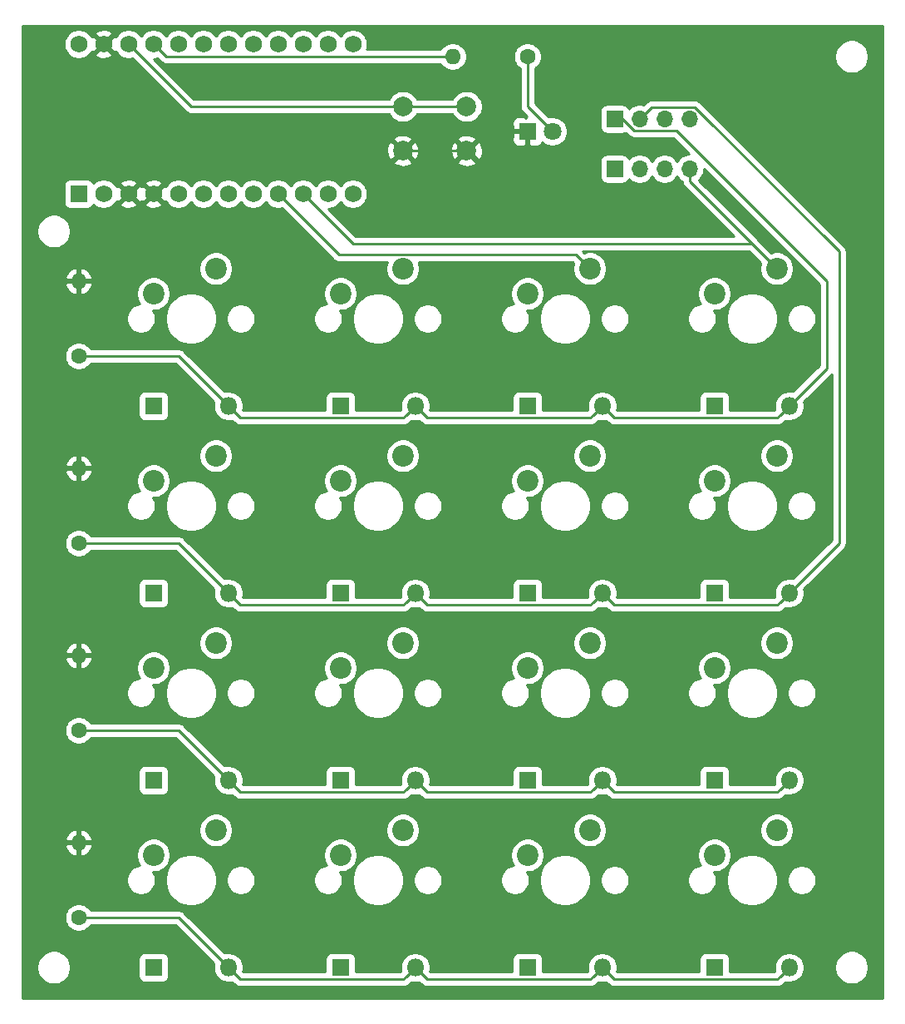
<source format=gbl>
G04 #@! TF.GenerationSoftware,KiCad,Pcbnew,(5.1.5)-3*
G04 #@! TF.CreationDate,2019-12-27T06:25:41+09:00*
G04 #@! TF.ProjectId,MidiKey16,4d696469-4b65-4793-9136-2e6b69636164,rev?*
G04 #@! TF.SameCoordinates,Original*
G04 #@! TF.FileFunction,Copper,L2,Bot*
G04 #@! TF.FilePolarity,Positive*
%FSLAX46Y46*%
G04 Gerber Fmt 4.6, Leading zero omitted, Abs format (unit mm)*
G04 Created by KiCad (PCBNEW (5.1.5)-3) date 2019-12-27 06:25:41*
%MOMM*%
%LPD*%
G04 APERTURE LIST*
%ADD10O,1.800000X1.800000*%
%ADD11R,1.800000X1.800000*%
%ADD12C,1.800000*%
%ADD13R,1.700000X1.700000*%
%ADD14O,1.700000X1.700000*%
%ADD15O,1.600000X1.600000*%
%ADD16C,1.600000*%
%ADD17C,2.200000*%
%ADD18R,1.752600X1.752600*%
%ADD19C,1.752600*%
%ADD20C,2.000000*%
%ADD21C,0.250000*%
%ADD22C,0.254000*%
G04 APERTURE END LIST*
D10*
X59690000Y-91440000D03*
D11*
X52070000Y-91440000D03*
D10*
X59690000Y-110490000D03*
D11*
X52070000Y-110490000D03*
D10*
X59690000Y-129540000D03*
D11*
X52070000Y-129540000D03*
D10*
X59690000Y-148590000D03*
D11*
X52070000Y-148590000D03*
X71120000Y-91440000D03*
D10*
X78740000Y-91440000D03*
D11*
X71120000Y-110490000D03*
D10*
X78740000Y-110490000D03*
D11*
X71120000Y-129540000D03*
D10*
X78740000Y-129540000D03*
D11*
X71120000Y-148590000D03*
D10*
X78740000Y-148590000D03*
X97790000Y-91440000D03*
D11*
X90170000Y-91440000D03*
D10*
X97790000Y-110490000D03*
D11*
X90170000Y-110490000D03*
D10*
X97790000Y-129540000D03*
D11*
X90170000Y-129540000D03*
D10*
X97790000Y-148590000D03*
D11*
X90170000Y-148590000D03*
X109220000Y-91440000D03*
D10*
X116840000Y-91440000D03*
D11*
X109220000Y-110490000D03*
D10*
X116840000Y-110490000D03*
D11*
X109220000Y-129540000D03*
D10*
X116840000Y-129540000D03*
D11*
X109220000Y-148590000D03*
D10*
X116840000Y-148590000D03*
D11*
X90170000Y-63500000D03*
D12*
X92710000Y-63500000D03*
D13*
X99060000Y-67310000D03*
D14*
X101600000Y-67310000D03*
X104140000Y-67310000D03*
X106680000Y-67310000D03*
X106680000Y-62230000D03*
X104140000Y-62230000D03*
X101600000Y-62230000D03*
D13*
X99060000Y-62230000D03*
D15*
X44450000Y-78740000D03*
D16*
X44450000Y-86360000D03*
D15*
X44450000Y-97790000D03*
D16*
X44450000Y-105410000D03*
X44450000Y-124460000D03*
D15*
X44450000Y-116840000D03*
D16*
X44450000Y-143510000D03*
D15*
X44450000Y-135890000D03*
D16*
X90170000Y-55880000D03*
D15*
X82550000Y-55880000D03*
D17*
X58420000Y-77470000D03*
X52070000Y-80010000D03*
X58420000Y-96520000D03*
X52070000Y-99060000D03*
X58420000Y-115570000D03*
X52070000Y-118110000D03*
X58420000Y-134620000D03*
X52070000Y-137160000D03*
X71120000Y-80010000D03*
X77470000Y-77470000D03*
X77470000Y-96520000D03*
X71120000Y-99060000D03*
X71120000Y-118110000D03*
X77470000Y-115570000D03*
X71120000Y-137160000D03*
X77470000Y-134620000D03*
X96520000Y-77470000D03*
X90170000Y-80010000D03*
X96520000Y-96520000D03*
X90170000Y-99060000D03*
X96520000Y-115570000D03*
X90170000Y-118110000D03*
X96520000Y-134620000D03*
X90170000Y-137160000D03*
X109220000Y-80010000D03*
X115570000Y-77470000D03*
X109220000Y-99060000D03*
X115570000Y-96520000D03*
X109220000Y-118110000D03*
X115570000Y-115570000D03*
X109220000Y-137160000D03*
X115570000Y-134620000D03*
D18*
X44450000Y-69850000D03*
D19*
X46990000Y-69850000D03*
X49530000Y-69850000D03*
X52070000Y-69850000D03*
X54610000Y-69850000D03*
X57150000Y-69850000D03*
X59690000Y-69850000D03*
X62230000Y-69850000D03*
X64770000Y-69850000D03*
X67310000Y-69850000D03*
X69850000Y-69850000D03*
X72390000Y-69850000D03*
X72390000Y-54610000D03*
X69850000Y-54610000D03*
X67310000Y-54610000D03*
X64770000Y-54610000D03*
X62230000Y-54610000D03*
X59690000Y-54610000D03*
X57150000Y-54610000D03*
X54610000Y-54610000D03*
X52070000Y-54610000D03*
X49530000Y-54610000D03*
X46990000Y-54610000D03*
X44450000Y-54610000D03*
D20*
X77470000Y-65460000D03*
X77470000Y-60960000D03*
X83970000Y-65460000D03*
X83970000Y-60960000D03*
D21*
X77840001Y-92339999D02*
X78740000Y-91440000D01*
X77514999Y-92665001D02*
X77840001Y-92339999D01*
X60915001Y-92665001D02*
X77514999Y-92665001D01*
X59690000Y-91440000D02*
X60915001Y-92665001D01*
X96890001Y-92339999D02*
X97790000Y-91440000D01*
X96564999Y-92665001D02*
X96890001Y-92339999D01*
X79965001Y-92665001D02*
X96564999Y-92665001D01*
X78740000Y-91440000D02*
X79965001Y-92665001D01*
X115940001Y-92339999D02*
X116840000Y-91440000D01*
X115614999Y-92665001D02*
X115940001Y-92339999D01*
X99015001Y-92665001D02*
X115614999Y-92665001D01*
X97790000Y-91440000D02*
X99015001Y-92665001D01*
X59690000Y-91440000D02*
X54610000Y-86360000D01*
X54610000Y-86360000D02*
X44450000Y-86360000D01*
X101035999Y-63405001D02*
X105315001Y-63405001D01*
X99060000Y-62230000D02*
X99060000Y-61429002D01*
X99060000Y-61429002D02*
X101035999Y-63405001D01*
X105315001Y-63405001D02*
X120650000Y-78740000D01*
X120650000Y-87630000D02*
X116840000Y-91440000D01*
X120650000Y-78740000D02*
X120650000Y-87630000D01*
X77840001Y-111389999D02*
X78740000Y-110490000D01*
X77514999Y-111715001D02*
X77840001Y-111389999D01*
X60915001Y-111715001D02*
X77514999Y-111715001D01*
X59690000Y-110490000D02*
X60915001Y-111715001D01*
X96564999Y-111715001D02*
X96890001Y-111389999D01*
X96890001Y-111389999D02*
X97790000Y-110490000D01*
X79965001Y-111715001D02*
X96564999Y-111715001D01*
X78740000Y-110490000D02*
X79965001Y-111715001D01*
X115940001Y-111389999D02*
X116840000Y-110490000D01*
X115614999Y-111715001D02*
X115940001Y-111389999D01*
X99015001Y-111715001D02*
X115614999Y-111715001D01*
X97790000Y-110490000D02*
X99015001Y-111715001D01*
X54610000Y-105410000D02*
X44450000Y-105410000D01*
X59690000Y-110490000D02*
X54610000Y-105410000D01*
X107244001Y-61054999D02*
X121920000Y-75730998D01*
X101600000Y-62230000D02*
X102775001Y-61054999D01*
X102775001Y-61054999D02*
X107244001Y-61054999D01*
X121920000Y-105410000D02*
X116840000Y-110490000D01*
X121920000Y-75730998D02*
X121920000Y-105410000D01*
X77840001Y-130439999D02*
X78740000Y-129540000D01*
X77514999Y-130765001D02*
X77840001Y-130439999D01*
X60915001Y-130765001D02*
X77514999Y-130765001D01*
X59690000Y-129540000D02*
X60915001Y-130765001D01*
X96564999Y-130765001D02*
X96890001Y-130439999D01*
X79965001Y-130765001D02*
X96564999Y-130765001D01*
X96890001Y-130439999D02*
X97790000Y-129540000D01*
X78740000Y-129540000D02*
X79965001Y-130765001D01*
X115940001Y-130439999D02*
X116840000Y-129540000D01*
X115614999Y-130765001D02*
X115940001Y-130439999D01*
X99015001Y-130765001D02*
X115614999Y-130765001D01*
X97790000Y-129540000D02*
X99015001Y-130765001D01*
X54610000Y-124460000D02*
X44450000Y-124460000D01*
X59690000Y-129540000D02*
X54610000Y-124460000D01*
X77514999Y-149815001D02*
X77840001Y-149489999D01*
X77840001Y-149489999D02*
X78740000Y-148590000D01*
X60915001Y-149815001D02*
X77514999Y-149815001D01*
X59690000Y-148590000D02*
X60915001Y-149815001D01*
X96890001Y-149489999D02*
X97790000Y-148590000D01*
X96564999Y-149815001D02*
X96890001Y-149489999D01*
X79965001Y-149815001D02*
X96564999Y-149815001D01*
X78740000Y-148590000D02*
X79965001Y-149815001D01*
X115940001Y-149489999D02*
X116840000Y-148590000D01*
X99015001Y-149815001D02*
X115614999Y-149815001D01*
X115614999Y-149815001D02*
X115940001Y-149489999D01*
X97790000Y-148590000D02*
X99015001Y-149815001D01*
X54610000Y-143510000D02*
X44450000Y-143510000D01*
X59690000Y-148590000D02*
X54610000Y-143510000D01*
X85930000Y-63500000D02*
X83970000Y-65460000D01*
X90170000Y-63500000D02*
X85930000Y-63500000D01*
X82555787Y-65460000D02*
X77470000Y-65460000D01*
X83970000Y-65460000D02*
X82555787Y-65460000D01*
X90170000Y-60960000D02*
X92710000Y-63500000D01*
X90170000Y-55880000D02*
X90170000Y-60960000D01*
X70964999Y-76044999D02*
X95094999Y-76044999D01*
X64770000Y-69850000D02*
X70964999Y-76044999D01*
X95094999Y-76044999D02*
X96520000Y-77470000D01*
X67310000Y-69850000D02*
X72390000Y-74930000D01*
X113030000Y-74930000D02*
X115570000Y-77470000D01*
X72390000Y-74930000D02*
X113030000Y-74930000D01*
X106680000Y-68580000D02*
X115570000Y-77470000D01*
X106680000Y-67310000D02*
X106680000Y-68580000D01*
X53340000Y-55880000D02*
X52070000Y-54610000D01*
X82550000Y-55880000D02*
X53340000Y-55880000D01*
X83970000Y-60960000D02*
X77470000Y-60960000D01*
X55880000Y-60960000D02*
X49530000Y-54610000D01*
X77470000Y-60960000D02*
X55880000Y-60960000D01*
D22*
G36*
X126340001Y-151740000D02*
G01*
X38760000Y-151740000D01*
X38760000Y-148419117D01*
X40175000Y-148419117D01*
X40175000Y-148760883D01*
X40241675Y-149096081D01*
X40372463Y-149411831D01*
X40562337Y-149695998D01*
X40804002Y-149937663D01*
X41088169Y-150127537D01*
X41403919Y-150258325D01*
X41739117Y-150325000D01*
X42080883Y-150325000D01*
X42416081Y-150258325D01*
X42731831Y-150127537D01*
X43015998Y-149937663D01*
X43257663Y-149695998D01*
X43447537Y-149411831D01*
X43578325Y-149096081D01*
X43645000Y-148760883D01*
X43645000Y-148419117D01*
X43578325Y-148083919D01*
X43447537Y-147768169D01*
X43395307Y-147690000D01*
X50531928Y-147690000D01*
X50531928Y-149490000D01*
X50544188Y-149614482D01*
X50580498Y-149734180D01*
X50639463Y-149844494D01*
X50718815Y-149941185D01*
X50815506Y-150020537D01*
X50925820Y-150079502D01*
X51045518Y-150115812D01*
X51170000Y-150128072D01*
X52970000Y-150128072D01*
X53094482Y-150115812D01*
X53214180Y-150079502D01*
X53324494Y-150020537D01*
X53421185Y-149941185D01*
X53500537Y-149844494D01*
X53559502Y-149734180D01*
X53595812Y-149614482D01*
X53608072Y-149490000D01*
X53608072Y-147690000D01*
X53595812Y-147565518D01*
X53559502Y-147445820D01*
X53500537Y-147335506D01*
X53421185Y-147238815D01*
X53324494Y-147159463D01*
X53214180Y-147100498D01*
X53094482Y-147064188D01*
X52970000Y-147051928D01*
X51170000Y-147051928D01*
X51045518Y-147064188D01*
X50925820Y-147100498D01*
X50815506Y-147159463D01*
X50718815Y-147238815D01*
X50639463Y-147335506D01*
X50580498Y-147445820D01*
X50544188Y-147565518D01*
X50531928Y-147690000D01*
X43395307Y-147690000D01*
X43257663Y-147484002D01*
X43015998Y-147242337D01*
X42731831Y-147052463D01*
X42416081Y-146921675D01*
X42080883Y-146855000D01*
X41739117Y-146855000D01*
X41403919Y-146921675D01*
X41088169Y-147052463D01*
X40804002Y-147242337D01*
X40562337Y-147484002D01*
X40372463Y-147768169D01*
X40241675Y-148083919D01*
X40175000Y-148419117D01*
X38760000Y-148419117D01*
X38760000Y-143368665D01*
X43015000Y-143368665D01*
X43015000Y-143651335D01*
X43070147Y-143928574D01*
X43178320Y-144189727D01*
X43335363Y-144424759D01*
X43535241Y-144624637D01*
X43770273Y-144781680D01*
X44031426Y-144889853D01*
X44308665Y-144945000D01*
X44591335Y-144945000D01*
X44868574Y-144889853D01*
X45129727Y-144781680D01*
X45364759Y-144624637D01*
X45564637Y-144424759D01*
X45668043Y-144270000D01*
X54295199Y-144270000D01*
X58206269Y-148181070D01*
X58155000Y-148438816D01*
X58155000Y-148741184D01*
X58213989Y-149037743D01*
X58329701Y-149317095D01*
X58497688Y-149568505D01*
X58711495Y-149782312D01*
X58962905Y-149950299D01*
X59242257Y-150066011D01*
X59538816Y-150125000D01*
X59841184Y-150125000D01*
X60098930Y-150073731D01*
X60351202Y-150326004D01*
X60375000Y-150355002D01*
X60403998Y-150378800D01*
X60490724Y-150449975D01*
X60622754Y-150520547D01*
X60766015Y-150564004D01*
X60877668Y-150575001D01*
X60877677Y-150575001D01*
X60915000Y-150578677D01*
X60952323Y-150575001D01*
X77477677Y-150575001D01*
X77514999Y-150578677D01*
X77552321Y-150575001D01*
X77552332Y-150575001D01*
X77663985Y-150564004D01*
X77807246Y-150520547D01*
X77939275Y-150449975D01*
X78055000Y-150355002D01*
X78078803Y-150325998D01*
X78331070Y-150073731D01*
X78588816Y-150125000D01*
X78891184Y-150125000D01*
X79148930Y-150073731D01*
X79401202Y-150326004D01*
X79425000Y-150355002D01*
X79453998Y-150378800D01*
X79540724Y-150449975D01*
X79672754Y-150520547D01*
X79816015Y-150564004D01*
X79927668Y-150575001D01*
X79927677Y-150575001D01*
X79965000Y-150578677D01*
X80002323Y-150575001D01*
X96527677Y-150575001D01*
X96564999Y-150578677D01*
X96602321Y-150575001D01*
X96602332Y-150575001D01*
X96713985Y-150564004D01*
X96857246Y-150520547D01*
X96989275Y-150449975D01*
X97105000Y-150355002D01*
X97128803Y-150325998D01*
X97381070Y-150073731D01*
X97638816Y-150125000D01*
X97941184Y-150125000D01*
X98198930Y-150073731D01*
X98451202Y-150326004D01*
X98475000Y-150355002D01*
X98503998Y-150378800D01*
X98590724Y-150449975D01*
X98722754Y-150520547D01*
X98866015Y-150564004D01*
X98977668Y-150575001D01*
X98977677Y-150575001D01*
X99015000Y-150578677D01*
X99052323Y-150575001D01*
X115577677Y-150575001D01*
X115614999Y-150578677D01*
X115652321Y-150575001D01*
X115652332Y-150575001D01*
X115763985Y-150564004D01*
X115907246Y-150520547D01*
X116039275Y-150449975D01*
X116155000Y-150355002D01*
X116178803Y-150325998D01*
X116431070Y-150073731D01*
X116688816Y-150125000D01*
X116991184Y-150125000D01*
X117287743Y-150066011D01*
X117567095Y-149950299D01*
X117818505Y-149782312D01*
X118032312Y-149568505D01*
X118200299Y-149317095D01*
X118316011Y-149037743D01*
X118375000Y-148741184D01*
X118375000Y-148438816D01*
X118371082Y-148419117D01*
X121455000Y-148419117D01*
X121455000Y-148760883D01*
X121521675Y-149096081D01*
X121652463Y-149411831D01*
X121842337Y-149695998D01*
X122084002Y-149937663D01*
X122368169Y-150127537D01*
X122683919Y-150258325D01*
X123019117Y-150325000D01*
X123360883Y-150325000D01*
X123696081Y-150258325D01*
X124011831Y-150127537D01*
X124295998Y-149937663D01*
X124537663Y-149695998D01*
X124727537Y-149411831D01*
X124858325Y-149096081D01*
X124925000Y-148760883D01*
X124925000Y-148419117D01*
X124858325Y-148083919D01*
X124727537Y-147768169D01*
X124537663Y-147484002D01*
X124295998Y-147242337D01*
X124011831Y-147052463D01*
X123696081Y-146921675D01*
X123360883Y-146855000D01*
X123019117Y-146855000D01*
X122683919Y-146921675D01*
X122368169Y-147052463D01*
X122084002Y-147242337D01*
X121842337Y-147484002D01*
X121652463Y-147768169D01*
X121521675Y-148083919D01*
X121455000Y-148419117D01*
X118371082Y-148419117D01*
X118316011Y-148142257D01*
X118200299Y-147862905D01*
X118032312Y-147611495D01*
X117818505Y-147397688D01*
X117567095Y-147229701D01*
X117287743Y-147113989D01*
X116991184Y-147055000D01*
X116688816Y-147055000D01*
X116392257Y-147113989D01*
X116112905Y-147229701D01*
X115861495Y-147397688D01*
X115647688Y-147611495D01*
X115479701Y-147862905D01*
X115363989Y-148142257D01*
X115305000Y-148438816D01*
X115305000Y-148741184D01*
X115356269Y-148998930D01*
X115300198Y-149055001D01*
X110758072Y-149055001D01*
X110758072Y-147690000D01*
X110745812Y-147565518D01*
X110709502Y-147445820D01*
X110650537Y-147335506D01*
X110571185Y-147238815D01*
X110474494Y-147159463D01*
X110364180Y-147100498D01*
X110244482Y-147064188D01*
X110120000Y-147051928D01*
X108320000Y-147051928D01*
X108195518Y-147064188D01*
X108075820Y-147100498D01*
X107965506Y-147159463D01*
X107868815Y-147238815D01*
X107789463Y-147335506D01*
X107730498Y-147445820D01*
X107694188Y-147565518D01*
X107681928Y-147690000D01*
X107681928Y-149055001D01*
X99329803Y-149055001D01*
X99273731Y-148998930D01*
X99325000Y-148741184D01*
X99325000Y-148438816D01*
X99266011Y-148142257D01*
X99150299Y-147862905D01*
X98982312Y-147611495D01*
X98768505Y-147397688D01*
X98517095Y-147229701D01*
X98237743Y-147113989D01*
X97941184Y-147055000D01*
X97638816Y-147055000D01*
X97342257Y-147113989D01*
X97062905Y-147229701D01*
X96811495Y-147397688D01*
X96597688Y-147611495D01*
X96429701Y-147862905D01*
X96313989Y-148142257D01*
X96255000Y-148438816D01*
X96255000Y-148741184D01*
X96306269Y-148998930D01*
X96250198Y-149055001D01*
X91708072Y-149055001D01*
X91708072Y-147690000D01*
X91695812Y-147565518D01*
X91659502Y-147445820D01*
X91600537Y-147335506D01*
X91521185Y-147238815D01*
X91424494Y-147159463D01*
X91314180Y-147100498D01*
X91194482Y-147064188D01*
X91070000Y-147051928D01*
X89270000Y-147051928D01*
X89145518Y-147064188D01*
X89025820Y-147100498D01*
X88915506Y-147159463D01*
X88818815Y-147238815D01*
X88739463Y-147335506D01*
X88680498Y-147445820D01*
X88644188Y-147565518D01*
X88631928Y-147690000D01*
X88631928Y-149055001D01*
X80279803Y-149055001D01*
X80223731Y-148998930D01*
X80275000Y-148741184D01*
X80275000Y-148438816D01*
X80216011Y-148142257D01*
X80100299Y-147862905D01*
X79932312Y-147611495D01*
X79718505Y-147397688D01*
X79467095Y-147229701D01*
X79187743Y-147113989D01*
X78891184Y-147055000D01*
X78588816Y-147055000D01*
X78292257Y-147113989D01*
X78012905Y-147229701D01*
X77761495Y-147397688D01*
X77547688Y-147611495D01*
X77379701Y-147862905D01*
X77263989Y-148142257D01*
X77205000Y-148438816D01*
X77205000Y-148741184D01*
X77256269Y-148998930D01*
X77200198Y-149055001D01*
X72658072Y-149055001D01*
X72658072Y-147690000D01*
X72645812Y-147565518D01*
X72609502Y-147445820D01*
X72550537Y-147335506D01*
X72471185Y-147238815D01*
X72374494Y-147159463D01*
X72264180Y-147100498D01*
X72144482Y-147064188D01*
X72020000Y-147051928D01*
X70220000Y-147051928D01*
X70095518Y-147064188D01*
X69975820Y-147100498D01*
X69865506Y-147159463D01*
X69768815Y-147238815D01*
X69689463Y-147335506D01*
X69630498Y-147445820D01*
X69594188Y-147565518D01*
X69581928Y-147690000D01*
X69581928Y-149055001D01*
X61229803Y-149055001D01*
X61173731Y-148998930D01*
X61225000Y-148741184D01*
X61225000Y-148438816D01*
X61166011Y-148142257D01*
X61050299Y-147862905D01*
X60882312Y-147611495D01*
X60668505Y-147397688D01*
X60417095Y-147229701D01*
X60137743Y-147113989D01*
X59841184Y-147055000D01*
X59538816Y-147055000D01*
X59281070Y-147106269D01*
X55173804Y-142999003D01*
X55150001Y-142969999D01*
X55034276Y-142875026D01*
X54902247Y-142804454D01*
X54758986Y-142760997D01*
X54647333Y-142750000D01*
X54647322Y-142750000D01*
X54610000Y-142746324D01*
X54572678Y-142750000D01*
X45668043Y-142750000D01*
X45564637Y-142595241D01*
X45364759Y-142395363D01*
X45129727Y-142238320D01*
X44868574Y-142130147D01*
X44591335Y-142075000D01*
X44308665Y-142075000D01*
X44031426Y-142130147D01*
X43770273Y-142238320D01*
X43535241Y-142395363D01*
X43335363Y-142595241D01*
X43178320Y-142830273D01*
X43070147Y-143091426D01*
X43015000Y-143368665D01*
X38760000Y-143368665D01*
X38760000Y-139553740D01*
X49315000Y-139553740D01*
X49315000Y-139846260D01*
X49372068Y-140133158D01*
X49484010Y-140403411D01*
X49646525Y-140646632D01*
X49853368Y-140853475D01*
X50096589Y-141015990D01*
X50366842Y-141127932D01*
X50653740Y-141185000D01*
X50946260Y-141185000D01*
X51233158Y-141127932D01*
X51503411Y-141015990D01*
X51746632Y-140853475D01*
X51953475Y-140646632D01*
X52115990Y-140403411D01*
X52227932Y-140133158D01*
X52285000Y-139846260D01*
X52285000Y-139553740D01*
X52262471Y-139440475D01*
X53245000Y-139440475D01*
X53245000Y-139959525D01*
X53346261Y-140468601D01*
X53544893Y-140948141D01*
X53833262Y-141379715D01*
X54200285Y-141746738D01*
X54631859Y-142035107D01*
X55111399Y-142233739D01*
X55620475Y-142335000D01*
X56139525Y-142335000D01*
X56648601Y-142233739D01*
X57128141Y-142035107D01*
X57559715Y-141746738D01*
X57926738Y-141379715D01*
X58215107Y-140948141D01*
X58413739Y-140468601D01*
X58515000Y-139959525D01*
X58515000Y-139553740D01*
X59475000Y-139553740D01*
X59475000Y-139846260D01*
X59532068Y-140133158D01*
X59644010Y-140403411D01*
X59806525Y-140646632D01*
X60013368Y-140853475D01*
X60256589Y-141015990D01*
X60526842Y-141127932D01*
X60813740Y-141185000D01*
X61106260Y-141185000D01*
X61393158Y-141127932D01*
X61663411Y-141015990D01*
X61906632Y-140853475D01*
X62113475Y-140646632D01*
X62275990Y-140403411D01*
X62387932Y-140133158D01*
X62445000Y-139846260D01*
X62445000Y-139553740D01*
X68365000Y-139553740D01*
X68365000Y-139846260D01*
X68422068Y-140133158D01*
X68534010Y-140403411D01*
X68696525Y-140646632D01*
X68903368Y-140853475D01*
X69146589Y-141015990D01*
X69416842Y-141127932D01*
X69703740Y-141185000D01*
X69996260Y-141185000D01*
X70283158Y-141127932D01*
X70553411Y-141015990D01*
X70796632Y-140853475D01*
X71003475Y-140646632D01*
X71165990Y-140403411D01*
X71277932Y-140133158D01*
X71335000Y-139846260D01*
X71335000Y-139553740D01*
X71312471Y-139440475D01*
X72295000Y-139440475D01*
X72295000Y-139959525D01*
X72396261Y-140468601D01*
X72594893Y-140948141D01*
X72883262Y-141379715D01*
X73250285Y-141746738D01*
X73681859Y-142035107D01*
X74161399Y-142233739D01*
X74670475Y-142335000D01*
X75189525Y-142335000D01*
X75698601Y-142233739D01*
X76178141Y-142035107D01*
X76609715Y-141746738D01*
X76976738Y-141379715D01*
X77265107Y-140948141D01*
X77463739Y-140468601D01*
X77565000Y-139959525D01*
X77565000Y-139553740D01*
X78525000Y-139553740D01*
X78525000Y-139846260D01*
X78582068Y-140133158D01*
X78694010Y-140403411D01*
X78856525Y-140646632D01*
X79063368Y-140853475D01*
X79306589Y-141015990D01*
X79576842Y-141127932D01*
X79863740Y-141185000D01*
X80156260Y-141185000D01*
X80443158Y-141127932D01*
X80713411Y-141015990D01*
X80956632Y-140853475D01*
X81163475Y-140646632D01*
X81325990Y-140403411D01*
X81437932Y-140133158D01*
X81495000Y-139846260D01*
X81495000Y-139553740D01*
X87415000Y-139553740D01*
X87415000Y-139846260D01*
X87472068Y-140133158D01*
X87584010Y-140403411D01*
X87746525Y-140646632D01*
X87953368Y-140853475D01*
X88196589Y-141015990D01*
X88466842Y-141127932D01*
X88753740Y-141185000D01*
X89046260Y-141185000D01*
X89333158Y-141127932D01*
X89603411Y-141015990D01*
X89846632Y-140853475D01*
X90053475Y-140646632D01*
X90215990Y-140403411D01*
X90327932Y-140133158D01*
X90385000Y-139846260D01*
X90385000Y-139553740D01*
X90362471Y-139440475D01*
X91345000Y-139440475D01*
X91345000Y-139959525D01*
X91446261Y-140468601D01*
X91644893Y-140948141D01*
X91933262Y-141379715D01*
X92300285Y-141746738D01*
X92731859Y-142035107D01*
X93211399Y-142233739D01*
X93720475Y-142335000D01*
X94239525Y-142335000D01*
X94748601Y-142233739D01*
X95228141Y-142035107D01*
X95659715Y-141746738D01*
X96026738Y-141379715D01*
X96315107Y-140948141D01*
X96513739Y-140468601D01*
X96615000Y-139959525D01*
X96615000Y-139553740D01*
X97575000Y-139553740D01*
X97575000Y-139846260D01*
X97632068Y-140133158D01*
X97744010Y-140403411D01*
X97906525Y-140646632D01*
X98113368Y-140853475D01*
X98356589Y-141015990D01*
X98626842Y-141127932D01*
X98913740Y-141185000D01*
X99206260Y-141185000D01*
X99493158Y-141127932D01*
X99763411Y-141015990D01*
X100006632Y-140853475D01*
X100213475Y-140646632D01*
X100375990Y-140403411D01*
X100487932Y-140133158D01*
X100545000Y-139846260D01*
X100545000Y-139553740D01*
X106465000Y-139553740D01*
X106465000Y-139846260D01*
X106522068Y-140133158D01*
X106634010Y-140403411D01*
X106796525Y-140646632D01*
X107003368Y-140853475D01*
X107246589Y-141015990D01*
X107516842Y-141127932D01*
X107803740Y-141185000D01*
X108096260Y-141185000D01*
X108383158Y-141127932D01*
X108653411Y-141015990D01*
X108896632Y-140853475D01*
X109103475Y-140646632D01*
X109265990Y-140403411D01*
X109377932Y-140133158D01*
X109435000Y-139846260D01*
X109435000Y-139553740D01*
X109412471Y-139440475D01*
X110395000Y-139440475D01*
X110395000Y-139959525D01*
X110496261Y-140468601D01*
X110694893Y-140948141D01*
X110983262Y-141379715D01*
X111350285Y-141746738D01*
X111781859Y-142035107D01*
X112261399Y-142233739D01*
X112770475Y-142335000D01*
X113289525Y-142335000D01*
X113798601Y-142233739D01*
X114278141Y-142035107D01*
X114709715Y-141746738D01*
X115076738Y-141379715D01*
X115365107Y-140948141D01*
X115563739Y-140468601D01*
X115665000Y-139959525D01*
X115665000Y-139553740D01*
X116625000Y-139553740D01*
X116625000Y-139846260D01*
X116682068Y-140133158D01*
X116794010Y-140403411D01*
X116956525Y-140646632D01*
X117163368Y-140853475D01*
X117406589Y-141015990D01*
X117676842Y-141127932D01*
X117963740Y-141185000D01*
X118256260Y-141185000D01*
X118543158Y-141127932D01*
X118813411Y-141015990D01*
X119056632Y-140853475D01*
X119263475Y-140646632D01*
X119425990Y-140403411D01*
X119537932Y-140133158D01*
X119595000Y-139846260D01*
X119595000Y-139553740D01*
X119537932Y-139266842D01*
X119425990Y-138996589D01*
X119263475Y-138753368D01*
X119056632Y-138546525D01*
X118813411Y-138384010D01*
X118543158Y-138272068D01*
X118256260Y-138215000D01*
X117963740Y-138215000D01*
X117676842Y-138272068D01*
X117406589Y-138384010D01*
X117163368Y-138546525D01*
X116956525Y-138753368D01*
X116794010Y-138996589D01*
X116682068Y-139266842D01*
X116625000Y-139553740D01*
X115665000Y-139553740D01*
X115665000Y-139440475D01*
X115563739Y-138931399D01*
X115365107Y-138451859D01*
X115076738Y-138020285D01*
X114709715Y-137653262D01*
X114278141Y-137364893D01*
X113798601Y-137166261D01*
X113289525Y-137065000D01*
X112770475Y-137065000D01*
X112261399Y-137166261D01*
X111781859Y-137364893D01*
X111350285Y-137653262D01*
X110983262Y-138020285D01*
X110694893Y-138451859D01*
X110496261Y-138931399D01*
X110395000Y-139440475D01*
X109412471Y-139440475D01*
X109377932Y-139266842D01*
X109265990Y-138996589D01*
X109198110Y-138895000D01*
X109390883Y-138895000D01*
X109726081Y-138828325D01*
X110041831Y-138697537D01*
X110325998Y-138507663D01*
X110567663Y-138265998D01*
X110757537Y-137981831D01*
X110888325Y-137666081D01*
X110955000Y-137330883D01*
X110955000Y-136989117D01*
X110888325Y-136653919D01*
X110757537Y-136338169D01*
X110567663Y-136054002D01*
X110325998Y-135812337D01*
X110041831Y-135622463D01*
X109726081Y-135491675D01*
X109390883Y-135425000D01*
X109049117Y-135425000D01*
X108713919Y-135491675D01*
X108398169Y-135622463D01*
X108114002Y-135812337D01*
X107872337Y-136054002D01*
X107682463Y-136338169D01*
X107551675Y-136653919D01*
X107485000Y-136989117D01*
X107485000Y-137330883D01*
X107551675Y-137666081D01*
X107682463Y-137981831D01*
X107838261Y-138215000D01*
X107803740Y-138215000D01*
X107516842Y-138272068D01*
X107246589Y-138384010D01*
X107003368Y-138546525D01*
X106796525Y-138753368D01*
X106634010Y-138996589D01*
X106522068Y-139266842D01*
X106465000Y-139553740D01*
X100545000Y-139553740D01*
X100487932Y-139266842D01*
X100375990Y-138996589D01*
X100213475Y-138753368D01*
X100006632Y-138546525D01*
X99763411Y-138384010D01*
X99493158Y-138272068D01*
X99206260Y-138215000D01*
X98913740Y-138215000D01*
X98626842Y-138272068D01*
X98356589Y-138384010D01*
X98113368Y-138546525D01*
X97906525Y-138753368D01*
X97744010Y-138996589D01*
X97632068Y-139266842D01*
X97575000Y-139553740D01*
X96615000Y-139553740D01*
X96615000Y-139440475D01*
X96513739Y-138931399D01*
X96315107Y-138451859D01*
X96026738Y-138020285D01*
X95659715Y-137653262D01*
X95228141Y-137364893D01*
X94748601Y-137166261D01*
X94239525Y-137065000D01*
X93720475Y-137065000D01*
X93211399Y-137166261D01*
X92731859Y-137364893D01*
X92300285Y-137653262D01*
X91933262Y-138020285D01*
X91644893Y-138451859D01*
X91446261Y-138931399D01*
X91345000Y-139440475D01*
X90362471Y-139440475D01*
X90327932Y-139266842D01*
X90215990Y-138996589D01*
X90148110Y-138895000D01*
X90340883Y-138895000D01*
X90676081Y-138828325D01*
X90991831Y-138697537D01*
X91275998Y-138507663D01*
X91517663Y-138265998D01*
X91707537Y-137981831D01*
X91838325Y-137666081D01*
X91905000Y-137330883D01*
X91905000Y-136989117D01*
X91838325Y-136653919D01*
X91707537Y-136338169D01*
X91517663Y-136054002D01*
X91275998Y-135812337D01*
X90991831Y-135622463D01*
X90676081Y-135491675D01*
X90340883Y-135425000D01*
X89999117Y-135425000D01*
X89663919Y-135491675D01*
X89348169Y-135622463D01*
X89064002Y-135812337D01*
X88822337Y-136054002D01*
X88632463Y-136338169D01*
X88501675Y-136653919D01*
X88435000Y-136989117D01*
X88435000Y-137330883D01*
X88501675Y-137666081D01*
X88632463Y-137981831D01*
X88788261Y-138215000D01*
X88753740Y-138215000D01*
X88466842Y-138272068D01*
X88196589Y-138384010D01*
X87953368Y-138546525D01*
X87746525Y-138753368D01*
X87584010Y-138996589D01*
X87472068Y-139266842D01*
X87415000Y-139553740D01*
X81495000Y-139553740D01*
X81437932Y-139266842D01*
X81325990Y-138996589D01*
X81163475Y-138753368D01*
X80956632Y-138546525D01*
X80713411Y-138384010D01*
X80443158Y-138272068D01*
X80156260Y-138215000D01*
X79863740Y-138215000D01*
X79576842Y-138272068D01*
X79306589Y-138384010D01*
X79063368Y-138546525D01*
X78856525Y-138753368D01*
X78694010Y-138996589D01*
X78582068Y-139266842D01*
X78525000Y-139553740D01*
X77565000Y-139553740D01*
X77565000Y-139440475D01*
X77463739Y-138931399D01*
X77265107Y-138451859D01*
X76976738Y-138020285D01*
X76609715Y-137653262D01*
X76178141Y-137364893D01*
X75698601Y-137166261D01*
X75189525Y-137065000D01*
X74670475Y-137065000D01*
X74161399Y-137166261D01*
X73681859Y-137364893D01*
X73250285Y-137653262D01*
X72883262Y-138020285D01*
X72594893Y-138451859D01*
X72396261Y-138931399D01*
X72295000Y-139440475D01*
X71312471Y-139440475D01*
X71277932Y-139266842D01*
X71165990Y-138996589D01*
X71098110Y-138895000D01*
X71290883Y-138895000D01*
X71626081Y-138828325D01*
X71941831Y-138697537D01*
X72225998Y-138507663D01*
X72467663Y-138265998D01*
X72657537Y-137981831D01*
X72788325Y-137666081D01*
X72855000Y-137330883D01*
X72855000Y-136989117D01*
X72788325Y-136653919D01*
X72657537Y-136338169D01*
X72467663Y-136054002D01*
X72225998Y-135812337D01*
X71941831Y-135622463D01*
X71626081Y-135491675D01*
X71290883Y-135425000D01*
X70949117Y-135425000D01*
X70613919Y-135491675D01*
X70298169Y-135622463D01*
X70014002Y-135812337D01*
X69772337Y-136054002D01*
X69582463Y-136338169D01*
X69451675Y-136653919D01*
X69385000Y-136989117D01*
X69385000Y-137330883D01*
X69451675Y-137666081D01*
X69582463Y-137981831D01*
X69738261Y-138215000D01*
X69703740Y-138215000D01*
X69416842Y-138272068D01*
X69146589Y-138384010D01*
X68903368Y-138546525D01*
X68696525Y-138753368D01*
X68534010Y-138996589D01*
X68422068Y-139266842D01*
X68365000Y-139553740D01*
X62445000Y-139553740D01*
X62387932Y-139266842D01*
X62275990Y-138996589D01*
X62113475Y-138753368D01*
X61906632Y-138546525D01*
X61663411Y-138384010D01*
X61393158Y-138272068D01*
X61106260Y-138215000D01*
X60813740Y-138215000D01*
X60526842Y-138272068D01*
X60256589Y-138384010D01*
X60013368Y-138546525D01*
X59806525Y-138753368D01*
X59644010Y-138996589D01*
X59532068Y-139266842D01*
X59475000Y-139553740D01*
X58515000Y-139553740D01*
X58515000Y-139440475D01*
X58413739Y-138931399D01*
X58215107Y-138451859D01*
X57926738Y-138020285D01*
X57559715Y-137653262D01*
X57128141Y-137364893D01*
X56648601Y-137166261D01*
X56139525Y-137065000D01*
X55620475Y-137065000D01*
X55111399Y-137166261D01*
X54631859Y-137364893D01*
X54200285Y-137653262D01*
X53833262Y-138020285D01*
X53544893Y-138451859D01*
X53346261Y-138931399D01*
X53245000Y-139440475D01*
X52262471Y-139440475D01*
X52227932Y-139266842D01*
X52115990Y-138996589D01*
X52048110Y-138895000D01*
X52240883Y-138895000D01*
X52576081Y-138828325D01*
X52891831Y-138697537D01*
X53175998Y-138507663D01*
X53417663Y-138265998D01*
X53607537Y-137981831D01*
X53738325Y-137666081D01*
X53805000Y-137330883D01*
X53805000Y-136989117D01*
X53738325Y-136653919D01*
X53607537Y-136338169D01*
X53417663Y-136054002D01*
X53175998Y-135812337D01*
X52891831Y-135622463D01*
X52576081Y-135491675D01*
X52240883Y-135425000D01*
X51899117Y-135425000D01*
X51563919Y-135491675D01*
X51248169Y-135622463D01*
X50964002Y-135812337D01*
X50722337Y-136054002D01*
X50532463Y-136338169D01*
X50401675Y-136653919D01*
X50335000Y-136989117D01*
X50335000Y-137330883D01*
X50401675Y-137666081D01*
X50532463Y-137981831D01*
X50688261Y-138215000D01*
X50653740Y-138215000D01*
X50366842Y-138272068D01*
X50096589Y-138384010D01*
X49853368Y-138546525D01*
X49646525Y-138753368D01*
X49484010Y-138996589D01*
X49372068Y-139266842D01*
X49315000Y-139553740D01*
X38760000Y-139553740D01*
X38760000Y-136239040D01*
X43058091Y-136239040D01*
X43152930Y-136503881D01*
X43297615Y-136745131D01*
X43486586Y-136953519D01*
X43712580Y-137121037D01*
X43966913Y-137241246D01*
X44100961Y-137281904D01*
X44323000Y-137159915D01*
X44323000Y-136017000D01*
X44577000Y-136017000D01*
X44577000Y-137159915D01*
X44799039Y-137281904D01*
X44933087Y-137241246D01*
X45187420Y-137121037D01*
X45413414Y-136953519D01*
X45602385Y-136745131D01*
X45747070Y-136503881D01*
X45841909Y-136239040D01*
X45720624Y-136017000D01*
X44577000Y-136017000D01*
X44323000Y-136017000D01*
X43179376Y-136017000D01*
X43058091Y-136239040D01*
X38760000Y-136239040D01*
X38760000Y-135540960D01*
X43058091Y-135540960D01*
X43179376Y-135763000D01*
X44323000Y-135763000D01*
X44323000Y-134620085D01*
X44577000Y-134620085D01*
X44577000Y-135763000D01*
X45720624Y-135763000D01*
X45841909Y-135540960D01*
X45747070Y-135276119D01*
X45602385Y-135034869D01*
X45413414Y-134826481D01*
X45187420Y-134658963D01*
X44933087Y-134538754D01*
X44799039Y-134498096D01*
X44577000Y-134620085D01*
X44323000Y-134620085D01*
X44100961Y-134498096D01*
X43966913Y-134538754D01*
X43712580Y-134658963D01*
X43486586Y-134826481D01*
X43297615Y-135034869D01*
X43152930Y-135276119D01*
X43058091Y-135540960D01*
X38760000Y-135540960D01*
X38760000Y-134449117D01*
X56685000Y-134449117D01*
X56685000Y-134790883D01*
X56751675Y-135126081D01*
X56882463Y-135441831D01*
X57072337Y-135725998D01*
X57314002Y-135967663D01*
X57598169Y-136157537D01*
X57913919Y-136288325D01*
X58249117Y-136355000D01*
X58590883Y-136355000D01*
X58926081Y-136288325D01*
X59241831Y-136157537D01*
X59525998Y-135967663D01*
X59767663Y-135725998D01*
X59957537Y-135441831D01*
X60088325Y-135126081D01*
X60155000Y-134790883D01*
X60155000Y-134449117D01*
X75735000Y-134449117D01*
X75735000Y-134790883D01*
X75801675Y-135126081D01*
X75932463Y-135441831D01*
X76122337Y-135725998D01*
X76364002Y-135967663D01*
X76648169Y-136157537D01*
X76963919Y-136288325D01*
X77299117Y-136355000D01*
X77640883Y-136355000D01*
X77976081Y-136288325D01*
X78291831Y-136157537D01*
X78575998Y-135967663D01*
X78817663Y-135725998D01*
X79007537Y-135441831D01*
X79138325Y-135126081D01*
X79205000Y-134790883D01*
X79205000Y-134449117D01*
X94785000Y-134449117D01*
X94785000Y-134790883D01*
X94851675Y-135126081D01*
X94982463Y-135441831D01*
X95172337Y-135725998D01*
X95414002Y-135967663D01*
X95698169Y-136157537D01*
X96013919Y-136288325D01*
X96349117Y-136355000D01*
X96690883Y-136355000D01*
X97026081Y-136288325D01*
X97341831Y-136157537D01*
X97625998Y-135967663D01*
X97867663Y-135725998D01*
X98057537Y-135441831D01*
X98188325Y-135126081D01*
X98255000Y-134790883D01*
X98255000Y-134449117D01*
X113835000Y-134449117D01*
X113835000Y-134790883D01*
X113901675Y-135126081D01*
X114032463Y-135441831D01*
X114222337Y-135725998D01*
X114464002Y-135967663D01*
X114748169Y-136157537D01*
X115063919Y-136288325D01*
X115399117Y-136355000D01*
X115740883Y-136355000D01*
X116076081Y-136288325D01*
X116391831Y-136157537D01*
X116675998Y-135967663D01*
X116917663Y-135725998D01*
X117107537Y-135441831D01*
X117238325Y-135126081D01*
X117305000Y-134790883D01*
X117305000Y-134449117D01*
X117238325Y-134113919D01*
X117107537Y-133798169D01*
X116917663Y-133514002D01*
X116675998Y-133272337D01*
X116391831Y-133082463D01*
X116076081Y-132951675D01*
X115740883Y-132885000D01*
X115399117Y-132885000D01*
X115063919Y-132951675D01*
X114748169Y-133082463D01*
X114464002Y-133272337D01*
X114222337Y-133514002D01*
X114032463Y-133798169D01*
X113901675Y-134113919D01*
X113835000Y-134449117D01*
X98255000Y-134449117D01*
X98188325Y-134113919D01*
X98057537Y-133798169D01*
X97867663Y-133514002D01*
X97625998Y-133272337D01*
X97341831Y-133082463D01*
X97026081Y-132951675D01*
X96690883Y-132885000D01*
X96349117Y-132885000D01*
X96013919Y-132951675D01*
X95698169Y-133082463D01*
X95414002Y-133272337D01*
X95172337Y-133514002D01*
X94982463Y-133798169D01*
X94851675Y-134113919D01*
X94785000Y-134449117D01*
X79205000Y-134449117D01*
X79138325Y-134113919D01*
X79007537Y-133798169D01*
X78817663Y-133514002D01*
X78575998Y-133272337D01*
X78291831Y-133082463D01*
X77976081Y-132951675D01*
X77640883Y-132885000D01*
X77299117Y-132885000D01*
X76963919Y-132951675D01*
X76648169Y-133082463D01*
X76364002Y-133272337D01*
X76122337Y-133514002D01*
X75932463Y-133798169D01*
X75801675Y-134113919D01*
X75735000Y-134449117D01*
X60155000Y-134449117D01*
X60088325Y-134113919D01*
X59957537Y-133798169D01*
X59767663Y-133514002D01*
X59525998Y-133272337D01*
X59241831Y-133082463D01*
X58926081Y-132951675D01*
X58590883Y-132885000D01*
X58249117Y-132885000D01*
X57913919Y-132951675D01*
X57598169Y-133082463D01*
X57314002Y-133272337D01*
X57072337Y-133514002D01*
X56882463Y-133798169D01*
X56751675Y-134113919D01*
X56685000Y-134449117D01*
X38760000Y-134449117D01*
X38760000Y-128640000D01*
X50531928Y-128640000D01*
X50531928Y-130440000D01*
X50544188Y-130564482D01*
X50580498Y-130684180D01*
X50639463Y-130794494D01*
X50718815Y-130891185D01*
X50815506Y-130970537D01*
X50925820Y-131029502D01*
X51045518Y-131065812D01*
X51170000Y-131078072D01*
X52970000Y-131078072D01*
X53094482Y-131065812D01*
X53214180Y-131029502D01*
X53324494Y-130970537D01*
X53421185Y-130891185D01*
X53500537Y-130794494D01*
X53559502Y-130684180D01*
X53595812Y-130564482D01*
X53608072Y-130440000D01*
X53608072Y-128640000D01*
X53595812Y-128515518D01*
X53559502Y-128395820D01*
X53500537Y-128285506D01*
X53421185Y-128188815D01*
X53324494Y-128109463D01*
X53214180Y-128050498D01*
X53094482Y-128014188D01*
X52970000Y-128001928D01*
X51170000Y-128001928D01*
X51045518Y-128014188D01*
X50925820Y-128050498D01*
X50815506Y-128109463D01*
X50718815Y-128188815D01*
X50639463Y-128285506D01*
X50580498Y-128395820D01*
X50544188Y-128515518D01*
X50531928Y-128640000D01*
X38760000Y-128640000D01*
X38760000Y-124318665D01*
X43015000Y-124318665D01*
X43015000Y-124601335D01*
X43070147Y-124878574D01*
X43178320Y-125139727D01*
X43335363Y-125374759D01*
X43535241Y-125574637D01*
X43770273Y-125731680D01*
X44031426Y-125839853D01*
X44308665Y-125895000D01*
X44591335Y-125895000D01*
X44868574Y-125839853D01*
X45129727Y-125731680D01*
X45364759Y-125574637D01*
X45564637Y-125374759D01*
X45668043Y-125220000D01*
X54295199Y-125220000D01*
X58206269Y-129131070D01*
X58155000Y-129388816D01*
X58155000Y-129691184D01*
X58213989Y-129987743D01*
X58329701Y-130267095D01*
X58497688Y-130518505D01*
X58711495Y-130732312D01*
X58962905Y-130900299D01*
X59242257Y-131016011D01*
X59538816Y-131075000D01*
X59841184Y-131075000D01*
X60098930Y-131023731D01*
X60351202Y-131276004D01*
X60375000Y-131305002D01*
X60403998Y-131328800D01*
X60490724Y-131399975D01*
X60622754Y-131470547D01*
X60766015Y-131514004D01*
X60877668Y-131525001D01*
X60877677Y-131525001D01*
X60915000Y-131528677D01*
X60952323Y-131525001D01*
X77477677Y-131525001D01*
X77514999Y-131528677D01*
X77552321Y-131525001D01*
X77552332Y-131525001D01*
X77663985Y-131514004D01*
X77807246Y-131470547D01*
X77939275Y-131399975D01*
X78055000Y-131305002D01*
X78078803Y-131275998D01*
X78331070Y-131023731D01*
X78588816Y-131075000D01*
X78891184Y-131075000D01*
X79148930Y-131023731D01*
X79401202Y-131276004D01*
X79425000Y-131305002D01*
X79453998Y-131328800D01*
X79540724Y-131399975D01*
X79672754Y-131470547D01*
X79816015Y-131514004D01*
X79927668Y-131525001D01*
X79927677Y-131525001D01*
X79965000Y-131528677D01*
X80002323Y-131525001D01*
X96527677Y-131525001D01*
X96564999Y-131528677D01*
X96602321Y-131525001D01*
X96602332Y-131525001D01*
X96713985Y-131514004D01*
X96857246Y-131470547D01*
X96989275Y-131399975D01*
X97105000Y-131305002D01*
X97128803Y-131275998D01*
X97381070Y-131023731D01*
X97638816Y-131075000D01*
X97941184Y-131075000D01*
X98198930Y-131023731D01*
X98451202Y-131276004D01*
X98475000Y-131305002D01*
X98503998Y-131328800D01*
X98590724Y-131399975D01*
X98722754Y-131470547D01*
X98866015Y-131514004D01*
X98977668Y-131525001D01*
X98977677Y-131525001D01*
X99015000Y-131528677D01*
X99052323Y-131525001D01*
X115577677Y-131525001D01*
X115614999Y-131528677D01*
X115652321Y-131525001D01*
X115652332Y-131525001D01*
X115763985Y-131514004D01*
X115907246Y-131470547D01*
X116039275Y-131399975D01*
X116155000Y-131305002D01*
X116178803Y-131275998D01*
X116431070Y-131023731D01*
X116688816Y-131075000D01*
X116991184Y-131075000D01*
X117287743Y-131016011D01*
X117567095Y-130900299D01*
X117818505Y-130732312D01*
X118032312Y-130518505D01*
X118200299Y-130267095D01*
X118316011Y-129987743D01*
X118375000Y-129691184D01*
X118375000Y-129388816D01*
X118316011Y-129092257D01*
X118200299Y-128812905D01*
X118032312Y-128561495D01*
X117818505Y-128347688D01*
X117567095Y-128179701D01*
X117287743Y-128063989D01*
X116991184Y-128005000D01*
X116688816Y-128005000D01*
X116392257Y-128063989D01*
X116112905Y-128179701D01*
X115861495Y-128347688D01*
X115647688Y-128561495D01*
X115479701Y-128812905D01*
X115363989Y-129092257D01*
X115305000Y-129388816D01*
X115305000Y-129691184D01*
X115356269Y-129948930D01*
X115300198Y-130005001D01*
X110758072Y-130005001D01*
X110758072Y-128640000D01*
X110745812Y-128515518D01*
X110709502Y-128395820D01*
X110650537Y-128285506D01*
X110571185Y-128188815D01*
X110474494Y-128109463D01*
X110364180Y-128050498D01*
X110244482Y-128014188D01*
X110120000Y-128001928D01*
X108320000Y-128001928D01*
X108195518Y-128014188D01*
X108075820Y-128050498D01*
X107965506Y-128109463D01*
X107868815Y-128188815D01*
X107789463Y-128285506D01*
X107730498Y-128395820D01*
X107694188Y-128515518D01*
X107681928Y-128640000D01*
X107681928Y-130005001D01*
X99329803Y-130005001D01*
X99273731Y-129948930D01*
X99325000Y-129691184D01*
X99325000Y-129388816D01*
X99266011Y-129092257D01*
X99150299Y-128812905D01*
X98982312Y-128561495D01*
X98768505Y-128347688D01*
X98517095Y-128179701D01*
X98237743Y-128063989D01*
X97941184Y-128005000D01*
X97638816Y-128005000D01*
X97342257Y-128063989D01*
X97062905Y-128179701D01*
X96811495Y-128347688D01*
X96597688Y-128561495D01*
X96429701Y-128812905D01*
X96313989Y-129092257D01*
X96255000Y-129388816D01*
X96255000Y-129691184D01*
X96306269Y-129948930D01*
X96250198Y-130005001D01*
X91708072Y-130005001D01*
X91708072Y-128640000D01*
X91695812Y-128515518D01*
X91659502Y-128395820D01*
X91600537Y-128285506D01*
X91521185Y-128188815D01*
X91424494Y-128109463D01*
X91314180Y-128050498D01*
X91194482Y-128014188D01*
X91070000Y-128001928D01*
X89270000Y-128001928D01*
X89145518Y-128014188D01*
X89025820Y-128050498D01*
X88915506Y-128109463D01*
X88818815Y-128188815D01*
X88739463Y-128285506D01*
X88680498Y-128395820D01*
X88644188Y-128515518D01*
X88631928Y-128640000D01*
X88631928Y-130005001D01*
X80279803Y-130005001D01*
X80223731Y-129948930D01*
X80275000Y-129691184D01*
X80275000Y-129388816D01*
X80216011Y-129092257D01*
X80100299Y-128812905D01*
X79932312Y-128561495D01*
X79718505Y-128347688D01*
X79467095Y-128179701D01*
X79187743Y-128063989D01*
X78891184Y-128005000D01*
X78588816Y-128005000D01*
X78292257Y-128063989D01*
X78012905Y-128179701D01*
X77761495Y-128347688D01*
X77547688Y-128561495D01*
X77379701Y-128812905D01*
X77263989Y-129092257D01*
X77205000Y-129388816D01*
X77205000Y-129691184D01*
X77256269Y-129948930D01*
X77200198Y-130005001D01*
X72658072Y-130005001D01*
X72658072Y-128640000D01*
X72645812Y-128515518D01*
X72609502Y-128395820D01*
X72550537Y-128285506D01*
X72471185Y-128188815D01*
X72374494Y-128109463D01*
X72264180Y-128050498D01*
X72144482Y-128014188D01*
X72020000Y-128001928D01*
X70220000Y-128001928D01*
X70095518Y-128014188D01*
X69975820Y-128050498D01*
X69865506Y-128109463D01*
X69768815Y-128188815D01*
X69689463Y-128285506D01*
X69630498Y-128395820D01*
X69594188Y-128515518D01*
X69581928Y-128640000D01*
X69581928Y-130005001D01*
X61229803Y-130005001D01*
X61173731Y-129948930D01*
X61225000Y-129691184D01*
X61225000Y-129388816D01*
X61166011Y-129092257D01*
X61050299Y-128812905D01*
X60882312Y-128561495D01*
X60668505Y-128347688D01*
X60417095Y-128179701D01*
X60137743Y-128063989D01*
X59841184Y-128005000D01*
X59538816Y-128005000D01*
X59281070Y-128056269D01*
X55173804Y-123949003D01*
X55150001Y-123919999D01*
X55034276Y-123825026D01*
X54902247Y-123754454D01*
X54758986Y-123710997D01*
X54647333Y-123700000D01*
X54647322Y-123700000D01*
X54610000Y-123696324D01*
X54572678Y-123700000D01*
X45668043Y-123700000D01*
X45564637Y-123545241D01*
X45364759Y-123345363D01*
X45129727Y-123188320D01*
X44868574Y-123080147D01*
X44591335Y-123025000D01*
X44308665Y-123025000D01*
X44031426Y-123080147D01*
X43770273Y-123188320D01*
X43535241Y-123345363D01*
X43335363Y-123545241D01*
X43178320Y-123780273D01*
X43070147Y-124041426D01*
X43015000Y-124318665D01*
X38760000Y-124318665D01*
X38760000Y-120503740D01*
X49315000Y-120503740D01*
X49315000Y-120796260D01*
X49372068Y-121083158D01*
X49484010Y-121353411D01*
X49646525Y-121596632D01*
X49853368Y-121803475D01*
X50096589Y-121965990D01*
X50366842Y-122077932D01*
X50653740Y-122135000D01*
X50946260Y-122135000D01*
X51233158Y-122077932D01*
X51503411Y-121965990D01*
X51746632Y-121803475D01*
X51953475Y-121596632D01*
X52115990Y-121353411D01*
X52227932Y-121083158D01*
X52285000Y-120796260D01*
X52285000Y-120503740D01*
X52262471Y-120390475D01*
X53245000Y-120390475D01*
X53245000Y-120909525D01*
X53346261Y-121418601D01*
X53544893Y-121898141D01*
X53833262Y-122329715D01*
X54200285Y-122696738D01*
X54631859Y-122985107D01*
X55111399Y-123183739D01*
X55620475Y-123285000D01*
X56139525Y-123285000D01*
X56648601Y-123183739D01*
X57128141Y-122985107D01*
X57559715Y-122696738D01*
X57926738Y-122329715D01*
X58215107Y-121898141D01*
X58413739Y-121418601D01*
X58515000Y-120909525D01*
X58515000Y-120503740D01*
X59475000Y-120503740D01*
X59475000Y-120796260D01*
X59532068Y-121083158D01*
X59644010Y-121353411D01*
X59806525Y-121596632D01*
X60013368Y-121803475D01*
X60256589Y-121965990D01*
X60526842Y-122077932D01*
X60813740Y-122135000D01*
X61106260Y-122135000D01*
X61393158Y-122077932D01*
X61663411Y-121965990D01*
X61906632Y-121803475D01*
X62113475Y-121596632D01*
X62275990Y-121353411D01*
X62387932Y-121083158D01*
X62445000Y-120796260D01*
X62445000Y-120503740D01*
X68365000Y-120503740D01*
X68365000Y-120796260D01*
X68422068Y-121083158D01*
X68534010Y-121353411D01*
X68696525Y-121596632D01*
X68903368Y-121803475D01*
X69146589Y-121965990D01*
X69416842Y-122077932D01*
X69703740Y-122135000D01*
X69996260Y-122135000D01*
X70283158Y-122077932D01*
X70553411Y-121965990D01*
X70796632Y-121803475D01*
X71003475Y-121596632D01*
X71165990Y-121353411D01*
X71277932Y-121083158D01*
X71335000Y-120796260D01*
X71335000Y-120503740D01*
X71312471Y-120390475D01*
X72295000Y-120390475D01*
X72295000Y-120909525D01*
X72396261Y-121418601D01*
X72594893Y-121898141D01*
X72883262Y-122329715D01*
X73250285Y-122696738D01*
X73681859Y-122985107D01*
X74161399Y-123183739D01*
X74670475Y-123285000D01*
X75189525Y-123285000D01*
X75698601Y-123183739D01*
X76178141Y-122985107D01*
X76609715Y-122696738D01*
X76976738Y-122329715D01*
X77265107Y-121898141D01*
X77463739Y-121418601D01*
X77565000Y-120909525D01*
X77565000Y-120503740D01*
X78525000Y-120503740D01*
X78525000Y-120796260D01*
X78582068Y-121083158D01*
X78694010Y-121353411D01*
X78856525Y-121596632D01*
X79063368Y-121803475D01*
X79306589Y-121965990D01*
X79576842Y-122077932D01*
X79863740Y-122135000D01*
X80156260Y-122135000D01*
X80443158Y-122077932D01*
X80713411Y-121965990D01*
X80956632Y-121803475D01*
X81163475Y-121596632D01*
X81325990Y-121353411D01*
X81437932Y-121083158D01*
X81495000Y-120796260D01*
X81495000Y-120503740D01*
X87415000Y-120503740D01*
X87415000Y-120796260D01*
X87472068Y-121083158D01*
X87584010Y-121353411D01*
X87746525Y-121596632D01*
X87953368Y-121803475D01*
X88196589Y-121965990D01*
X88466842Y-122077932D01*
X88753740Y-122135000D01*
X89046260Y-122135000D01*
X89333158Y-122077932D01*
X89603411Y-121965990D01*
X89846632Y-121803475D01*
X90053475Y-121596632D01*
X90215990Y-121353411D01*
X90327932Y-121083158D01*
X90385000Y-120796260D01*
X90385000Y-120503740D01*
X90362471Y-120390475D01*
X91345000Y-120390475D01*
X91345000Y-120909525D01*
X91446261Y-121418601D01*
X91644893Y-121898141D01*
X91933262Y-122329715D01*
X92300285Y-122696738D01*
X92731859Y-122985107D01*
X93211399Y-123183739D01*
X93720475Y-123285000D01*
X94239525Y-123285000D01*
X94748601Y-123183739D01*
X95228141Y-122985107D01*
X95659715Y-122696738D01*
X96026738Y-122329715D01*
X96315107Y-121898141D01*
X96513739Y-121418601D01*
X96615000Y-120909525D01*
X96615000Y-120503740D01*
X97575000Y-120503740D01*
X97575000Y-120796260D01*
X97632068Y-121083158D01*
X97744010Y-121353411D01*
X97906525Y-121596632D01*
X98113368Y-121803475D01*
X98356589Y-121965990D01*
X98626842Y-122077932D01*
X98913740Y-122135000D01*
X99206260Y-122135000D01*
X99493158Y-122077932D01*
X99763411Y-121965990D01*
X100006632Y-121803475D01*
X100213475Y-121596632D01*
X100375990Y-121353411D01*
X100487932Y-121083158D01*
X100545000Y-120796260D01*
X100545000Y-120503740D01*
X106465000Y-120503740D01*
X106465000Y-120796260D01*
X106522068Y-121083158D01*
X106634010Y-121353411D01*
X106796525Y-121596632D01*
X107003368Y-121803475D01*
X107246589Y-121965990D01*
X107516842Y-122077932D01*
X107803740Y-122135000D01*
X108096260Y-122135000D01*
X108383158Y-122077932D01*
X108653411Y-121965990D01*
X108896632Y-121803475D01*
X109103475Y-121596632D01*
X109265990Y-121353411D01*
X109377932Y-121083158D01*
X109435000Y-120796260D01*
X109435000Y-120503740D01*
X109412471Y-120390475D01*
X110395000Y-120390475D01*
X110395000Y-120909525D01*
X110496261Y-121418601D01*
X110694893Y-121898141D01*
X110983262Y-122329715D01*
X111350285Y-122696738D01*
X111781859Y-122985107D01*
X112261399Y-123183739D01*
X112770475Y-123285000D01*
X113289525Y-123285000D01*
X113798601Y-123183739D01*
X114278141Y-122985107D01*
X114709715Y-122696738D01*
X115076738Y-122329715D01*
X115365107Y-121898141D01*
X115563739Y-121418601D01*
X115665000Y-120909525D01*
X115665000Y-120503740D01*
X116625000Y-120503740D01*
X116625000Y-120796260D01*
X116682068Y-121083158D01*
X116794010Y-121353411D01*
X116956525Y-121596632D01*
X117163368Y-121803475D01*
X117406589Y-121965990D01*
X117676842Y-122077932D01*
X117963740Y-122135000D01*
X118256260Y-122135000D01*
X118543158Y-122077932D01*
X118813411Y-121965990D01*
X119056632Y-121803475D01*
X119263475Y-121596632D01*
X119425990Y-121353411D01*
X119537932Y-121083158D01*
X119595000Y-120796260D01*
X119595000Y-120503740D01*
X119537932Y-120216842D01*
X119425990Y-119946589D01*
X119263475Y-119703368D01*
X119056632Y-119496525D01*
X118813411Y-119334010D01*
X118543158Y-119222068D01*
X118256260Y-119165000D01*
X117963740Y-119165000D01*
X117676842Y-119222068D01*
X117406589Y-119334010D01*
X117163368Y-119496525D01*
X116956525Y-119703368D01*
X116794010Y-119946589D01*
X116682068Y-120216842D01*
X116625000Y-120503740D01*
X115665000Y-120503740D01*
X115665000Y-120390475D01*
X115563739Y-119881399D01*
X115365107Y-119401859D01*
X115076738Y-118970285D01*
X114709715Y-118603262D01*
X114278141Y-118314893D01*
X113798601Y-118116261D01*
X113289525Y-118015000D01*
X112770475Y-118015000D01*
X112261399Y-118116261D01*
X111781859Y-118314893D01*
X111350285Y-118603262D01*
X110983262Y-118970285D01*
X110694893Y-119401859D01*
X110496261Y-119881399D01*
X110395000Y-120390475D01*
X109412471Y-120390475D01*
X109377932Y-120216842D01*
X109265990Y-119946589D01*
X109198110Y-119845000D01*
X109390883Y-119845000D01*
X109726081Y-119778325D01*
X110041831Y-119647537D01*
X110325998Y-119457663D01*
X110567663Y-119215998D01*
X110757537Y-118931831D01*
X110888325Y-118616081D01*
X110955000Y-118280883D01*
X110955000Y-117939117D01*
X110888325Y-117603919D01*
X110757537Y-117288169D01*
X110567663Y-117004002D01*
X110325998Y-116762337D01*
X110041831Y-116572463D01*
X109726081Y-116441675D01*
X109390883Y-116375000D01*
X109049117Y-116375000D01*
X108713919Y-116441675D01*
X108398169Y-116572463D01*
X108114002Y-116762337D01*
X107872337Y-117004002D01*
X107682463Y-117288169D01*
X107551675Y-117603919D01*
X107485000Y-117939117D01*
X107485000Y-118280883D01*
X107551675Y-118616081D01*
X107682463Y-118931831D01*
X107838261Y-119165000D01*
X107803740Y-119165000D01*
X107516842Y-119222068D01*
X107246589Y-119334010D01*
X107003368Y-119496525D01*
X106796525Y-119703368D01*
X106634010Y-119946589D01*
X106522068Y-120216842D01*
X106465000Y-120503740D01*
X100545000Y-120503740D01*
X100487932Y-120216842D01*
X100375990Y-119946589D01*
X100213475Y-119703368D01*
X100006632Y-119496525D01*
X99763411Y-119334010D01*
X99493158Y-119222068D01*
X99206260Y-119165000D01*
X98913740Y-119165000D01*
X98626842Y-119222068D01*
X98356589Y-119334010D01*
X98113368Y-119496525D01*
X97906525Y-119703368D01*
X97744010Y-119946589D01*
X97632068Y-120216842D01*
X97575000Y-120503740D01*
X96615000Y-120503740D01*
X96615000Y-120390475D01*
X96513739Y-119881399D01*
X96315107Y-119401859D01*
X96026738Y-118970285D01*
X95659715Y-118603262D01*
X95228141Y-118314893D01*
X94748601Y-118116261D01*
X94239525Y-118015000D01*
X93720475Y-118015000D01*
X93211399Y-118116261D01*
X92731859Y-118314893D01*
X92300285Y-118603262D01*
X91933262Y-118970285D01*
X91644893Y-119401859D01*
X91446261Y-119881399D01*
X91345000Y-120390475D01*
X90362471Y-120390475D01*
X90327932Y-120216842D01*
X90215990Y-119946589D01*
X90148110Y-119845000D01*
X90340883Y-119845000D01*
X90676081Y-119778325D01*
X90991831Y-119647537D01*
X91275998Y-119457663D01*
X91517663Y-119215998D01*
X91707537Y-118931831D01*
X91838325Y-118616081D01*
X91905000Y-118280883D01*
X91905000Y-117939117D01*
X91838325Y-117603919D01*
X91707537Y-117288169D01*
X91517663Y-117004002D01*
X91275998Y-116762337D01*
X90991831Y-116572463D01*
X90676081Y-116441675D01*
X90340883Y-116375000D01*
X89999117Y-116375000D01*
X89663919Y-116441675D01*
X89348169Y-116572463D01*
X89064002Y-116762337D01*
X88822337Y-117004002D01*
X88632463Y-117288169D01*
X88501675Y-117603919D01*
X88435000Y-117939117D01*
X88435000Y-118280883D01*
X88501675Y-118616081D01*
X88632463Y-118931831D01*
X88788261Y-119165000D01*
X88753740Y-119165000D01*
X88466842Y-119222068D01*
X88196589Y-119334010D01*
X87953368Y-119496525D01*
X87746525Y-119703368D01*
X87584010Y-119946589D01*
X87472068Y-120216842D01*
X87415000Y-120503740D01*
X81495000Y-120503740D01*
X81437932Y-120216842D01*
X81325990Y-119946589D01*
X81163475Y-119703368D01*
X80956632Y-119496525D01*
X80713411Y-119334010D01*
X80443158Y-119222068D01*
X80156260Y-119165000D01*
X79863740Y-119165000D01*
X79576842Y-119222068D01*
X79306589Y-119334010D01*
X79063368Y-119496525D01*
X78856525Y-119703368D01*
X78694010Y-119946589D01*
X78582068Y-120216842D01*
X78525000Y-120503740D01*
X77565000Y-120503740D01*
X77565000Y-120390475D01*
X77463739Y-119881399D01*
X77265107Y-119401859D01*
X76976738Y-118970285D01*
X76609715Y-118603262D01*
X76178141Y-118314893D01*
X75698601Y-118116261D01*
X75189525Y-118015000D01*
X74670475Y-118015000D01*
X74161399Y-118116261D01*
X73681859Y-118314893D01*
X73250285Y-118603262D01*
X72883262Y-118970285D01*
X72594893Y-119401859D01*
X72396261Y-119881399D01*
X72295000Y-120390475D01*
X71312471Y-120390475D01*
X71277932Y-120216842D01*
X71165990Y-119946589D01*
X71098110Y-119845000D01*
X71290883Y-119845000D01*
X71626081Y-119778325D01*
X71941831Y-119647537D01*
X72225998Y-119457663D01*
X72467663Y-119215998D01*
X72657537Y-118931831D01*
X72788325Y-118616081D01*
X72855000Y-118280883D01*
X72855000Y-117939117D01*
X72788325Y-117603919D01*
X72657537Y-117288169D01*
X72467663Y-117004002D01*
X72225998Y-116762337D01*
X71941831Y-116572463D01*
X71626081Y-116441675D01*
X71290883Y-116375000D01*
X70949117Y-116375000D01*
X70613919Y-116441675D01*
X70298169Y-116572463D01*
X70014002Y-116762337D01*
X69772337Y-117004002D01*
X69582463Y-117288169D01*
X69451675Y-117603919D01*
X69385000Y-117939117D01*
X69385000Y-118280883D01*
X69451675Y-118616081D01*
X69582463Y-118931831D01*
X69738261Y-119165000D01*
X69703740Y-119165000D01*
X69416842Y-119222068D01*
X69146589Y-119334010D01*
X68903368Y-119496525D01*
X68696525Y-119703368D01*
X68534010Y-119946589D01*
X68422068Y-120216842D01*
X68365000Y-120503740D01*
X62445000Y-120503740D01*
X62387932Y-120216842D01*
X62275990Y-119946589D01*
X62113475Y-119703368D01*
X61906632Y-119496525D01*
X61663411Y-119334010D01*
X61393158Y-119222068D01*
X61106260Y-119165000D01*
X60813740Y-119165000D01*
X60526842Y-119222068D01*
X60256589Y-119334010D01*
X60013368Y-119496525D01*
X59806525Y-119703368D01*
X59644010Y-119946589D01*
X59532068Y-120216842D01*
X59475000Y-120503740D01*
X58515000Y-120503740D01*
X58515000Y-120390475D01*
X58413739Y-119881399D01*
X58215107Y-119401859D01*
X57926738Y-118970285D01*
X57559715Y-118603262D01*
X57128141Y-118314893D01*
X56648601Y-118116261D01*
X56139525Y-118015000D01*
X55620475Y-118015000D01*
X55111399Y-118116261D01*
X54631859Y-118314893D01*
X54200285Y-118603262D01*
X53833262Y-118970285D01*
X53544893Y-119401859D01*
X53346261Y-119881399D01*
X53245000Y-120390475D01*
X52262471Y-120390475D01*
X52227932Y-120216842D01*
X52115990Y-119946589D01*
X52048110Y-119845000D01*
X52240883Y-119845000D01*
X52576081Y-119778325D01*
X52891831Y-119647537D01*
X53175998Y-119457663D01*
X53417663Y-119215998D01*
X53607537Y-118931831D01*
X53738325Y-118616081D01*
X53805000Y-118280883D01*
X53805000Y-117939117D01*
X53738325Y-117603919D01*
X53607537Y-117288169D01*
X53417663Y-117004002D01*
X53175998Y-116762337D01*
X52891831Y-116572463D01*
X52576081Y-116441675D01*
X52240883Y-116375000D01*
X51899117Y-116375000D01*
X51563919Y-116441675D01*
X51248169Y-116572463D01*
X50964002Y-116762337D01*
X50722337Y-117004002D01*
X50532463Y-117288169D01*
X50401675Y-117603919D01*
X50335000Y-117939117D01*
X50335000Y-118280883D01*
X50401675Y-118616081D01*
X50532463Y-118931831D01*
X50688261Y-119165000D01*
X50653740Y-119165000D01*
X50366842Y-119222068D01*
X50096589Y-119334010D01*
X49853368Y-119496525D01*
X49646525Y-119703368D01*
X49484010Y-119946589D01*
X49372068Y-120216842D01*
X49315000Y-120503740D01*
X38760000Y-120503740D01*
X38760000Y-117189040D01*
X43058091Y-117189040D01*
X43152930Y-117453881D01*
X43297615Y-117695131D01*
X43486586Y-117903519D01*
X43712580Y-118071037D01*
X43966913Y-118191246D01*
X44100961Y-118231904D01*
X44323000Y-118109915D01*
X44323000Y-116967000D01*
X44577000Y-116967000D01*
X44577000Y-118109915D01*
X44799039Y-118231904D01*
X44933087Y-118191246D01*
X45187420Y-118071037D01*
X45413414Y-117903519D01*
X45602385Y-117695131D01*
X45747070Y-117453881D01*
X45841909Y-117189040D01*
X45720624Y-116967000D01*
X44577000Y-116967000D01*
X44323000Y-116967000D01*
X43179376Y-116967000D01*
X43058091Y-117189040D01*
X38760000Y-117189040D01*
X38760000Y-116490960D01*
X43058091Y-116490960D01*
X43179376Y-116713000D01*
X44323000Y-116713000D01*
X44323000Y-115570085D01*
X44577000Y-115570085D01*
X44577000Y-116713000D01*
X45720624Y-116713000D01*
X45841909Y-116490960D01*
X45747070Y-116226119D01*
X45602385Y-115984869D01*
X45413414Y-115776481D01*
X45187420Y-115608963D01*
X44933087Y-115488754D01*
X44799039Y-115448096D01*
X44577000Y-115570085D01*
X44323000Y-115570085D01*
X44100961Y-115448096D01*
X43966913Y-115488754D01*
X43712580Y-115608963D01*
X43486586Y-115776481D01*
X43297615Y-115984869D01*
X43152930Y-116226119D01*
X43058091Y-116490960D01*
X38760000Y-116490960D01*
X38760000Y-115399117D01*
X56685000Y-115399117D01*
X56685000Y-115740883D01*
X56751675Y-116076081D01*
X56882463Y-116391831D01*
X57072337Y-116675998D01*
X57314002Y-116917663D01*
X57598169Y-117107537D01*
X57913919Y-117238325D01*
X58249117Y-117305000D01*
X58590883Y-117305000D01*
X58926081Y-117238325D01*
X59241831Y-117107537D01*
X59525998Y-116917663D01*
X59767663Y-116675998D01*
X59957537Y-116391831D01*
X60088325Y-116076081D01*
X60155000Y-115740883D01*
X60155000Y-115399117D01*
X75735000Y-115399117D01*
X75735000Y-115740883D01*
X75801675Y-116076081D01*
X75932463Y-116391831D01*
X76122337Y-116675998D01*
X76364002Y-116917663D01*
X76648169Y-117107537D01*
X76963919Y-117238325D01*
X77299117Y-117305000D01*
X77640883Y-117305000D01*
X77976081Y-117238325D01*
X78291831Y-117107537D01*
X78575998Y-116917663D01*
X78817663Y-116675998D01*
X79007537Y-116391831D01*
X79138325Y-116076081D01*
X79205000Y-115740883D01*
X79205000Y-115399117D01*
X94785000Y-115399117D01*
X94785000Y-115740883D01*
X94851675Y-116076081D01*
X94982463Y-116391831D01*
X95172337Y-116675998D01*
X95414002Y-116917663D01*
X95698169Y-117107537D01*
X96013919Y-117238325D01*
X96349117Y-117305000D01*
X96690883Y-117305000D01*
X97026081Y-117238325D01*
X97341831Y-117107537D01*
X97625998Y-116917663D01*
X97867663Y-116675998D01*
X98057537Y-116391831D01*
X98188325Y-116076081D01*
X98255000Y-115740883D01*
X98255000Y-115399117D01*
X113835000Y-115399117D01*
X113835000Y-115740883D01*
X113901675Y-116076081D01*
X114032463Y-116391831D01*
X114222337Y-116675998D01*
X114464002Y-116917663D01*
X114748169Y-117107537D01*
X115063919Y-117238325D01*
X115399117Y-117305000D01*
X115740883Y-117305000D01*
X116076081Y-117238325D01*
X116391831Y-117107537D01*
X116675998Y-116917663D01*
X116917663Y-116675998D01*
X117107537Y-116391831D01*
X117238325Y-116076081D01*
X117305000Y-115740883D01*
X117305000Y-115399117D01*
X117238325Y-115063919D01*
X117107537Y-114748169D01*
X116917663Y-114464002D01*
X116675998Y-114222337D01*
X116391831Y-114032463D01*
X116076081Y-113901675D01*
X115740883Y-113835000D01*
X115399117Y-113835000D01*
X115063919Y-113901675D01*
X114748169Y-114032463D01*
X114464002Y-114222337D01*
X114222337Y-114464002D01*
X114032463Y-114748169D01*
X113901675Y-115063919D01*
X113835000Y-115399117D01*
X98255000Y-115399117D01*
X98188325Y-115063919D01*
X98057537Y-114748169D01*
X97867663Y-114464002D01*
X97625998Y-114222337D01*
X97341831Y-114032463D01*
X97026081Y-113901675D01*
X96690883Y-113835000D01*
X96349117Y-113835000D01*
X96013919Y-113901675D01*
X95698169Y-114032463D01*
X95414002Y-114222337D01*
X95172337Y-114464002D01*
X94982463Y-114748169D01*
X94851675Y-115063919D01*
X94785000Y-115399117D01*
X79205000Y-115399117D01*
X79138325Y-115063919D01*
X79007537Y-114748169D01*
X78817663Y-114464002D01*
X78575998Y-114222337D01*
X78291831Y-114032463D01*
X77976081Y-113901675D01*
X77640883Y-113835000D01*
X77299117Y-113835000D01*
X76963919Y-113901675D01*
X76648169Y-114032463D01*
X76364002Y-114222337D01*
X76122337Y-114464002D01*
X75932463Y-114748169D01*
X75801675Y-115063919D01*
X75735000Y-115399117D01*
X60155000Y-115399117D01*
X60088325Y-115063919D01*
X59957537Y-114748169D01*
X59767663Y-114464002D01*
X59525998Y-114222337D01*
X59241831Y-114032463D01*
X58926081Y-113901675D01*
X58590883Y-113835000D01*
X58249117Y-113835000D01*
X57913919Y-113901675D01*
X57598169Y-114032463D01*
X57314002Y-114222337D01*
X57072337Y-114464002D01*
X56882463Y-114748169D01*
X56751675Y-115063919D01*
X56685000Y-115399117D01*
X38760000Y-115399117D01*
X38760000Y-109590000D01*
X50531928Y-109590000D01*
X50531928Y-111390000D01*
X50544188Y-111514482D01*
X50580498Y-111634180D01*
X50639463Y-111744494D01*
X50718815Y-111841185D01*
X50815506Y-111920537D01*
X50925820Y-111979502D01*
X51045518Y-112015812D01*
X51170000Y-112028072D01*
X52970000Y-112028072D01*
X53094482Y-112015812D01*
X53214180Y-111979502D01*
X53324494Y-111920537D01*
X53421185Y-111841185D01*
X53500537Y-111744494D01*
X53559502Y-111634180D01*
X53595812Y-111514482D01*
X53608072Y-111390000D01*
X53608072Y-109590000D01*
X53595812Y-109465518D01*
X53559502Y-109345820D01*
X53500537Y-109235506D01*
X53421185Y-109138815D01*
X53324494Y-109059463D01*
X53214180Y-109000498D01*
X53094482Y-108964188D01*
X52970000Y-108951928D01*
X51170000Y-108951928D01*
X51045518Y-108964188D01*
X50925820Y-109000498D01*
X50815506Y-109059463D01*
X50718815Y-109138815D01*
X50639463Y-109235506D01*
X50580498Y-109345820D01*
X50544188Y-109465518D01*
X50531928Y-109590000D01*
X38760000Y-109590000D01*
X38760000Y-101453740D01*
X49315000Y-101453740D01*
X49315000Y-101746260D01*
X49372068Y-102033158D01*
X49484010Y-102303411D01*
X49646525Y-102546632D01*
X49853368Y-102753475D01*
X50096589Y-102915990D01*
X50366842Y-103027932D01*
X50653740Y-103085000D01*
X50946260Y-103085000D01*
X51233158Y-103027932D01*
X51503411Y-102915990D01*
X51746632Y-102753475D01*
X51953475Y-102546632D01*
X52115990Y-102303411D01*
X52227932Y-102033158D01*
X52285000Y-101746260D01*
X52285000Y-101453740D01*
X52262471Y-101340475D01*
X53245000Y-101340475D01*
X53245000Y-101859525D01*
X53346261Y-102368601D01*
X53544893Y-102848141D01*
X53833262Y-103279715D01*
X54200285Y-103646738D01*
X54631859Y-103935107D01*
X55111399Y-104133739D01*
X55620475Y-104235000D01*
X56139525Y-104235000D01*
X56648601Y-104133739D01*
X57128141Y-103935107D01*
X57559715Y-103646738D01*
X57926738Y-103279715D01*
X58215107Y-102848141D01*
X58413739Y-102368601D01*
X58515000Y-101859525D01*
X58515000Y-101453740D01*
X59475000Y-101453740D01*
X59475000Y-101746260D01*
X59532068Y-102033158D01*
X59644010Y-102303411D01*
X59806525Y-102546632D01*
X60013368Y-102753475D01*
X60256589Y-102915990D01*
X60526842Y-103027932D01*
X60813740Y-103085000D01*
X61106260Y-103085000D01*
X61393158Y-103027932D01*
X61663411Y-102915990D01*
X61906632Y-102753475D01*
X62113475Y-102546632D01*
X62275990Y-102303411D01*
X62387932Y-102033158D01*
X62445000Y-101746260D01*
X62445000Y-101453740D01*
X68365000Y-101453740D01*
X68365000Y-101746260D01*
X68422068Y-102033158D01*
X68534010Y-102303411D01*
X68696525Y-102546632D01*
X68903368Y-102753475D01*
X69146589Y-102915990D01*
X69416842Y-103027932D01*
X69703740Y-103085000D01*
X69996260Y-103085000D01*
X70283158Y-103027932D01*
X70553411Y-102915990D01*
X70796632Y-102753475D01*
X71003475Y-102546632D01*
X71165990Y-102303411D01*
X71277932Y-102033158D01*
X71335000Y-101746260D01*
X71335000Y-101453740D01*
X71312471Y-101340475D01*
X72295000Y-101340475D01*
X72295000Y-101859525D01*
X72396261Y-102368601D01*
X72594893Y-102848141D01*
X72883262Y-103279715D01*
X73250285Y-103646738D01*
X73681859Y-103935107D01*
X74161399Y-104133739D01*
X74670475Y-104235000D01*
X75189525Y-104235000D01*
X75698601Y-104133739D01*
X76178141Y-103935107D01*
X76609715Y-103646738D01*
X76976738Y-103279715D01*
X77265107Y-102848141D01*
X77463739Y-102368601D01*
X77565000Y-101859525D01*
X77565000Y-101453740D01*
X78525000Y-101453740D01*
X78525000Y-101746260D01*
X78582068Y-102033158D01*
X78694010Y-102303411D01*
X78856525Y-102546632D01*
X79063368Y-102753475D01*
X79306589Y-102915990D01*
X79576842Y-103027932D01*
X79863740Y-103085000D01*
X80156260Y-103085000D01*
X80443158Y-103027932D01*
X80713411Y-102915990D01*
X80956632Y-102753475D01*
X81163475Y-102546632D01*
X81325990Y-102303411D01*
X81437932Y-102033158D01*
X81495000Y-101746260D01*
X81495000Y-101453740D01*
X87415000Y-101453740D01*
X87415000Y-101746260D01*
X87472068Y-102033158D01*
X87584010Y-102303411D01*
X87746525Y-102546632D01*
X87953368Y-102753475D01*
X88196589Y-102915990D01*
X88466842Y-103027932D01*
X88753740Y-103085000D01*
X89046260Y-103085000D01*
X89333158Y-103027932D01*
X89603411Y-102915990D01*
X89846632Y-102753475D01*
X90053475Y-102546632D01*
X90215990Y-102303411D01*
X90327932Y-102033158D01*
X90385000Y-101746260D01*
X90385000Y-101453740D01*
X90362471Y-101340475D01*
X91345000Y-101340475D01*
X91345000Y-101859525D01*
X91446261Y-102368601D01*
X91644893Y-102848141D01*
X91933262Y-103279715D01*
X92300285Y-103646738D01*
X92731859Y-103935107D01*
X93211399Y-104133739D01*
X93720475Y-104235000D01*
X94239525Y-104235000D01*
X94748601Y-104133739D01*
X95228141Y-103935107D01*
X95659715Y-103646738D01*
X96026738Y-103279715D01*
X96315107Y-102848141D01*
X96513739Y-102368601D01*
X96615000Y-101859525D01*
X96615000Y-101453740D01*
X97575000Y-101453740D01*
X97575000Y-101746260D01*
X97632068Y-102033158D01*
X97744010Y-102303411D01*
X97906525Y-102546632D01*
X98113368Y-102753475D01*
X98356589Y-102915990D01*
X98626842Y-103027932D01*
X98913740Y-103085000D01*
X99206260Y-103085000D01*
X99493158Y-103027932D01*
X99763411Y-102915990D01*
X100006632Y-102753475D01*
X100213475Y-102546632D01*
X100375990Y-102303411D01*
X100487932Y-102033158D01*
X100545000Y-101746260D01*
X100545000Y-101453740D01*
X106465000Y-101453740D01*
X106465000Y-101746260D01*
X106522068Y-102033158D01*
X106634010Y-102303411D01*
X106796525Y-102546632D01*
X107003368Y-102753475D01*
X107246589Y-102915990D01*
X107516842Y-103027932D01*
X107803740Y-103085000D01*
X108096260Y-103085000D01*
X108383158Y-103027932D01*
X108653411Y-102915990D01*
X108896632Y-102753475D01*
X109103475Y-102546632D01*
X109265990Y-102303411D01*
X109377932Y-102033158D01*
X109435000Y-101746260D01*
X109435000Y-101453740D01*
X109412471Y-101340475D01*
X110395000Y-101340475D01*
X110395000Y-101859525D01*
X110496261Y-102368601D01*
X110694893Y-102848141D01*
X110983262Y-103279715D01*
X111350285Y-103646738D01*
X111781859Y-103935107D01*
X112261399Y-104133739D01*
X112770475Y-104235000D01*
X113289525Y-104235000D01*
X113798601Y-104133739D01*
X114278141Y-103935107D01*
X114709715Y-103646738D01*
X115076738Y-103279715D01*
X115365107Y-102848141D01*
X115563739Y-102368601D01*
X115665000Y-101859525D01*
X115665000Y-101453740D01*
X116625000Y-101453740D01*
X116625000Y-101746260D01*
X116682068Y-102033158D01*
X116794010Y-102303411D01*
X116956525Y-102546632D01*
X117163368Y-102753475D01*
X117406589Y-102915990D01*
X117676842Y-103027932D01*
X117963740Y-103085000D01*
X118256260Y-103085000D01*
X118543158Y-103027932D01*
X118813411Y-102915990D01*
X119056632Y-102753475D01*
X119263475Y-102546632D01*
X119425990Y-102303411D01*
X119537932Y-102033158D01*
X119595000Y-101746260D01*
X119595000Y-101453740D01*
X119537932Y-101166842D01*
X119425990Y-100896589D01*
X119263475Y-100653368D01*
X119056632Y-100446525D01*
X118813411Y-100284010D01*
X118543158Y-100172068D01*
X118256260Y-100115000D01*
X117963740Y-100115000D01*
X117676842Y-100172068D01*
X117406589Y-100284010D01*
X117163368Y-100446525D01*
X116956525Y-100653368D01*
X116794010Y-100896589D01*
X116682068Y-101166842D01*
X116625000Y-101453740D01*
X115665000Y-101453740D01*
X115665000Y-101340475D01*
X115563739Y-100831399D01*
X115365107Y-100351859D01*
X115076738Y-99920285D01*
X114709715Y-99553262D01*
X114278141Y-99264893D01*
X113798601Y-99066261D01*
X113289525Y-98965000D01*
X112770475Y-98965000D01*
X112261399Y-99066261D01*
X111781859Y-99264893D01*
X111350285Y-99553262D01*
X110983262Y-99920285D01*
X110694893Y-100351859D01*
X110496261Y-100831399D01*
X110395000Y-101340475D01*
X109412471Y-101340475D01*
X109377932Y-101166842D01*
X109265990Y-100896589D01*
X109198110Y-100795000D01*
X109390883Y-100795000D01*
X109726081Y-100728325D01*
X110041831Y-100597537D01*
X110325998Y-100407663D01*
X110567663Y-100165998D01*
X110757537Y-99881831D01*
X110888325Y-99566081D01*
X110955000Y-99230883D01*
X110955000Y-98889117D01*
X110888325Y-98553919D01*
X110757537Y-98238169D01*
X110567663Y-97954002D01*
X110325998Y-97712337D01*
X110041831Y-97522463D01*
X109726081Y-97391675D01*
X109390883Y-97325000D01*
X109049117Y-97325000D01*
X108713919Y-97391675D01*
X108398169Y-97522463D01*
X108114002Y-97712337D01*
X107872337Y-97954002D01*
X107682463Y-98238169D01*
X107551675Y-98553919D01*
X107485000Y-98889117D01*
X107485000Y-99230883D01*
X107551675Y-99566081D01*
X107682463Y-99881831D01*
X107838261Y-100115000D01*
X107803740Y-100115000D01*
X107516842Y-100172068D01*
X107246589Y-100284010D01*
X107003368Y-100446525D01*
X106796525Y-100653368D01*
X106634010Y-100896589D01*
X106522068Y-101166842D01*
X106465000Y-101453740D01*
X100545000Y-101453740D01*
X100487932Y-101166842D01*
X100375990Y-100896589D01*
X100213475Y-100653368D01*
X100006632Y-100446525D01*
X99763411Y-100284010D01*
X99493158Y-100172068D01*
X99206260Y-100115000D01*
X98913740Y-100115000D01*
X98626842Y-100172068D01*
X98356589Y-100284010D01*
X98113368Y-100446525D01*
X97906525Y-100653368D01*
X97744010Y-100896589D01*
X97632068Y-101166842D01*
X97575000Y-101453740D01*
X96615000Y-101453740D01*
X96615000Y-101340475D01*
X96513739Y-100831399D01*
X96315107Y-100351859D01*
X96026738Y-99920285D01*
X95659715Y-99553262D01*
X95228141Y-99264893D01*
X94748601Y-99066261D01*
X94239525Y-98965000D01*
X93720475Y-98965000D01*
X93211399Y-99066261D01*
X92731859Y-99264893D01*
X92300285Y-99553262D01*
X91933262Y-99920285D01*
X91644893Y-100351859D01*
X91446261Y-100831399D01*
X91345000Y-101340475D01*
X90362471Y-101340475D01*
X90327932Y-101166842D01*
X90215990Y-100896589D01*
X90148110Y-100795000D01*
X90340883Y-100795000D01*
X90676081Y-100728325D01*
X90991831Y-100597537D01*
X91275998Y-100407663D01*
X91517663Y-100165998D01*
X91707537Y-99881831D01*
X91838325Y-99566081D01*
X91905000Y-99230883D01*
X91905000Y-98889117D01*
X91838325Y-98553919D01*
X91707537Y-98238169D01*
X91517663Y-97954002D01*
X91275998Y-97712337D01*
X90991831Y-97522463D01*
X90676081Y-97391675D01*
X90340883Y-97325000D01*
X89999117Y-97325000D01*
X89663919Y-97391675D01*
X89348169Y-97522463D01*
X89064002Y-97712337D01*
X88822337Y-97954002D01*
X88632463Y-98238169D01*
X88501675Y-98553919D01*
X88435000Y-98889117D01*
X88435000Y-99230883D01*
X88501675Y-99566081D01*
X88632463Y-99881831D01*
X88788261Y-100115000D01*
X88753740Y-100115000D01*
X88466842Y-100172068D01*
X88196589Y-100284010D01*
X87953368Y-100446525D01*
X87746525Y-100653368D01*
X87584010Y-100896589D01*
X87472068Y-101166842D01*
X87415000Y-101453740D01*
X81495000Y-101453740D01*
X81437932Y-101166842D01*
X81325990Y-100896589D01*
X81163475Y-100653368D01*
X80956632Y-100446525D01*
X80713411Y-100284010D01*
X80443158Y-100172068D01*
X80156260Y-100115000D01*
X79863740Y-100115000D01*
X79576842Y-100172068D01*
X79306589Y-100284010D01*
X79063368Y-100446525D01*
X78856525Y-100653368D01*
X78694010Y-100896589D01*
X78582068Y-101166842D01*
X78525000Y-101453740D01*
X77565000Y-101453740D01*
X77565000Y-101340475D01*
X77463739Y-100831399D01*
X77265107Y-100351859D01*
X76976738Y-99920285D01*
X76609715Y-99553262D01*
X76178141Y-99264893D01*
X75698601Y-99066261D01*
X75189525Y-98965000D01*
X74670475Y-98965000D01*
X74161399Y-99066261D01*
X73681859Y-99264893D01*
X73250285Y-99553262D01*
X72883262Y-99920285D01*
X72594893Y-100351859D01*
X72396261Y-100831399D01*
X72295000Y-101340475D01*
X71312471Y-101340475D01*
X71277932Y-101166842D01*
X71165990Y-100896589D01*
X71098110Y-100795000D01*
X71290883Y-100795000D01*
X71626081Y-100728325D01*
X71941831Y-100597537D01*
X72225998Y-100407663D01*
X72467663Y-100165998D01*
X72657537Y-99881831D01*
X72788325Y-99566081D01*
X72855000Y-99230883D01*
X72855000Y-98889117D01*
X72788325Y-98553919D01*
X72657537Y-98238169D01*
X72467663Y-97954002D01*
X72225998Y-97712337D01*
X71941831Y-97522463D01*
X71626081Y-97391675D01*
X71290883Y-97325000D01*
X70949117Y-97325000D01*
X70613919Y-97391675D01*
X70298169Y-97522463D01*
X70014002Y-97712337D01*
X69772337Y-97954002D01*
X69582463Y-98238169D01*
X69451675Y-98553919D01*
X69385000Y-98889117D01*
X69385000Y-99230883D01*
X69451675Y-99566081D01*
X69582463Y-99881831D01*
X69738261Y-100115000D01*
X69703740Y-100115000D01*
X69416842Y-100172068D01*
X69146589Y-100284010D01*
X68903368Y-100446525D01*
X68696525Y-100653368D01*
X68534010Y-100896589D01*
X68422068Y-101166842D01*
X68365000Y-101453740D01*
X62445000Y-101453740D01*
X62387932Y-101166842D01*
X62275990Y-100896589D01*
X62113475Y-100653368D01*
X61906632Y-100446525D01*
X61663411Y-100284010D01*
X61393158Y-100172068D01*
X61106260Y-100115000D01*
X60813740Y-100115000D01*
X60526842Y-100172068D01*
X60256589Y-100284010D01*
X60013368Y-100446525D01*
X59806525Y-100653368D01*
X59644010Y-100896589D01*
X59532068Y-101166842D01*
X59475000Y-101453740D01*
X58515000Y-101453740D01*
X58515000Y-101340475D01*
X58413739Y-100831399D01*
X58215107Y-100351859D01*
X57926738Y-99920285D01*
X57559715Y-99553262D01*
X57128141Y-99264893D01*
X56648601Y-99066261D01*
X56139525Y-98965000D01*
X55620475Y-98965000D01*
X55111399Y-99066261D01*
X54631859Y-99264893D01*
X54200285Y-99553262D01*
X53833262Y-99920285D01*
X53544893Y-100351859D01*
X53346261Y-100831399D01*
X53245000Y-101340475D01*
X52262471Y-101340475D01*
X52227932Y-101166842D01*
X52115990Y-100896589D01*
X52048110Y-100795000D01*
X52240883Y-100795000D01*
X52576081Y-100728325D01*
X52891831Y-100597537D01*
X53175998Y-100407663D01*
X53417663Y-100165998D01*
X53607537Y-99881831D01*
X53738325Y-99566081D01*
X53805000Y-99230883D01*
X53805000Y-98889117D01*
X53738325Y-98553919D01*
X53607537Y-98238169D01*
X53417663Y-97954002D01*
X53175998Y-97712337D01*
X52891831Y-97522463D01*
X52576081Y-97391675D01*
X52240883Y-97325000D01*
X51899117Y-97325000D01*
X51563919Y-97391675D01*
X51248169Y-97522463D01*
X50964002Y-97712337D01*
X50722337Y-97954002D01*
X50532463Y-98238169D01*
X50401675Y-98553919D01*
X50335000Y-98889117D01*
X50335000Y-99230883D01*
X50401675Y-99566081D01*
X50532463Y-99881831D01*
X50688261Y-100115000D01*
X50653740Y-100115000D01*
X50366842Y-100172068D01*
X50096589Y-100284010D01*
X49853368Y-100446525D01*
X49646525Y-100653368D01*
X49484010Y-100896589D01*
X49372068Y-101166842D01*
X49315000Y-101453740D01*
X38760000Y-101453740D01*
X38760000Y-98139040D01*
X43058091Y-98139040D01*
X43152930Y-98403881D01*
X43297615Y-98645131D01*
X43486586Y-98853519D01*
X43712580Y-99021037D01*
X43966913Y-99141246D01*
X44100961Y-99181904D01*
X44323000Y-99059915D01*
X44323000Y-97917000D01*
X44577000Y-97917000D01*
X44577000Y-99059915D01*
X44799039Y-99181904D01*
X44933087Y-99141246D01*
X45187420Y-99021037D01*
X45413414Y-98853519D01*
X45602385Y-98645131D01*
X45747070Y-98403881D01*
X45841909Y-98139040D01*
X45720624Y-97917000D01*
X44577000Y-97917000D01*
X44323000Y-97917000D01*
X43179376Y-97917000D01*
X43058091Y-98139040D01*
X38760000Y-98139040D01*
X38760000Y-97440960D01*
X43058091Y-97440960D01*
X43179376Y-97663000D01*
X44323000Y-97663000D01*
X44323000Y-96520085D01*
X44577000Y-96520085D01*
X44577000Y-97663000D01*
X45720624Y-97663000D01*
X45841909Y-97440960D01*
X45747070Y-97176119D01*
X45602385Y-96934869D01*
X45413414Y-96726481D01*
X45187420Y-96558963D01*
X44933087Y-96438754D01*
X44799039Y-96398096D01*
X44577000Y-96520085D01*
X44323000Y-96520085D01*
X44100961Y-96398096D01*
X43966913Y-96438754D01*
X43712580Y-96558963D01*
X43486586Y-96726481D01*
X43297615Y-96934869D01*
X43152930Y-97176119D01*
X43058091Y-97440960D01*
X38760000Y-97440960D01*
X38760000Y-96349117D01*
X56685000Y-96349117D01*
X56685000Y-96690883D01*
X56751675Y-97026081D01*
X56882463Y-97341831D01*
X57072337Y-97625998D01*
X57314002Y-97867663D01*
X57598169Y-98057537D01*
X57913919Y-98188325D01*
X58249117Y-98255000D01*
X58590883Y-98255000D01*
X58926081Y-98188325D01*
X59241831Y-98057537D01*
X59525998Y-97867663D01*
X59767663Y-97625998D01*
X59957537Y-97341831D01*
X60088325Y-97026081D01*
X60155000Y-96690883D01*
X60155000Y-96349117D01*
X75735000Y-96349117D01*
X75735000Y-96690883D01*
X75801675Y-97026081D01*
X75932463Y-97341831D01*
X76122337Y-97625998D01*
X76364002Y-97867663D01*
X76648169Y-98057537D01*
X76963919Y-98188325D01*
X77299117Y-98255000D01*
X77640883Y-98255000D01*
X77976081Y-98188325D01*
X78291831Y-98057537D01*
X78575998Y-97867663D01*
X78817663Y-97625998D01*
X79007537Y-97341831D01*
X79138325Y-97026081D01*
X79205000Y-96690883D01*
X79205000Y-96349117D01*
X94785000Y-96349117D01*
X94785000Y-96690883D01*
X94851675Y-97026081D01*
X94982463Y-97341831D01*
X95172337Y-97625998D01*
X95414002Y-97867663D01*
X95698169Y-98057537D01*
X96013919Y-98188325D01*
X96349117Y-98255000D01*
X96690883Y-98255000D01*
X97026081Y-98188325D01*
X97341831Y-98057537D01*
X97625998Y-97867663D01*
X97867663Y-97625998D01*
X98057537Y-97341831D01*
X98188325Y-97026081D01*
X98255000Y-96690883D01*
X98255000Y-96349117D01*
X113835000Y-96349117D01*
X113835000Y-96690883D01*
X113901675Y-97026081D01*
X114032463Y-97341831D01*
X114222337Y-97625998D01*
X114464002Y-97867663D01*
X114748169Y-98057537D01*
X115063919Y-98188325D01*
X115399117Y-98255000D01*
X115740883Y-98255000D01*
X116076081Y-98188325D01*
X116391831Y-98057537D01*
X116675998Y-97867663D01*
X116917663Y-97625998D01*
X117107537Y-97341831D01*
X117238325Y-97026081D01*
X117305000Y-96690883D01*
X117305000Y-96349117D01*
X117238325Y-96013919D01*
X117107537Y-95698169D01*
X116917663Y-95414002D01*
X116675998Y-95172337D01*
X116391831Y-94982463D01*
X116076081Y-94851675D01*
X115740883Y-94785000D01*
X115399117Y-94785000D01*
X115063919Y-94851675D01*
X114748169Y-94982463D01*
X114464002Y-95172337D01*
X114222337Y-95414002D01*
X114032463Y-95698169D01*
X113901675Y-96013919D01*
X113835000Y-96349117D01*
X98255000Y-96349117D01*
X98188325Y-96013919D01*
X98057537Y-95698169D01*
X97867663Y-95414002D01*
X97625998Y-95172337D01*
X97341831Y-94982463D01*
X97026081Y-94851675D01*
X96690883Y-94785000D01*
X96349117Y-94785000D01*
X96013919Y-94851675D01*
X95698169Y-94982463D01*
X95414002Y-95172337D01*
X95172337Y-95414002D01*
X94982463Y-95698169D01*
X94851675Y-96013919D01*
X94785000Y-96349117D01*
X79205000Y-96349117D01*
X79138325Y-96013919D01*
X79007537Y-95698169D01*
X78817663Y-95414002D01*
X78575998Y-95172337D01*
X78291831Y-94982463D01*
X77976081Y-94851675D01*
X77640883Y-94785000D01*
X77299117Y-94785000D01*
X76963919Y-94851675D01*
X76648169Y-94982463D01*
X76364002Y-95172337D01*
X76122337Y-95414002D01*
X75932463Y-95698169D01*
X75801675Y-96013919D01*
X75735000Y-96349117D01*
X60155000Y-96349117D01*
X60088325Y-96013919D01*
X59957537Y-95698169D01*
X59767663Y-95414002D01*
X59525998Y-95172337D01*
X59241831Y-94982463D01*
X58926081Y-94851675D01*
X58590883Y-94785000D01*
X58249117Y-94785000D01*
X57913919Y-94851675D01*
X57598169Y-94982463D01*
X57314002Y-95172337D01*
X57072337Y-95414002D01*
X56882463Y-95698169D01*
X56751675Y-96013919D01*
X56685000Y-96349117D01*
X38760000Y-96349117D01*
X38760000Y-90540000D01*
X50531928Y-90540000D01*
X50531928Y-92340000D01*
X50544188Y-92464482D01*
X50580498Y-92584180D01*
X50639463Y-92694494D01*
X50718815Y-92791185D01*
X50815506Y-92870537D01*
X50925820Y-92929502D01*
X51045518Y-92965812D01*
X51170000Y-92978072D01*
X52970000Y-92978072D01*
X53094482Y-92965812D01*
X53214180Y-92929502D01*
X53324494Y-92870537D01*
X53421185Y-92791185D01*
X53500537Y-92694494D01*
X53559502Y-92584180D01*
X53595812Y-92464482D01*
X53608072Y-92340000D01*
X53608072Y-90540000D01*
X53595812Y-90415518D01*
X53559502Y-90295820D01*
X53500537Y-90185506D01*
X53421185Y-90088815D01*
X53324494Y-90009463D01*
X53214180Y-89950498D01*
X53094482Y-89914188D01*
X52970000Y-89901928D01*
X51170000Y-89901928D01*
X51045518Y-89914188D01*
X50925820Y-89950498D01*
X50815506Y-90009463D01*
X50718815Y-90088815D01*
X50639463Y-90185506D01*
X50580498Y-90295820D01*
X50544188Y-90415518D01*
X50531928Y-90540000D01*
X38760000Y-90540000D01*
X38760000Y-86218665D01*
X43015000Y-86218665D01*
X43015000Y-86501335D01*
X43070147Y-86778574D01*
X43178320Y-87039727D01*
X43335363Y-87274759D01*
X43535241Y-87474637D01*
X43770273Y-87631680D01*
X44031426Y-87739853D01*
X44308665Y-87795000D01*
X44591335Y-87795000D01*
X44868574Y-87739853D01*
X45129727Y-87631680D01*
X45364759Y-87474637D01*
X45564637Y-87274759D01*
X45668043Y-87120000D01*
X54295199Y-87120000D01*
X58206269Y-91031070D01*
X58155000Y-91288816D01*
X58155000Y-91591184D01*
X58213989Y-91887743D01*
X58329701Y-92167095D01*
X58497688Y-92418505D01*
X58711495Y-92632312D01*
X58962905Y-92800299D01*
X59242257Y-92916011D01*
X59538816Y-92975000D01*
X59841184Y-92975000D01*
X60098930Y-92923731D01*
X60351202Y-93176004D01*
X60375000Y-93205002D01*
X60403998Y-93228800D01*
X60490724Y-93299975D01*
X60622754Y-93370547D01*
X60766015Y-93414004D01*
X60877668Y-93425001D01*
X60877677Y-93425001D01*
X60915000Y-93428677D01*
X60952323Y-93425001D01*
X77477677Y-93425001D01*
X77514999Y-93428677D01*
X77552321Y-93425001D01*
X77552332Y-93425001D01*
X77663985Y-93414004D01*
X77807246Y-93370547D01*
X77939275Y-93299975D01*
X78055000Y-93205002D01*
X78078803Y-93175998D01*
X78331070Y-92923731D01*
X78588816Y-92975000D01*
X78891184Y-92975000D01*
X79148930Y-92923731D01*
X79401202Y-93176004D01*
X79425000Y-93205002D01*
X79453998Y-93228800D01*
X79540724Y-93299975D01*
X79672754Y-93370547D01*
X79816015Y-93414004D01*
X79927668Y-93425001D01*
X79927677Y-93425001D01*
X79965000Y-93428677D01*
X80002323Y-93425001D01*
X96527677Y-93425001D01*
X96564999Y-93428677D01*
X96602321Y-93425001D01*
X96602332Y-93425001D01*
X96713985Y-93414004D01*
X96857246Y-93370547D01*
X96989275Y-93299975D01*
X97105000Y-93205002D01*
X97128803Y-93175998D01*
X97381070Y-92923731D01*
X97638816Y-92975000D01*
X97941184Y-92975000D01*
X98198930Y-92923731D01*
X98451202Y-93176004D01*
X98475000Y-93205002D01*
X98503998Y-93228800D01*
X98590724Y-93299975D01*
X98722754Y-93370547D01*
X98866015Y-93414004D01*
X98977668Y-93425001D01*
X98977677Y-93425001D01*
X99015000Y-93428677D01*
X99052323Y-93425001D01*
X115577677Y-93425001D01*
X115614999Y-93428677D01*
X115652321Y-93425001D01*
X115652332Y-93425001D01*
X115763985Y-93414004D01*
X115907246Y-93370547D01*
X116039275Y-93299975D01*
X116155000Y-93205002D01*
X116178803Y-93175998D01*
X116431070Y-92923731D01*
X116688816Y-92975000D01*
X116991184Y-92975000D01*
X117287743Y-92916011D01*
X117567095Y-92800299D01*
X117818505Y-92632312D01*
X118032312Y-92418505D01*
X118200299Y-92167095D01*
X118316011Y-91887743D01*
X118375000Y-91591184D01*
X118375000Y-91288816D01*
X118323731Y-91031070D01*
X121160000Y-88194802D01*
X121160001Y-105095197D01*
X117248930Y-109006269D01*
X116991184Y-108955000D01*
X116688816Y-108955000D01*
X116392257Y-109013989D01*
X116112905Y-109129701D01*
X115861495Y-109297688D01*
X115647688Y-109511495D01*
X115479701Y-109762905D01*
X115363989Y-110042257D01*
X115305000Y-110338816D01*
X115305000Y-110641184D01*
X115356269Y-110898930D01*
X115300198Y-110955001D01*
X110758072Y-110955001D01*
X110758072Y-109590000D01*
X110745812Y-109465518D01*
X110709502Y-109345820D01*
X110650537Y-109235506D01*
X110571185Y-109138815D01*
X110474494Y-109059463D01*
X110364180Y-109000498D01*
X110244482Y-108964188D01*
X110120000Y-108951928D01*
X108320000Y-108951928D01*
X108195518Y-108964188D01*
X108075820Y-109000498D01*
X107965506Y-109059463D01*
X107868815Y-109138815D01*
X107789463Y-109235506D01*
X107730498Y-109345820D01*
X107694188Y-109465518D01*
X107681928Y-109590000D01*
X107681928Y-110955001D01*
X99329803Y-110955001D01*
X99273731Y-110898930D01*
X99325000Y-110641184D01*
X99325000Y-110338816D01*
X99266011Y-110042257D01*
X99150299Y-109762905D01*
X98982312Y-109511495D01*
X98768505Y-109297688D01*
X98517095Y-109129701D01*
X98237743Y-109013989D01*
X97941184Y-108955000D01*
X97638816Y-108955000D01*
X97342257Y-109013989D01*
X97062905Y-109129701D01*
X96811495Y-109297688D01*
X96597688Y-109511495D01*
X96429701Y-109762905D01*
X96313989Y-110042257D01*
X96255000Y-110338816D01*
X96255000Y-110641184D01*
X96306269Y-110898930D01*
X96250198Y-110955001D01*
X91708072Y-110955001D01*
X91708072Y-109590000D01*
X91695812Y-109465518D01*
X91659502Y-109345820D01*
X91600537Y-109235506D01*
X91521185Y-109138815D01*
X91424494Y-109059463D01*
X91314180Y-109000498D01*
X91194482Y-108964188D01*
X91070000Y-108951928D01*
X89270000Y-108951928D01*
X89145518Y-108964188D01*
X89025820Y-109000498D01*
X88915506Y-109059463D01*
X88818815Y-109138815D01*
X88739463Y-109235506D01*
X88680498Y-109345820D01*
X88644188Y-109465518D01*
X88631928Y-109590000D01*
X88631928Y-110955001D01*
X80279803Y-110955001D01*
X80223731Y-110898930D01*
X80275000Y-110641184D01*
X80275000Y-110338816D01*
X80216011Y-110042257D01*
X80100299Y-109762905D01*
X79932312Y-109511495D01*
X79718505Y-109297688D01*
X79467095Y-109129701D01*
X79187743Y-109013989D01*
X78891184Y-108955000D01*
X78588816Y-108955000D01*
X78292257Y-109013989D01*
X78012905Y-109129701D01*
X77761495Y-109297688D01*
X77547688Y-109511495D01*
X77379701Y-109762905D01*
X77263989Y-110042257D01*
X77205000Y-110338816D01*
X77205000Y-110641184D01*
X77256269Y-110898930D01*
X77200198Y-110955001D01*
X72658072Y-110955001D01*
X72658072Y-109590000D01*
X72645812Y-109465518D01*
X72609502Y-109345820D01*
X72550537Y-109235506D01*
X72471185Y-109138815D01*
X72374494Y-109059463D01*
X72264180Y-109000498D01*
X72144482Y-108964188D01*
X72020000Y-108951928D01*
X70220000Y-108951928D01*
X70095518Y-108964188D01*
X69975820Y-109000498D01*
X69865506Y-109059463D01*
X69768815Y-109138815D01*
X69689463Y-109235506D01*
X69630498Y-109345820D01*
X69594188Y-109465518D01*
X69581928Y-109590000D01*
X69581928Y-110955001D01*
X61229803Y-110955001D01*
X61173731Y-110898930D01*
X61225000Y-110641184D01*
X61225000Y-110338816D01*
X61166011Y-110042257D01*
X61050299Y-109762905D01*
X60882312Y-109511495D01*
X60668505Y-109297688D01*
X60417095Y-109129701D01*
X60137743Y-109013989D01*
X59841184Y-108955000D01*
X59538816Y-108955000D01*
X59281070Y-109006269D01*
X55173804Y-104899003D01*
X55150001Y-104869999D01*
X55034276Y-104775026D01*
X54902247Y-104704454D01*
X54758986Y-104660997D01*
X54647333Y-104650000D01*
X54647322Y-104650000D01*
X54610000Y-104646324D01*
X54572678Y-104650000D01*
X45668043Y-104650000D01*
X45564637Y-104495241D01*
X45364759Y-104295363D01*
X45129727Y-104138320D01*
X44868574Y-104030147D01*
X44591335Y-103975000D01*
X44308665Y-103975000D01*
X44031426Y-104030147D01*
X43770273Y-104138320D01*
X43535241Y-104295363D01*
X43335363Y-104495241D01*
X43178320Y-104730273D01*
X43070147Y-104991426D01*
X43015000Y-105268665D01*
X43015000Y-105551335D01*
X43070147Y-105828574D01*
X43178320Y-106089727D01*
X43335363Y-106324759D01*
X43535241Y-106524637D01*
X43770273Y-106681680D01*
X44031426Y-106789853D01*
X44308665Y-106845000D01*
X44591335Y-106845000D01*
X44868574Y-106789853D01*
X45129727Y-106681680D01*
X45364759Y-106524637D01*
X45564637Y-106324759D01*
X45668043Y-106170000D01*
X54295199Y-106170000D01*
X58206269Y-110081070D01*
X58155000Y-110338816D01*
X58155000Y-110641184D01*
X58213989Y-110937743D01*
X58329701Y-111217095D01*
X58497688Y-111468505D01*
X58711495Y-111682312D01*
X58962905Y-111850299D01*
X59242257Y-111966011D01*
X59538816Y-112025000D01*
X59841184Y-112025000D01*
X60098930Y-111973731D01*
X60351202Y-112226004D01*
X60375000Y-112255002D01*
X60403998Y-112278800D01*
X60490724Y-112349975D01*
X60622754Y-112420547D01*
X60766015Y-112464004D01*
X60877668Y-112475001D01*
X60877677Y-112475001D01*
X60915000Y-112478677D01*
X60952323Y-112475001D01*
X77477677Y-112475001D01*
X77514999Y-112478677D01*
X77552321Y-112475001D01*
X77552332Y-112475001D01*
X77663985Y-112464004D01*
X77807246Y-112420547D01*
X77939275Y-112349975D01*
X78055000Y-112255002D01*
X78078803Y-112225998D01*
X78331070Y-111973731D01*
X78588816Y-112025000D01*
X78891184Y-112025000D01*
X79148930Y-111973731D01*
X79401202Y-112226004D01*
X79425000Y-112255002D01*
X79453998Y-112278800D01*
X79540724Y-112349975D01*
X79672754Y-112420547D01*
X79816015Y-112464004D01*
X79927668Y-112475001D01*
X79927677Y-112475001D01*
X79965000Y-112478677D01*
X80002323Y-112475001D01*
X96527677Y-112475001D01*
X96564999Y-112478677D01*
X96602321Y-112475001D01*
X96602332Y-112475001D01*
X96713985Y-112464004D01*
X96857246Y-112420547D01*
X96989275Y-112349975D01*
X97105000Y-112255002D01*
X97128803Y-112225998D01*
X97381070Y-111973731D01*
X97638816Y-112025000D01*
X97941184Y-112025000D01*
X98198930Y-111973731D01*
X98451202Y-112226004D01*
X98475000Y-112255002D01*
X98503998Y-112278800D01*
X98590724Y-112349975D01*
X98722754Y-112420547D01*
X98866015Y-112464004D01*
X98977668Y-112475001D01*
X98977677Y-112475001D01*
X99015000Y-112478677D01*
X99052323Y-112475001D01*
X115577677Y-112475001D01*
X115614999Y-112478677D01*
X115652321Y-112475001D01*
X115652332Y-112475001D01*
X115763985Y-112464004D01*
X115907246Y-112420547D01*
X116039275Y-112349975D01*
X116155000Y-112255002D01*
X116178803Y-112225998D01*
X116431070Y-111973731D01*
X116688816Y-112025000D01*
X116991184Y-112025000D01*
X117287743Y-111966011D01*
X117567095Y-111850299D01*
X117818505Y-111682312D01*
X118032312Y-111468505D01*
X118200299Y-111217095D01*
X118316011Y-110937743D01*
X118375000Y-110641184D01*
X118375000Y-110338816D01*
X118323731Y-110081070D01*
X122431003Y-105973799D01*
X122460001Y-105950001D01*
X122486332Y-105917917D01*
X122554974Y-105834277D01*
X122625546Y-105702247D01*
X122625546Y-105702246D01*
X122669003Y-105558986D01*
X122680000Y-105447333D01*
X122680000Y-105447323D01*
X122683676Y-105410000D01*
X122680000Y-105372677D01*
X122680000Y-75768321D01*
X122683676Y-75730998D01*
X122680000Y-75693675D01*
X122680000Y-75693665D01*
X122669003Y-75582012D01*
X122625546Y-75438751D01*
X122554974Y-75306722D01*
X122460001Y-75190997D01*
X122431004Y-75167200D01*
X107807805Y-60544002D01*
X107784002Y-60514998D01*
X107668277Y-60420025D01*
X107536248Y-60349453D01*
X107392987Y-60305996D01*
X107281334Y-60294999D01*
X107281323Y-60294999D01*
X107244001Y-60291323D01*
X107206679Y-60294999D01*
X102812323Y-60294999D01*
X102775000Y-60291323D01*
X102737677Y-60294999D01*
X102737668Y-60294999D01*
X102626015Y-60305996D01*
X102482754Y-60349453D01*
X102350725Y-60420025D01*
X102235000Y-60514998D01*
X102211202Y-60543996D01*
X101966408Y-60788790D01*
X101746260Y-60745000D01*
X101453740Y-60745000D01*
X101166842Y-60802068D01*
X100896589Y-60914010D01*
X100653368Y-61076525D01*
X100521513Y-61208380D01*
X100499502Y-61135820D01*
X100440537Y-61025506D01*
X100361185Y-60928815D01*
X100264494Y-60849463D01*
X100154180Y-60790498D01*
X100034482Y-60754188D01*
X99910000Y-60741928D01*
X99386805Y-60741928D01*
X99352247Y-60723456D01*
X99208986Y-60679999D01*
X99060000Y-60665325D01*
X98911015Y-60679999D01*
X98767754Y-60723456D01*
X98733196Y-60741928D01*
X98210000Y-60741928D01*
X98085518Y-60754188D01*
X97965820Y-60790498D01*
X97855506Y-60849463D01*
X97758815Y-60928815D01*
X97679463Y-61025506D01*
X97620498Y-61135820D01*
X97584188Y-61255518D01*
X97571928Y-61380000D01*
X97571928Y-63080000D01*
X97584188Y-63204482D01*
X97620498Y-63324180D01*
X97679463Y-63434494D01*
X97758815Y-63531185D01*
X97855506Y-63610537D01*
X97965820Y-63669502D01*
X98085518Y-63705812D01*
X98210000Y-63718072D01*
X99910000Y-63718072D01*
X100034482Y-63705812D01*
X100154180Y-63669502D01*
X100200786Y-63644590D01*
X100472199Y-63916003D01*
X100495998Y-63945002D01*
X100524996Y-63968800D01*
X100611723Y-64039975D01*
X100743752Y-64110547D01*
X100887013Y-64154004D01*
X101035999Y-64168678D01*
X101073332Y-64165001D01*
X105000200Y-64165001D01*
X106660199Y-65825000D01*
X106533740Y-65825000D01*
X106246842Y-65882068D01*
X105976589Y-65994010D01*
X105733368Y-66156525D01*
X105526525Y-66363368D01*
X105410000Y-66537760D01*
X105293475Y-66363368D01*
X105086632Y-66156525D01*
X104843411Y-65994010D01*
X104573158Y-65882068D01*
X104286260Y-65825000D01*
X103993740Y-65825000D01*
X103706842Y-65882068D01*
X103436589Y-65994010D01*
X103193368Y-66156525D01*
X102986525Y-66363368D01*
X102870000Y-66537760D01*
X102753475Y-66363368D01*
X102546632Y-66156525D01*
X102303411Y-65994010D01*
X102033158Y-65882068D01*
X101746260Y-65825000D01*
X101453740Y-65825000D01*
X101166842Y-65882068D01*
X100896589Y-65994010D01*
X100653368Y-66156525D01*
X100521513Y-66288380D01*
X100499502Y-66215820D01*
X100440537Y-66105506D01*
X100361185Y-66008815D01*
X100264494Y-65929463D01*
X100154180Y-65870498D01*
X100034482Y-65834188D01*
X99910000Y-65821928D01*
X98210000Y-65821928D01*
X98085518Y-65834188D01*
X97965820Y-65870498D01*
X97855506Y-65929463D01*
X97758815Y-66008815D01*
X97679463Y-66105506D01*
X97620498Y-66215820D01*
X97584188Y-66335518D01*
X97571928Y-66460000D01*
X97571928Y-68160000D01*
X97584188Y-68284482D01*
X97620498Y-68404180D01*
X97679463Y-68514494D01*
X97758815Y-68611185D01*
X97855506Y-68690537D01*
X97965820Y-68749502D01*
X98085518Y-68785812D01*
X98210000Y-68798072D01*
X99910000Y-68798072D01*
X100034482Y-68785812D01*
X100154180Y-68749502D01*
X100264494Y-68690537D01*
X100361185Y-68611185D01*
X100440537Y-68514494D01*
X100499502Y-68404180D01*
X100521513Y-68331620D01*
X100653368Y-68463475D01*
X100896589Y-68625990D01*
X101166842Y-68737932D01*
X101453740Y-68795000D01*
X101746260Y-68795000D01*
X102033158Y-68737932D01*
X102303411Y-68625990D01*
X102546632Y-68463475D01*
X102753475Y-68256632D01*
X102870000Y-68082240D01*
X102986525Y-68256632D01*
X103193368Y-68463475D01*
X103436589Y-68625990D01*
X103706842Y-68737932D01*
X103993740Y-68795000D01*
X104286260Y-68795000D01*
X104573158Y-68737932D01*
X104843411Y-68625990D01*
X105086632Y-68463475D01*
X105293475Y-68256632D01*
X105410000Y-68082240D01*
X105526525Y-68256632D01*
X105733368Y-68463475D01*
X105916927Y-68586125D01*
X105920001Y-68617333D01*
X105930998Y-68728986D01*
X105944180Y-68772442D01*
X105974454Y-68872246D01*
X106045026Y-69004276D01*
X106093429Y-69063254D01*
X106140000Y-69120001D01*
X106168998Y-69143799D01*
X111195198Y-74170000D01*
X72704802Y-74170000D01*
X69896101Y-71361300D01*
X69998850Y-71361300D01*
X70290830Y-71303222D01*
X70565869Y-71189297D01*
X70813398Y-71023904D01*
X71023904Y-70813398D01*
X71120000Y-70669580D01*
X71216096Y-70813398D01*
X71426602Y-71023904D01*
X71674131Y-71189297D01*
X71949170Y-71303222D01*
X72241150Y-71361300D01*
X72538850Y-71361300D01*
X72830830Y-71303222D01*
X73105869Y-71189297D01*
X73353398Y-71023904D01*
X73563904Y-70813398D01*
X73729297Y-70565869D01*
X73843222Y-70290830D01*
X73901300Y-69998850D01*
X73901300Y-69701150D01*
X73843222Y-69409170D01*
X73729297Y-69134131D01*
X73563904Y-68886602D01*
X73353398Y-68676096D01*
X73105869Y-68510703D01*
X72830830Y-68396778D01*
X72538850Y-68338700D01*
X72241150Y-68338700D01*
X71949170Y-68396778D01*
X71674131Y-68510703D01*
X71426602Y-68676096D01*
X71216096Y-68886602D01*
X71120000Y-69030420D01*
X71023904Y-68886602D01*
X70813398Y-68676096D01*
X70565869Y-68510703D01*
X70290830Y-68396778D01*
X69998850Y-68338700D01*
X69701150Y-68338700D01*
X69409170Y-68396778D01*
X69134131Y-68510703D01*
X68886602Y-68676096D01*
X68676096Y-68886602D01*
X68580000Y-69030420D01*
X68483904Y-68886602D01*
X68273398Y-68676096D01*
X68025869Y-68510703D01*
X67750830Y-68396778D01*
X67458850Y-68338700D01*
X67161150Y-68338700D01*
X66869170Y-68396778D01*
X66594131Y-68510703D01*
X66346602Y-68676096D01*
X66136096Y-68886602D01*
X66040000Y-69030420D01*
X65943904Y-68886602D01*
X65733398Y-68676096D01*
X65485869Y-68510703D01*
X65210830Y-68396778D01*
X64918850Y-68338700D01*
X64621150Y-68338700D01*
X64329170Y-68396778D01*
X64054131Y-68510703D01*
X63806602Y-68676096D01*
X63596096Y-68886602D01*
X63500000Y-69030420D01*
X63403904Y-68886602D01*
X63193398Y-68676096D01*
X62945869Y-68510703D01*
X62670830Y-68396778D01*
X62378850Y-68338700D01*
X62081150Y-68338700D01*
X61789170Y-68396778D01*
X61514131Y-68510703D01*
X61266602Y-68676096D01*
X61056096Y-68886602D01*
X60960000Y-69030420D01*
X60863904Y-68886602D01*
X60653398Y-68676096D01*
X60405869Y-68510703D01*
X60130830Y-68396778D01*
X59838850Y-68338700D01*
X59541150Y-68338700D01*
X59249170Y-68396778D01*
X58974131Y-68510703D01*
X58726602Y-68676096D01*
X58516096Y-68886602D01*
X58420000Y-69030420D01*
X58323904Y-68886602D01*
X58113398Y-68676096D01*
X57865869Y-68510703D01*
X57590830Y-68396778D01*
X57298850Y-68338700D01*
X57001150Y-68338700D01*
X56709170Y-68396778D01*
X56434131Y-68510703D01*
X56186602Y-68676096D01*
X55976096Y-68886602D01*
X55880000Y-69030420D01*
X55783904Y-68886602D01*
X55573398Y-68676096D01*
X55325869Y-68510703D01*
X55050830Y-68396778D01*
X54758850Y-68338700D01*
X54461150Y-68338700D01*
X54169170Y-68396778D01*
X53894131Y-68510703D01*
X53646602Y-68676096D01*
X53436096Y-68886602D01*
X53327045Y-69049809D01*
X53117169Y-68982437D01*
X52249605Y-69850000D01*
X53117169Y-70717563D01*
X53327045Y-70650191D01*
X53436096Y-70813398D01*
X53646602Y-71023904D01*
X53894131Y-71189297D01*
X54169170Y-71303222D01*
X54461150Y-71361300D01*
X54758850Y-71361300D01*
X55050830Y-71303222D01*
X55325869Y-71189297D01*
X55573398Y-71023904D01*
X55783904Y-70813398D01*
X55880000Y-70669580D01*
X55976096Y-70813398D01*
X56186602Y-71023904D01*
X56434131Y-71189297D01*
X56709170Y-71303222D01*
X57001150Y-71361300D01*
X57298850Y-71361300D01*
X57590830Y-71303222D01*
X57865869Y-71189297D01*
X58113398Y-71023904D01*
X58323904Y-70813398D01*
X58420000Y-70669580D01*
X58516096Y-70813398D01*
X58726602Y-71023904D01*
X58974131Y-71189297D01*
X59249170Y-71303222D01*
X59541150Y-71361300D01*
X59838850Y-71361300D01*
X60130830Y-71303222D01*
X60405869Y-71189297D01*
X60653398Y-71023904D01*
X60863904Y-70813398D01*
X60960000Y-70669580D01*
X61056096Y-70813398D01*
X61266602Y-71023904D01*
X61514131Y-71189297D01*
X61789170Y-71303222D01*
X62081150Y-71361300D01*
X62378850Y-71361300D01*
X62670830Y-71303222D01*
X62945869Y-71189297D01*
X63193398Y-71023904D01*
X63403904Y-70813398D01*
X63500000Y-70669580D01*
X63596096Y-70813398D01*
X63806602Y-71023904D01*
X64054131Y-71189297D01*
X64329170Y-71303222D01*
X64621150Y-71361300D01*
X64918850Y-71361300D01*
X65158775Y-71313576D01*
X70401199Y-76556001D01*
X70424998Y-76585000D01*
X70453996Y-76608798D01*
X70540723Y-76679973D01*
X70672752Y-76750545D01*
X70816013Y-76794002D01*
X70964999Y-76808676D01*
X71002332Y-76804999D01*
X75867502Y-76804999D01*
X75801675Y-76963919D01*
X75735000Y-77299117D01*
X75735000Y-77640883D01*
X75801675Y-77976081D01*
X75932463Y-78291831D01*
X76122337Y-78575998D01*
X76364002Y-78817663D01*
X76648169Y-79007537D01*
X76963919Y-79138325D01*
X77299117Y-79205000D01*
X77640883Y-79205000D01*
X77976081Y-79138325D01*
X78291831Y-79007537D01*
X78575998Y-78817663D01*
X78817663Y-78575998D01*
X79007537Y-78291831D01*
X79138325Y-77976081D01*
X79205000Y-77640883D01*
X79205000Y-77299117D01*
X79138325Y-76963919D01*
X79072498Y-76804999D01*
X94780198Y-76804999D01*
X94877286Y-76902088D01*
X94851675Y-76963919D01*
X94785000Y-77299117D01*
X94785000Y-77640883D01*
X94851675Y-77976081D01*
X94982463Y-78291831D01*
X95172337Y-78575998D01*
X95414002Y-78817663D01*
X95698169Y-79007537D01*
X96013919Y-79138325D01*
X96349117Y-79205000D01*
X96690883Y-79205000D01*
X97026081Y-79138325D01*
X97341831Y-79007537D01*
X97625998Y-78817663D01*
X97867663Y-78575998D01*
X98057537Y-78291831D01*
X98188325Y-77976081D01*
X98255000Y-77640883D01*
X98255000Y-77299117D01*
X98188325Y-76963919D01*
X98057537Y-76648169D01*
X97867663Y-76364002D01*
X97625998Y-76122337D01*
X97341831Y-75932463D01*
X97026081Y-75801675D01*
X96690883Y-75735000D01*
X96349117Y-75735000D01*
X96013919Y-75801675D01*
X95952088Y-75827286D01*
X95814801Y-75690000D01*
X112715198Y-75690000D01*
X113927286Y-76902088D01*
X113901675Y-76963919D01*
X113835000Y-77299117D01*
X113835000Y-77640883D01*
X113901675Y-77976081D01*
X114032463Y-78291831D01*
X114222337Y-78575998D01*
X114464002Y-78817663D01*
X114748169Y-79007537D01*
X115063919Y-79138325D01*
X115399117Y-79205000D01*
X115740883Y-79205000D01*
X116076081Y-79138325D01*
X116391831Y-79007537D01*
X116675998Y-78817663D01*
X116917663Y-78575998D01*
X117107537Y-78291831D01*
X117238325Y-77976081D01*
X117305000Y-77640883D01*
X117305000Y-77299117D01*
X117238325Y-76963919D01*
X117107537Y-76648169D01*
X116917663Y-76364002D01*
X116675998Y-76122337D01*
X116391831Y-75932463D01*
X116076081Y-75801675D01*
X115740883Y-75735000D01*
X115399117Y-75735000D01*
X115063919Y-75801675D01*
X115002088Y-75827286D01*
X113593799Y-74418997D01*
X113570001Y-74389999D01*
X113541001Y-74366200D01*
X107632454Y-68457653D01*
X107833475Y-68256632D01*
X107995990Y-68013411D01*
X108107932Y-67743158D01*
X108165000Y-67456260D01*
X108165000Y-67329801D01*
X119890000Y-79054802D01*
X119890001Y-87315197D01*
X117248930Y-89956269D01*
X116991184Y-89905000D01*
X116688816Y-89905000D01*
X116392257Y-89963989D01*
X116112905Y-90079701D01*
X115861495Y-90247688D01*
X115647688Y-90461495D01*
X115479701Y-90712905D01*
X115363989Y-90992257D01*
X115305000Y-91288816D01*
X115305000Y-91591184D01*
X115356269Y-91848930D01*
X115300198Y-91905001D01*
X110758072Y-91905001D01*
X110758072Y-90540000D01*
X110745812Y-90415518D01*
X110709502Y-90295820D01*
X110650537Y-90185506D01*
X110571185Y-90088815D01*
X110474494Y-90009463D01*
X110364180Y-89950498D01*
X110244482Y-89914188D01*
X110120000Y-89901928D01*
X108320000Y-89901928D01*
X108195518Y-89914188D01*
X108075820Y-89950498D01*
X107965506Y-90009463D01*
X107868815Y-90088815D01*
X107789463Y-90185506D01*
X107730498Y-90295820D01*
X107694188Y-90415518D01*
X107681928Y-90540000D01*
X107681928Y-91905001D01*
X99329803Y-91905001D01*
X99273731Y-91848930D01*
X99325000Y-91591184D01*
X99325000Y-91288816D01*
X99266011Y-90992257D01*
X99150299Y-90712905D01*
X98982312Y-90461495D01*
X98768505Y-90247688D01*
X98517095Y-90079701D01*
X98237743Y-89963989D01*
X97941184Y-89905000D01*
X97638816Y-89905000D01*
X97342257Y-89963989D01*
X97062905Y-90079701D01*
X96811495Y-90247688D01*
X96597688Y-90461495D01*
X96429701Y-90712905D01*
X96313989Y-90992257D01*
X96255000Y-91288816D01*
X96255000Y-91591184D01*
X96306269Y-91848930D01*
X96250198Y-91905001D01*
X91708072Y-91905001D01*
X91708072Y-90540000D01*
X91695812Y-90415518D01*
X91659502Y-90295820D01*
X91600537Y-90185506D01*
X91521185Y-90088815D01*
X91424494Y-90009463D01*
X91314180Y-89950498D01*
X91194482Y-89914188D01*
X91070000Y-89901928D01*
X89270000Y-89901928D01*
X89145518Y-89914188D01*
X89025820Y-89950498D01*
X88915506Y-90009463D01*
X88818815Y-90088815D01*
X88739463Y-90185506D01*
X88680498Y-90295820D01*
X88644188Y-90415518D01*
X88631928Y-90540000D01*
X88631928Y-91905001D01*
X80279803Y-91905001D01*
X80223731Y-91848930D01*
X80275000Y-91591184D01*
X80275000Y-91288816D01*
X80216011Y-90992257D01*
X80100299Y-90712905D01*
X79932312Y-90461495D01*
X79718505Y-90247688D01*
X79467095Y-90079701D01*
X79187743Y-89963989D01*
X78891184Y-89905000D01*
X78588816Y-89905000D01*
X78292257Y-89963989D01*
X78012905Y-90079701D01*
X77761495Y-90247688D01*
X77547688Y-90461495D01*
X77379701Y-90712905D01*
X77263989Y-90992257D01*
X77205000Y-91288816D01*
X77205000Y-91591184D01*
X77256269Y-91848930D01*
X77200198Y-91905001D01*
X72658072Y-91905001D01*
X72658072Y-90540000D01*
X72645812Y-90415518D01*
X72609502Y-90295820D01*
X72550537Y-90185506D01*
X72471185Y-90088815D01*
X72374494Y-90009463D01*
X72264180Y-89950498D01*
X72144482Y-89914188D01*
X72020000Y-89901928D01*
X70220000Y-89901928D01*
X70095518Y-89914188D01*
X69975820Y-89950498D01*
X69865506Y-90009463D01*
X69768815Y-90088815D01*
X69689463Y-90185506D01*
X69630498Y-90295820D01*
X69594188Y-90415518D01*
X69581928Y-90540000D01*
X69581928Y-91905001D01*
X61229803Y-91905001D01*
X61173731Y-91848930D01*
X61225000Y-91591184D01*
X61225000Y-91288816D01*
X61166011Y-90992257D01*
X61050299Y-90712905D01*
X60882312Y-90461495D01*
X60668505Y-90247688D01*
X60417095Y-90079701D01*
X60137743Y-89963989D01*
X59841184Y-89905000D01*
X59538816Y-89905000D01*
X59281070Y-89956269D01*
X55173804Y-85849003D01*
X55150001Y-85819999D01*
X55034276Y-85725026D01*
X54902247Y-85654454D01*
X54758986Y-85610997D01*
X54647333Y-85600000D01*
X54647322Y-85600000D01*
X54610000Y-85596324D01*
X54572678Y-85600000D01*
X45668043Y-85600000D01*
X45564637Y-85445241D01*
X45364759Y-85245363D01*
X45129727Y-85088320D01*
X44868574Y-84980147D01*
X44591335Y-84925000D01*
X44308665Y-84925000D01*
X44031426Y-84980147D01*
X43770273Y-85088320D01*
X43535241Y-85245363D01*
X43335363Y-85445241D01*
X43178320Y-85680273D01*
X43070147Y-85941426D01*
X43015000Y-86218665D01*
X38760000Y-86218665D01*
X38760000Y-82403740D01*
X49315000Y-82403740D01*
X49315000Y-82696260D01*
X49372068Y-82983158D01*
X49484010Y-83253411D01*
X49646525Y-83496632D01*
X49853368Y-83703475D01*
X50096589Y-83865990D01*
X50366842Y-83977932D01*
X50653740Y-84035000D01*
X50946260Y-84035000D01*
X51233158Y-83977932D01*
X51503411Y-83865990D01*
X51746632Y-83703475D01*
X51953475Y-83496632D01*
X52115990Y-83253411D01*
X52227932Y-82983158D01*
X52285000Y-82696260D01*
X52285000Y-82403740D01*
X52262471Y-82290475D01*
X53245000Y-82290475D01*
X53245000Y-82809525D01*
X53346261Y-83318601D01*
X53544893Y-83798141D01*
X53833262Y-84229715D01*
X54200285Y-84596738D01*
X54631859Y-84885107D01*
X55111399Y-85083739D01*
X55620475Y-85185000D01*
X56139525Y-85185000D01*
X56648601Y-85083739D01*
X57128141Y-84885107D01*
X57559715Y-84596738D01*
X57926738Y-84229715D01*
X58215107Y-83798141D01*
X58413739Y-83318601D01*
X58515000Y-82809525D01*
X58515000Y-82403740D01*
X59475000Y-82403740D01*
X59475000Y-82696260D01*
X59532068Y-82983158D01*
X59644010Y-83253411D01*
X59806525Y-83496632D01*
X60013368Y-83703475D01*
X60256589Y-83865990D01*
X60526842Y-83977932D01*
X60813740Y-84035000D01*
X61106260Y-84035000D01*
X61393158Y-83977932D01*
X61663411Y-83865990D01*
X61906632Y-83703475D01*
X62113475Y-83496632D01*
X62275990Y-83253411D01*
X62387932Y-82983158D01*
X62445000Y-82696260D01*
X62445000Y-82403740D01*
X68365000Y-82403740D01*
X68365000Y-82696260D01*
X68422068Y-82983158D01*
X68534010Y-83253411D01*
X68696525Y-83496632D01*
X68903368Y-83703475D01*
X69146589Y-83865990D01*
X69416842Y-83977932D01*
X69703740Y-84035000D01*
X69996260Y-84035000D01*
X70283158Y-83977932D01*
X70553411Y-83865990D01*
X70796632Y-83703475D01*
X71003475Y-83496632D01*
X71165990Y-83253411D01*
X71277932Y-82983158D01*
X71335000Y-82696260D01*
X71335000Y-82403740D01*
X71312471Y-82290475D01*
X72295000Y-82290475D01*
X72295000Y-82809525D01*
X72396261Y-83318601D01*
X72594893Y-83798141D01*
X72883262Y-84229715D01*
X73250285Y-84596738D01*
X73681859Y-84885107D01*
X74161399Y-85083739D01*
X74670475Y-85185000D01*
X75189525Y-85185000D01*
X75698601Y-85083739D01*
X76178141Y-84885107D01*
X76609715Y-84596738D01*
X76976738Y-84229715D01*
X77265107Y-83798141D01*
X77463739Y-83318601D01*
X77565000Y-82809525D01*
X77565000Y-82403740D01*
X78525000Y-82403740D01*
X78525000Y-82696260D01*
X78582068Y-82983158D01*
X78694010Y-83253411D01*
X78856525Y-83496632D01*
X79063368Y-83703475D01*
X79306589Y-83865990D01*
X79576842Y-83977932D01*
X79863740Y-84035000D01*
X80156260Y-84035000D01*
X80443158Y-83977932D01*
X80713411Y-83865990D01*
X80956632Y-83703475D01*
X81163475Y-83496632D01*
X81325990Y-83253411D01*
X81437932Y-82983158D01*
X81495000Y-82696260D01*
X81495000Y-82403740D01*
X87415000Y-82403740D01*
X87415000Y-82696260D01*
X87472068Y-82983158D01*
X87584010Y-83253411D01*
X87746525Y-83496632D01*
X87953368Y-83703475D01*
X88196589Y-83865990D01*
X88466842Y-83977932D01*
X88753740Y-84035000D01*
X89046260Y-84035000D01*
X89333158Y-83977932D01*
X89603411Y-83865990D01*
X89846632Y-83703475D01*
X90053475Y-83496632D01*
X90215990Y-83253411D01*
X90327932Y-82983158D01*
X90385000Y-82696260D01*
X90385000Y-82403740D01*
X90362471Y-82290475D01*
X91345000Y-82290475D01*
X91345000Y-82809525D01*
X91446261Y-83318601D01*
X91644893Y-83798141D01*
X91933262Y-84229715D01*
X92300285Y-84596738D01*
X92731859Y-84885107D01*
X93211399Y-85083739D01*
X93720475Y-85185000D01*
X94239525Y-85185000D01*
X94748601Y-85083739D01*
X95228141Y-84885107D01*
X95659715Y-84596738D01*
X96026738Y-84229715D01*
X96315107Y-83798141D01*
X96513739Y-83318601D01*
X96615000Y-82809525D01*
X96615000Y-82403740D01*
X97575000Y-82403740D01*
X97575000Y-82696260D01*
X97632068Y-82983158D01*
X97744010Y-83253411D01*
X97906525Y-83496632D01*
X98113368Y-83703475D01*
X98356589Y-83865990D01*
X98626842Y-83977932D01*
X98913740Y-84035000D01*
X99206260Y-84035000D01*
X99493158Y-83977932D01*
X99763411Y-83865990D01*
X100006632Y-83703475D01*
X100213475Y-83496632D01*
X100375990Y-83253411D01*
X100487932Y-82983158D01*
X100545000Y-82696260D01*
X100545000Y-82403740D01*
X106465000Y-82403740D01*
X106465000Y-82696260D01*
X106522068Y-82983158D01*
X106634010Y-83253411D01*
X106796525Y-83496632D01*
X107003368Y-83703475D01*
X107246589Y-83865990D01*
X107516842Y-83977932D01*
X107803740Y-84035000D01*
X108096260Y-84035000D01*
X108383158Y-83977932D01*
X108653411Y-83865990D01*
X108896632Y-83703475D01*
X109103475Y-83496632D01*
X109265990Y-83253411D01*
X109377932Y-82983158D01*
X109435000Y-82696260D01*
X109435000Y-82403740D01*
X109412471Y-82290475D01*
X110395000Y-82290475D01*
X110395000Y-82809525D01*
X110496261Y-83318601D01*
X110694893Y-83798141D01*
X110983262Y-84229715D01*
X111350285Y-84596738D01*
X111781859Y-84885107D01*
X112261399Y-85083739D01*
X112770475Y-85185000D01*
X113289525Y-85185000D01*
X113798601Y-85083739D01*
X114278141Y-84885107D01*
X114709715Y-84596738D01*
X115076738Y-84229715D01*
X115365107Y-83798141D01*
X115563739Y-83318601D01*
X115665000Y-82809525D01*
X115665000Y-82403740D01*
X116625000Y-82403740D01*
X116625000Y-82696260D01*
X116682068Y-82983158D01*
X116794010Y-83253411D01*
X116956525Y-83496632D01*
X117163368Y-83703475D01*
X117406589Y-83865990D01*
X117676842Y-83977932D01*
X117963740Y-84035000D01*
X118256260Y-84035000D01*
X118543158Y-83977932D01*
X118813411Y-83865990D01*
X119056632Y-83703475D01*
X119263475Y-83496632D01*
X119425990Y-83253411D01*
X119537932Y-82983158D01*
X119595000Y-82696260D01*
X119595000Y-82403740D01*
X119537932Y-82116842D01*
X119425990Y-81846589D01*
X119263475Y-81603368D01*
X119056632Y-81396525D01*
X118813411Y-81234010D01*
X118543158Y-81122068D01*
X118256260Y-81065000D01*
X117963740Y-81065000D01*
X117676842Y-81122068D01*
X117406589Y-81234010D01*
X117163368Y-81396525D01*
X116956525Y-81603368D01*
X116794010Y-81846589D01*
X116682068Y-82116842D01*
X116625000Y-82403740D01*
X115665000Y-82403740D01*
X115665000Y-82290475D01*
X115563739Y-81781399D01*
X115365107Y-81301859D01*
X115076738Y-80870285D01*
X114709715Y-80503262D01*
X114278141Y-80214893D01*
X113798601Y-80016261D01*
X113289525Y-79915000D01*
X112770475Y-79915000D01*
X112261399Y-80016261D01*
X111781859Y-80214893D01*
X111350285Y-80503262D01*
X110983262Y-80870285D01*
X110694893Y-81301859D01*
X110496261Y-81781399D01*
X110395000Y-82290475D01*
X109412471Y-82290475D01*
X109377932Y-82116842D01*
X109265990Y-81846589D01*
X109198110Y-81745000D01*
X109390883Y-81745000D01*
X109726081Y-81678325D01*
X110041831Y-81547537D01*
X110325998Y-81357663D01*
X110567663Y-81115998D01*
X110757537Y-80831831D01*
X110888325Y-80516081D01*
X110955000Y-80180883D01*
X110955000Y-79839117D01*
X110888325Y-79503919D01*
X110757537Y-79188169D01*
X110567663Y-78904002D01*
X110325998Y-78662337D01*
X110041831Y-78472463D01*
X109726081Y-78341675D01*
X109390883Y-78275000D01*
X109049117Y-78275000D01*
X108713919Y-78341675D01*
X108398169Y-78472463D01*
X108114002Y-78662337D01*
X107872337Y-78904002D01*
X107682463Y-79188169D01*
X107551675Y-79503919D01*
X107485000Y-79839117D01*
X107485000Y-80180883D01*
X107551675Y-80516081D01*
X107682463Y-80831831D01*
X107838261Y-81065000D01*
X107803740Y-81065000D01*
X107516842Y-81122068D01*
X107246589Y-81234010D01*
X107003368Y-81396525D01*
X106796525Y-81603368D01*
X106634010Y-81846589D01*
X106522068Y-82116842D01*
X106465000Y-82403740D01*
X100545000Y-82403740D01*
X100487932Y-82116842D01*
X100375990Y-81846589D01*
X100213475Y-81603368D01*
X100006632Y-81396525D01*
X99763411Y-81234010D01*
X99493158Y-81122068D01*
X99206260Y-81065000D01*
X98913740Y-81065000D01*
X98626842Y-81122068D01*
X98356589Y-81234010D01*
X98113368Y-81396525D01*
X97906525Y-81603368D01*
X97744010Y-81846589D01*
X97632068Y-82116842D01*
X97575000Y-82403740D01*
X96615000Y-82403740D01*
X96615000Y-82290475D01*
X96513739Y-81781399D01*
X96315107Y-81301859D01*
X96026738Y-80870285D01*
X95659715Y-80503262D01*
X95228141Y-80214893D01*
X94748601Y-80016261D01*
X94239525Y-79915000D01*
X93720475Y-79915000D01*
X93211399Y-80016261D01*
X92731859Y-80214893D01*
X92300285Y-80503262D01*
X91933262Y-80870285D01*
X91644893Y-81301859D01*
X91446261Y-81781399D01*
X91345000Y-82290475D01*
X90362471Y-82290475D01*
X90327932Y-82116842D01*
X90215990Y-81846589D01*
X90148110Y-81745000D01*
X90340883Y-81745000D01*
X90676081Y-81678325D01*
X90991831Y-81547537D01*
X91275998Y-81357663D01*
X91517663Y-81115998D01*
X91707537Y-80831831D01*
X91838325Y-80516081D01*
X91905000Y-80180883D01*
X91905000Y-79839117D01*
X91838325Y-79503919D01*
X91707537Y-79188169D01*
X91517663Y-78904002D01*
X91275998Y-78662337D01*
X90991831Y-78472463D01*
X90676081Y-78341675D01*
X90340883Y-78275000D01*
X89999117Y-78275000D01*
X89663919Y-78341675D01*
X89348169Y-78472463D01*
X89064002Y-78662337D01*
X88822337Y-78904002D01*
X88632463Y-79188169D01*
X88501675Y-79503919D01*
X88435000Y-79839117D01*
X88435000Y-80180883D01*
X88501675Y-80516081D01*
X88632463Y-80831831D01*
X88788261Y-81065000D01*
X88753740Y-81065000D01*
X88466842Y-81122068D01*
X88196589Y-81234010D01*
X87953368Y-81396525D01*
X87746525Y-81603368D01*
X87584010Y-81846589D01*
X87472068Y-82116842D01*
X87415000Y-82403740D01*
X81495000Y-82403740D01*
X81437932Y-82116842D01*
X81325990Y-81846589D01*
X81163475Y-81603368D01*
X80956632Y-81396525D01*
X80713411Y-81234010D01*
X80443158Y-81122068D01*
X80156260Y-81065000D01*
X79863740Y-81065000D01*
X79576842Y-81122068D01*
X79306589Y-81234010D01*
X79063368Y-81396525D01*
X78856525Y-81603368D01*
X78694010Y-81846589D01*
X78582068Y-82116842D01*
X78525000Y-82403740D01*
X77565000Y-82403740D01*
X77565000Y-82290475D01*
X77463739Y-81781399D01*
X77265107Y-81301859D01*
X76976738Y-80870285D01*
X76609715Y-80503262D01*
X76178141Y-80214893D01*
X75698601Y-80016261D01*
X75189525Y-79915000D01*
X74670475Y-79915000D01*
X74161399Y-80016261D01*
X73681859Y-80214893D01*
X73250285Y-80503262D01*
X72883262Y-80870285D01*
X72594893Y-81301859D01*
X72396261Y-81781399D01*
X72295000Y-82290475D01*
X71312471Y-82290475D01*
X71277932Y-82116842D01*
X71165990Y-81846589D01*
X71098110Y-81745000D01*
X71290883Y-81745000D01*
X71626081Y-81678325D01*
X71941831Y-81547537D01*
X72225998Y-81357663D01*
X72467663Y-81115998D01*
X72657537Y-80831831D01*
X72788325Y-80516081D01*
X72855000Y-80180883D01*
X72855000Y-79839117D01*
X72788325Y-79503919D01*
X72657537Y-79188169D01*
X72467663Y-78904002D01*
X72225998Y-78662337D01*
X71941831Y-78472463D01*
X71626081Y-78341675D01*
X71290883Y-78275000D01*
X70949117Y-78275000D01*
X70613919Y-78341675D01*
X70298169Y-78472463D01*
X70014002Y-78662337D01*
X69772337Y-78904002D01*
X69582463Y-79188169D01*
X69451675Y-79503919D01*
X69385000Y-79839117D01*
X69385000Y-80180883D01*
X69451675Y-80516081D01*
X69582463Y-80831831D01*
X69738261Y-81065000D01*
X69703740Y-81065000D01*
X69416842Y-81122068D01*
X69146589Y-81234010D01*
X68903368Y-81396525D01*
X68696525Y-81603368D01*
X68534010Y-81846589D01*
X68422068Y-82116842D01*
X68365000Y-82403740D01*
X62445000Y-82403740D01*
X62387932Y-82116842D01*
X62275990Y-81846589D01*
X62113475Y-81603368D01*
X61906632Y-81396525D01*
X61663411Y-81234010D01*
X61393158Y-81122068D01*
X61106260Y-81065000D01*
X60813740Y-81065000D01*
X60526842Y-81122068D01*
X60256589Y-81234010D01*
X60013368Y-81396525D01*
X59806525Y-81603368D01*
X59644010Y-81846589D01*
X59532068Y-82116842D01*
X59475000Y-82403740D01*
X58515000Y-82403740D01*
X58515000Y-82290475D01*
X58413739Y-81781399D01*
X58215107Y-81301859D01*
X57926738Y-80870285D01*
X57559715Y-80503262D01*
X57128141Y-80214893D01*
X56648601Y-80016261D01*
X56139525Y-79915000D01*
X55620475Y-79915000D01*
X55111399Y-80016261D01*
X54631859Y-80214893D01*
X54200285Y-80503262D01*
X53833262Y-80870285D01*
X53544893Y-81301859D01*
X53346261Y-81781399D01*
X53245000Y-82290475D01*
X52262471Y-82290475D01*
X52227932Y-82116842D01*
X52115990Y-81846589D01*
X52048110Y-81745000D01*
X52240883Y-81745000D01*
X52576081Y-81678325D01*
X52891831Y-81547537D01*
X53175998Y-81357663D01*
X53417663Y-81115998D01*
X53607537Y-80831831D01*
X53738325Y-80516081D01*
X53805000Y-80180883D01*
X53805000Y-79839117D01*
X53738325Y-79503919D01*
X53607537Y-79188169D01*
X53417663Y-78904002D01*
X53175998Y-78662337D01*
X52891831Y-78472463D01*
X52576081Y-78341675D01*
X52240883Y-78275000D01*
X51899117Y-78275000D01*
X51563919Y-78341675D01*
X51248169Y-78472463D01*
X50964002Y-78662337D01*
X50722337Y-78904002D01*
X50532463Y-79188169D01*
X50401675Y-79503919D01*
X50335000Y-79839117D01*
X50335000Y-80180883D01*
X50401675Y-80516081D01*
X50532463Y-80831831D01*
X50688261Y-81065000D01*
X50653740Y-81065000D01*
X50366842Y-81122068D01*
X50096589Y-81234010D01*
X49853368Y-81396525D01*
X49646525Y-81603368D01*
X49484010Y-81846589D01*
X49372068Y-82116842D01*
X49315000Y-82403740D01*
X38760000Y-82403740D01*
X38760000Y-79089040D01*
X43058091Y-79089040D01*
X43152930Y-79353881D01*
X43297615Y-79595131D01*
X43486586Y-79803519D01*
X43712580Y-79971037D01*
X43966913Y-80091246D01*
X44100961Y-80131904D01*
X44323000Y-80009915D01*
X44323000Y-78867000D01*
X44577000Y-78867000D01*
X44577000Y-80009915D01*
X44799039Y-80131904D01*
X44933087Y-80091246D01*
X45187420Y-79971037D01*
X45413414Y-79803519D01*
X45602385Y-79595131D01*
X45747070Y-79353881D01*
X45841909Y-79089040D01*
X45720624Y-78867000D01*
X44577000Y-78867000D01*
X44323000Y-78867000D01*
X43179376Y-78867000D01*
X43058091Y-79089040D01*
X38760000Y-79089040D01*
X38760000Y-78390960D01*
X43058091Y-78390960D01*
X43179376Y-78613000D01*
X44323000Y-78613000D01*
X44323000Y-77470085D01*
X44577000Y-77470085D01*
X44577000Y-78613000D01*
X45720624Y-78613000D01*
X45841909Y-78390960D01*
X45747070Y-78126119D01*
X45602385Y-77884869D01*
X45413414Y-77676481D01*
X45187420Y-77508963D01*
X44933087Y-77388754D01*
X44799039Y-77348096D01*
X44577000Y-77470085D01*
X44323000Y-77470085D01*
X44100961Y-77348096D01*
X43966913Y-77388754D01*
X43712580Y-77508963D01*
X43486586Y-77676481D01*
X43297615Y-77884869D01*
X43152930Y-78126119D01*
X43058091Y-78390960D01*
X38760000Y-78390960D01*
X38760000Y-77299117D01*
X56685000Y-77299117D01*
X56685000Y-77640883D01*
X56751675Y-77976081D01*
X56882463Y-78291831D01*
X57072337Y-78575998D01*
X57314002Y-78817663D01*
X57598169Y-79007537D01*
X57913919Y-79138325D01*
X58249117Y-79205000D01*
X58590883Y-79205000D01*
X58926081Y-79138325D01*
X59241831Y-79007537D01*
X59525998Y-78817663D01*
X59767663Y-78575998D01*
X59957537Y-78291831D01*
X60088325Y-77976081D01*
X60155000Y-77640883D01*
X60155000Y-77299117D01*
X60088325Y-76963919D01*
X59957537Y-76648169D01*
X59767663Y-76364002D01*
X59525998Y-76122337D01*
X59241831Y-75932463D01*
X58926081Y-75801675D01*
X58590883Y-75735000D01*
X58249117Y-75735000D01*
X57913919Y-75801675D01*
X57598169Y-75932463D01*
X57314002Y-76122337D01*
X57072337Y-76364002D01*
X56882463Y-76648169D01*
X56751675Y-76963919D01*
X56685000Y-77299117D01*
X38760000Y-77299117D01*
X38760000Y-73489117D01*
X40175000Y-73489117D01*
X40175000Y-73830883D01*
X40241675Y-74166081D01*
X40372463Y-74481831D01*
X40562337Y-74765998D01*
X40804002Y-75007663D01*
X41088169Y-75197537D01*
X41403919Y-75328325D01*
X41739117Y-75395000D01*
X42080883Y-75395000D01*
X42416081Y-75328325D01*
X42731831Y-75197537D01*
X43015998Y-75007663D01*
X43257663Y-74765998D01*
X43447537Y-74481831D01*
X43578325Y-74166081D01*
X43645000Y-73830883D01*
X43645000Y-73489117D01*
X43578325Y-73153919D01*
X43447537Y-72838169D01*
X43257663Y-72554002D01*
X43015998Y-72312337D01*
X42731831Y-72122463D01*
X42416081Y-71991675D01*
X42080883Y-71925000D01*
X41739117Y-71925000D01*
X41403919Y-71991675D01*
X41088169Y-72122463D01*
X40804002Y-72312337D01*
X40562337Y-72554002D01*
X40372463Y-72838169D01*
X40241675Y-73153919D01*
X40175000Y-73489117D01*
X38760000Y-73489117D01*
X38760000Y-68973700D01*
X42935628Y-68973700D01*
X42935628Y-70726300D01*
X42947888Y-70850782D01*
X42984198Y-70970480D01*
X43043163Y-71080794D01*
X43122515Y-71177485D01*
X43219206Y-71256837D01*
X43329520Y-71315802D01*
X43449218Y-71352112D01*
X43573700Y-71364372D01*
X45326300Y-71364372D01*
X45450782Y-71352112D01*
X45570480Y-71315802D01*
X45680794Y-71256837D01*
X45777485Y-71177485D01*
X45856837Y-71080794D01*
X45915802Y-70970480D01*
X45929156Y-70926458D01*
X46026602Y-71023904D01*
X46274131Y-71189297D01*
X46549170Y-71303222D01*
X46841150Y-71361300D01*
X47138850Y-71361300D01*
X47430830Y-71303222D01*
X47705869Y-71189297D01*
X47953398Y-71023904D01*
X48080133Y-70897169D01*
X48662437Y-70897169D01*
X48743254Y-71148929D01*
X49011779Y-71277457D01*
X49300219Y-71351129D01*
X49597491Y-71367113D01*
X49892167Y-71324796D01*
X50172927Y-71225802D01*
X50316746Y-71148929D01*
X50397563Y-70897169D01*
X51202437Y-70897169D01*
X51283254Y-71148929D01*
X51551779Y-71277457D01*
X51840219Y-71351129D01*
X52137491Y-71367113D01*
X52432167Y-71324796D01*
X52712927Y-71225802D01*
X52856746Y-71148929D01*
X52937563Y-70897169D01*
X52070000Y-70029605D01*
X51202437Y-70897169D01*
X50397563Y-70897169D01*
X49530000Y-70029605D01*
X48662437Y-70897169D01*
X48080133Y-70897169D01*
X48163904Y-70813398D01*
X48272955Y-70650191D01*
X48482831Y-70717563D01*
X49350395Y-69850000D01*
X49709605Y-69850000D01*
X50577169Y-70717563D01*
X50800000Y-70646032D01*
X51022831Y-70717563D01*
X51890395Y-69850000D01*
X51022831Y-68982437D01*
X50800000Y-69053968D01*
X50577169Y-68982437D01*
X49709605Y-69850000D01*
X49350395Y-69850000D01*
X48482831Y-68982437D01*
X48272955Y-69049809D01*
X48163904Y-68886602D01*
X48080133Y-68802831D01*
X48662437Y-68802831D01*
X49530000Y-69670395D01*
X50397563Y-68802831D01*
X51202437Y-68802831D01*
X52070000Y-69670395D01*
X52937563Y-68802831D01*
X52856746Y-68551071D01*
X52588221Y-68422543D01*
X52299781Y-68348871D01*
X52002509Y-68332887D01*
X51707833Y-68375204D01*
X51427073Y-68474198D01*
X51283254Y-68551071D01*
X51202437Y-68802831D01*
X50397563Y-68802831D01*
X50316746Y-68551071D01*
X50048221Y-68422543D01*
X49759781Y-68348871D01*
X49462509Y-68332887D01*
X49167833Y-68375204D01*
X48887073Y-68474198D01*
X48743254Y-68551071D01*
X48662437Y-68802831D01*
X48080133Y-68802831D01*
X47953398Y-68676096D01*
X47705869Y-68510703D01*
X47430830Y-68396778D01*
X47138850Y-68338700D01*
X46841150Y-68338700D01*
X46549170Y-68396778D01*
X46274131Y-68510703D01*
X46026602Y-68676096D01*
X45929156Y-68773542D01*
X45915802Y-68729520D01*
X45856837Y-68619206D01*
X45777485Y-68522515D01*
X45680794Y-68443163D01*
X45570480Y-68384198D01*
X45450782Y-68347888D01*
X45326300Y-68335628D01*
X43573700Y-68335628D01*
X43449218Y-68347888D01*
X43329520Y-68384198D01*
X43219206Y-68443163D01*
X43122515Y-68522515D01*
X43043163Y-68619206D01*
X42984198Y-68729520D01*
X42947888Y-68849218D01*
X42935628Y-68973700D01*
X38760000Y-68973700D01*
X38760000Y-66595413D01*
X76514192Y-66595413D01*
X76609956Y-66859814D01*
X76899571Y-67000704D01*
X77211108Y-67082384D01*
X77532595Y-67101718D01*
X77851675Y-67057961D01*
X78156088Y-66952795D01*
X78330044Y-66859814D01*
X78425808Y-66595413D01*
X83014192Y-66595413D01*
X83109956Y-66859814D01*
X83399571Y-67000704D01*
X83711108Y-67082384D01*
X84032595Y-67101718D01*
X84351675Y-67057961D01*
X84656088Y-66952795D01*
X84830044Y-66859814D01*
X84925808Y-66595413D01*
X83970000Y-65639605D01*
X83014192Y-66595413D01*
X78425808Y-66595413D01*
X77470000Y-65639605D01*
X76514192Y-66595413D01*
X38760000Y-66595413D01*
X38760000Y-65522595D01*
X75828282Y-65522595D01*
X75872039Y-65841675D01*
X75977205Y-66146088D01*
X76070186Y-66320044D01*
X76334587Y-66415808D01*
X77290395Y-65460000D01*
X77649605Y-65460000D01*
X78605413Y-66415808D01*
X78869814Y-66320044D01*
X79010704Y-66030429D01*
X79092384Y-65718892D01*
X79104189Y-65522595D01*
X82328282Y-65522595D01*
X82372039Y-65841675D01*
X82477205Y-66146088D01*
X82570186Y-66320044D01*
X82834587Y-66415808D01*
X83790395Y-65460000D01*
X84149605Y-65460000D01*
X85105413Y-66415808D01*
X85369814Y-66320044D01*
X85510704Y-66030429D01*
X85592384Y-65718892D01*
X85611718Y-65397405D01*
X85567961Y-65078325D01*
X85462795Y-64773912D01*
X85369814Y-64599956D01*
X85105413Y-64504192D01*
X84149605Y-65460000D01*
X83790395Y-65460000D01*
X82834587Y-64504192D01*
X82570186Y-64599956D01*
X82429296Y-64889571D01*
X82347616Y-65201108D01*
X82328282Y-65522595D01*
X79104189Y-65522595D01*
X79111718Y-65397405D01*
X79067961Y-65078325D01*
X78962795Y-64773912D01*
X78869814Y-64599956D01*
X78605413Y-64504192D01*
X77649605Y-65460000D01*
X77290395Y-65460000D01*
X76334587Y-64504192D01*
X76070186Y-64599956D01*
X75929296Y-64889571D01*
X75847616Y-65201108D01*
X75828282Y-65522595D01*
X38760000Y-65522595D01*
X38760000Y-64324587D01*
X76514192Y-64324587D01*
X77470000Y-65280395D01*
X78425808Y-64324587D01*
X83014192Y-64324587D01*
X83970000Y-65280395D01*
X84850395Y-64400000D01*
X88631928Y-64400000D01*
X88644188Y-64524482D01*
X88680498Y-64644180D01*
X88739463Y-64754494D01*
X88818815Y-64851185D01*
X88915506Y-64930537D01*
X89025820Y-64989502D01*
X89145518Y-65025812D01*
X89270000Y-65038072D01*
X89884250Y-65035000D01*
X90043000Y-64876250D01*
X90043000Y-63627000D01*
X88793750Y-63627000D01*
X88635000Y-63785750D01*
X88631928Y-64400000D01*
X84850395Y-64400000D01*
X84925808Y-64324587D01*
X84830044Y-64060186D01*
X84540429Y-63919296D01*
X84228892Y-63837616D01*
X83907405Y-63818282D01*
X83588325Y-63862039D01*
X83283912Y-63967205D01*
X83109956Y-64060186D01*
X83014192Y-64324587D01*
X78425808Y-64324587D01*
X78330044Y-64060186D01*
X78040429Y-63919296D01*
X77728892Y-63837616D01*
X77407405Y-63818282D01*
X77088325Y-63862039D01*
X76783912Y-63967205D01*
X76609956Y-64060186D01*
X76514192Y-64324587D01*
X38760000Y-64324587D01*
X38760000Y-62600000D01*
X88631928Y-62600000D01*
X88635000Y-63214250D01*
X88793750Y-63373000D01*
X90043000Y-63373000D01*
X90043000Y-63353000D01*
X90297000Y-63353000D01*
X90297000Y-63373000D01*
X90317000Y-63373000D01*
X90317000Y-63627000D01*
X90297000Y-63627000D01*
X90297000Y-64876250D01*
X90455750Y-65035000D01*
X91070000Y-65038072D01*
X91194482Y-65025812D01*
X91314180Y-64989502D01*
X91424494Y-64930537D01*
X91521185Y-64851185D01*
X91600537Y-64754494D01*
X91659502Y-64644180D01*
X91665056Y-64625873D01*
X91731495Y-64692312D01*
X91982905Y-64860299D01*
X92262257Y-64976011D01*
X92558816Y-65035000D01*
X92861184Y-65035000D01*
X93157743Y-64976011D01*
X93437095Y-64860299D01*
X93688505Y-64692312D01*
X93902312Y-64478505D01*
X94070299Y-64227095D01*
X94186011Y-63947743D01*
X94245000Y-63651184D01*
X94245000Y-63348816D01*
X94186011Y-63052257D01*
X94070299Y-62772905D01*
X93902312Y-62521495D01*
X93688505Y-62307688D01*
X93437095Y-62139701D01*
X93157743Y-62023989D01*
X92861184Y-61965000D01*
X92558816Y-61965000D01*
X92301071Y-62016268D01*
X90930000Y-60645199D01*
X90930000Y-57098043D01*
X91084759Y-56994637D01*
X91284637Y-56794759D01*
X91441680Y-56559727D01*
X91549853Y-56298574D01*
X91605000Y-56021335D01*
X91605000Y-55738665D01*
X91599123Y-55709117D01*
X121455000Y-55709117D01*
X121455000Y-56050883D01*
X121521675Y-56386081D01*
X121652463Y-56701831D01*
X121842337Y-56985998D01*
X122084002Y-57227663D01*
X122368169Y-57417537D01*
X122683919Y-57548325D01*
X123019117Y-57615000D01*
X123360883Y-57615000D01*
X123696081Y-57548325D01*
X124011831Y-57417537D01*
X124295998Y-57227663D01*
X124537663Y-56985998D01*
X124727537Y-56701831D01*
X124858325Y-56386081D01*
X124925000Y-56050883D01*
X124925000Y-55709117D01*
X124858325Y-55373919D01*
X124727537Y-55058169D01*
X124537663Y-54774002D01*
X124295998Y-54532337D01*
X124011831Y-54342463D01*
X123696081Y-54211675D01*
X123360883Y-54145000D01*
X123019117Y-54145000D01*
X122683919Y-54211675D01*
X122368169Y-54342463D01*
X122084002Y-54532337D01*
X121842337Y-54774002D01*
X121652463Y-55058169D01*
X121521675Y-55373919D01*
X121455000Y-55709117D01*
X91599123Y-55709117D01*
X91549853Y-55461426D01*
X91441680Y-55200273D01*
X91284637Y-54965241D01*
X91084759Y-54765363D01*
X90849727Y-54608320D01*
X90588574Y-54500147D01*
X90311335Y-54445000D01*
X90028665Y-54445000D01*
X89751426Y-54500147D01*
X89490273Y-54608320D01*
X89255241Y-54765363D01*
X89055363Y-54965241D01*
X88898320Y-55200273D01*
X88790147Y-55461426D01*
X88735000Y-55738665D01*
X88735000Y-56021335D01*
X88790147Y-56298574D01*
X88898320Y-56559727D01*
X89055363Y-56794759D01*
X89255241Y-56994637D01*
X89410000Y-57098044D01*
X89410001Y-60922668D01*
X89406324Y-60960000D01*
X89410001Y-60997333D01*
X89420998Y-61108986D01*
X89429422Y-61136756D01*
X89464454Y-61252246D01*
X89535026Y-61384276D01*
X89578224Y-61436912D01*
X89630000Y-61500001D01*
X89658998Y-61523799D01*
X90100198Y-61965000D01*
X90042998Y-61965000D01*
X90042998Y-62123748D01*
X89884250Y-61965000D01*
X89270000Y-61961928D01*
X89145518Y-61974188D01*
X89025820Y-62010498D01*
X88915506Y-62069463D01*
X88818815Y-62148815D01*
X88739463Y-62245506D01*
X88680498Y-62355820D01*
X88644188Y-62475518D01*
X88631928Y-62600000D01*
X38760000Y-62600000D01*
X38760000Y-54461150D01*
X42938700Y-54461150D01*
X42938700Y-54758850D01*
X42996778Y-55050830D01*
X43110703Y-55325869D01*
X43276096Y-55573398D01*
X43486602Y-55783904D01*
X43734131Y-55949297D01*
X44009170Y-56063222D01*
X44301150Y-56121300D01*
X44598850Y-56121300D01*
X44890830Y-56063222D01*
X45165869Y-55949297D01*
X45413398Y-55783904D01*
X45540133Y-55657169D01*
X46122437Y-55657169D01*
X46203254Y-55908929D01*
X46471779Y-56037457D01*
X46760219Y-56111129D01*
X47057491Y-56127113D01*
X47352167Y-56084796D01*
X47632927Y-55985802D01*
X47776746Y-55908929D01*
X47857563Y-55657169D01*
X46990000Y-54789605D01*
X46122437Y-55657169D01*
X45540133Y-55657169D01*
X45623904Y-55573398D01*
X45732955Y-55410191D01*
X45942831Y-55477563D01*
X46810395Y-54610000D01*
X47169605Y-54610000D01*
X48037169Y-55477563D01*
X48247045Y-55410191D01*
X48356096Y-55573398D01*
X48566602Y-55783904D01*
X48814131Y-55949297D01*
X49089170Y-56063222D01*
X49381150Y-56121300D01*
X49678850Y-56121300D01*
X49918775Y-56073576D01*
X55316200Y-61471002D01*
X55339999Y-61500001D01*
X55368997Y-61523799D01*
X55455723Y-61594974D01*
X55587753Y-61665546D01*
X55731014Y-61709003D01*
X55842667Y-61720000D01*
X55842676Y-61720000D01*
X55879999Y-61723676D01*
X55917322Y-61720000D01*
X76015091Y-61720000D01*
X76021082Y-61734463D01*
X76200013Y-62002252D01*
X76427748Y-62229987D01*
X76695537Y-62408918D01*
X76993088Y-62532168D01*
X77308967Y-62595000D01*
X77631033Y-62595000D01*
X77946912Y-62532168D01*
X78244463Y-62408918D01*
X78512252Y-62229987D01*
X78739987Y-62002252D01*
X78918918Y-61734463D01*
X78924909Y-61720000D01*
X82515091Y-61720000D01*
X82521082Y-61734463D01*
X82700013Y-62002252D01*
X82927748Y-62229987D01*
X83195537Y-62408918D01*
X83493088Y-62532168D01*
X83808967Y-62595000D01*
X84131033Y-62595000D01*
X84446912Y-62532168D01*
X84744463Y-62408918D01*
X85012252Y-62229987D01*
X85239987Y-62002252D01*
X85418918Y-61734463D01*
X85542168Y-61436912D01*
X85605000Y-61121033D01*
X85605000Y-60798967D01*
X85542168Y-60483088D01*
X85418918Y-60185537D01*
X85239987Y-59917748D01*
X85012252Y-59690013D01*
X84744463Y-59511082D01*
X84446912Y-59387832D01*
X84131033Y-59325000D01*
X83808967Y-59325000D01*
X83493088Y-59387832D01*
X83195537Y-59511082D01*
X82927748Y-59690013D01*
X82700013Y-59917748D01*
X82521082Y-60185537D01*
X82515091Y-60200000D01*
X78924909Y-60200000D01*
X78918918Y-60185537D01*
X78739987Y-59917748D01*
X78512252Y-59690013D01*
X78244463Y-59511082D01*
X77946912Y-59387832D01*
X77631033Y-59325000D01*
X77308967Y-59325000D01*
X76993088Y-59387832D01*
X76695537Y-59511082D01*
X76427748Y-59690013D01*
X76200013Y-59917748D01*
X76021082Y-60185537D01*
X76015091Y-60200000D01*
X56194802Y-60200000D01*
X52116101Y-56121300D01*
X52218850Y-56121300D01*
X52458775Y-56073576D01*
X52776201Y-56391003D01*
X52799999Y-56420001D01*
X52915724Y-56514974D01*
X53047753Y-56585546D01*
X53191014Y-56629003D01*
X53302667Y-56640000D01*
X53302676Y-56640000D01*
X53339999Y-56643676D01*
X53377322Y-56640000D01*
X81331957Y-56640000D01*
X81435363Y-56794759D01*
X81635241Y-56994637D01*
X81870273Y-57151680D01*
X82131426Y-57259853D01*
X82408665Y-57315000D01*
X82691335Y-57315000D01*
X82968574Y-57259853D01*
X83229727Y-57151680D01*
X83464759Y-56994637D01*
X83664637Y-56794759D01*
X83821680Y-56559727D01*
X83929853Y-56298574D01*
X83985000Y-56021335D01*
X83985000Y-55738665D01*
X83929853Y-55461426D01*
X83821680Y-55200273D01*
X83664637Y-54965241D01*
X83464759Y-54765363D01*
X83229727Y-54608320D01*
X82968574Y-54500147D01*
X82691335Y-54445000D01*
X82408665Y-54445000D01*
X82131426Y-54500147D01*
X81870273Y-54608320D01*
X81635241Y-54765363D01*
X81435363Y-54965241D01*
X81331957Y-55120000D01*
X73814571Y-55120000D01*
X73843222Y-55050830D01*
X73901300Y-54758850D01*
X73901300Y-54461150D01*
X73843222Y-54169170D01*
X73729297Y-53894131D01*
X73563904Y-53646602D01*
X73353398Y-53436096D01*
X73105869Y-53270703D01*
X72830830Y-53156778D01*
X72538850Y-53098700D01*
X72241150Y-53098700D01*
X71949170Y-53156778D01*
X71674131Y-53270703D01*
X71426602Y-53436096D01*
X71216096Y-53646602D01*
X71120000Y-53790420D01*
X71023904Y-53646602D01*
X70813398Y-53436096D01*
X70565869Y-53270703D01*
X70290830Y-53156778D01*
X69998850Y-53098700D01*
X69701150Y-53098700D01*
X69409170Y-53156778D01*
X69134131Y-53270703D01*
X68886602Y-53436096D01*
X68676096Y-53646602D01*
X68580000Y-53790420D01*
X68483904Y-53646602D01*
X68273398Y-53436096D01*
X68025869Y-53270703D01*
X67750830Y-53156778D01*
X67458850Y-53098700D01*
X67161150Y-53098700D01*
X66869170Y-53156778D01*
X66594131Y-53270703D01*
X66346602Y-53436096D01*
X66136096Y-53646602D01*
X66040000Y-53790420D01*
X65943904Y-53646602D01*
X65733398Y-53436096D01*
X65485869Y-53270703D01*
X65210830Y-53156778D01*
X64918850Y-53098700D01*
X64621150Y-53098700D01*
X64329170Y-53156778D01*
X64054131Y-53270703D01*
X63806602Y-53436096D01*
X63596096Y-53646602D01*
X63500000Y-53790420D01*
X63403904Y-53646602D01*
X63193398Y-53436096D01*
X62945869Y-53270703D01*
X62670830Y-53156778D01*
X62378850Y-53098700D01*
X62081150Y-53098700D01*
X61789170Y-53156778D01*
X61514131Y-53270703D01*
X61266602Y-53436096D01*
X61056096Y-53646602D01*
X60960000Y-53790420D01*
X60863904Y-53646602D01*
X60653398Y-53436096D01*
X60405869Y-53270703D01*
X60130830Y-53156778D01*
X59838850Y-53098700D01*
X59541150Y-53098700D01*
X59249170Y-53156778D01*
X58974131Y-53270703D01*
X58726602Y-53436096D01*
X58516096Y-53646602D01*
X58420000Y-53790420D01*
X58323904Y-53646602D01*
X58113398Y-53436096D01*
X57865869Y-53270703D01*
X57590830Y-53156778D01*
X57298850Y-53098700D01*
X57001150Y-53098700D01*
X56709170Y-53156778D01*
X56434131Y-53270703D01*
X56186602Y-53436096D01*
X55976096Y-53646602D01*
X55880000Y-53790420D01*
X55783904Y-53646602D01*
X55573398Y-53436096D01*
X55325869Y-53270703D01*
X55050830Y-53156778D01*
X54758850Y-53098700D01*
X54461150Y-53098700D01*
X54169170Y-53156778D01*
X53894131Y-53270703D01*
X53646602Y-53436096D01*
X53436096Y-53646602D01*
X53340000Y-53790420D01*
X53243904Y-53646602D01*
X53033398Y-53436096D01*
X52785869Y-53270703D01*
X52510830Y-53156778D01*
X52218850Y-53098700D01*
X51921150Y-53098700D01*
X51629170Y-53156778D01*
X51354131Y-53270703D01*
X51106602Y-53436096D01*
X50896096Y-53646602D01*
X50800000Y-53790420D01*
X50703904Y-53646602D01*
X50493398Y-53436096D01*
X50245869Y-53270703D01*
X49970830Y-53156778D01*
X49678850Y-53098700D01*
X49381150Y-53098700D01*
X49089170Y-53156778D01*
X48814131Y-53270703D01*
X48566602Y-53436096D01*
X48356096Y-53646602D01*
X48247045Y-53809809D01*
X48037169Y-53742437D01*
X47169605Y-54610000D01*
X46810395Y-54610000D01*
X45942831Y-53742437D01*
X45732955Y-53809809D01*
X45623904Y-53646602D01*
X45540133Y-53562831D01*
X46122437Y-53562831D01*
X46990000Y-54430395D01*
X47857563Y-53562831D01*
X47776746Y-53311071D01*
X47508221Y-53182543D01*
X47219781Y-53108871D01*
X46922509Y-53092887D01*
X46627833Y-53135204D01*
X46347073Y-53234198D01*
X46203254Y-53311071D01*
X46122437Y-53562831D01*
X45540133Y-53562831D01*
X45413398Y-53436096D01*
X45165869Y-53270703D01*
X44890830Y-53156778D01*
X44598850Y-53098700D01*
X44301150Y-53098700D01*
X44009170Y-53156778D01*
X43734131Y-53270703D01*
X43486602Y-53436096D01*
X43276096Y-53646602D01*
X43110703Y-53894131D01*
X42996778Y-54169170D01*
X42938700Y-54461150D01*
X38760000Y-54461150D01*
X38760000Y-52730000D01*
X126340000Y-52730000D01*
X126340001Y-151740000D01*
G37*
X126340001Y-151740000D02*
X38760000Y-151740000D01*
X38760000Y-148419117D01*
X40175000Y-148419117D01*
X40175000Y-148760883D01*
X40241675Y-149096081D01*
X40372463Y-149411831D01*
X40562337Y-149695998D01*
X40804002Y-149937663D01*
X41088169Y-150127537D01*
X41403919Y-150258325D01*
X41739117Y-150325000D01*
X42080883Y-150325000D01*
X42416081Y-150258325D01*
X42731831Y-150127537D01*
X43015998Y-149937663D01*
X43257663Y-149695998D01*
X43447537Y-149411831D01*
X43578325Y-149096081D01*
X43645000Y-148760883D01*
X43645000Y-148419117D01*
X43578325Y-148083919D01*
X43447537Y-147768169D01*
X43395307Y-147690000D01*
X50531928Y-147690000D01*
X50531928Y-149490000D01*
X50544188Y-149614482D01*
X50580498Y-149734180D01*
X50639463Y-149844494D01*
X50718815Y-149941185D01*
X50815506Y-150020537D01*
X50925820Y-150079502D01*
X51045518Y-150115812D01*
X51170000Y-150128072D01*
X52970000Y-150128072D01*
X53094482Y-150115812D01*
X53214180Y-150079502D01*
X53324494Y-150020537D01*
X53421185Y-149941185D01*
X53500537Y-149844494D01*
X53559502Y-149734180D01*
X53595812Y-149614482D01*
X53608072Y-149490000D01*
X53608072Y-147690000D01*
X53595812Y-147565518D01*
X53559502Y-147445820D01*
X53500537Y-147335506D01*
X53421185Y-147238815D01*
X53324494Y-147159463D01*
X53214180Y-147100498D01*
X53094482Y-147064188D01*
X52970000Y-147051928D01*
X51170000Y-147051928D01*
X51045518Y-147064188D01*
X50925820Y-147100498D01*
X50815506Y-147159463D01*
X50718815Y-147238815D01*
X50639463Y-147335506D01*
X50580498Y-147445820D01*
X50544188Y-147565518D01*
X50531928Y-147690000D01*
X43395307Y-147690000D01*
X43257663Y-147484002D01*
X43015998Y-147242337D01*
X42731831Y-147052463D01*
X42416081Y-146921675D01*
X42080883Y-146855000D01*
X41739117Y-146855000D01*
X41403919Y-146921675D01*
X41088169Y-147052463D01*
X40804002Y-147242337D01*
X40562337Y-147484002D01*
X40372463Y-147768169D01*
X40241675Y-148083919D01*
X40175000Y-148419117D01*
X38760000Y-148419117D01*
X38760000Y-143368665D01*
X43015000Y-143368665D01*
X43015000Y-143651335D01*
X43070147Y-143928574D01*
X43178320Y-144189727D01*
X43335363Y-144424759D01*
X43535241Y-144624637D01*
X43770273Y-144781680D01*
X44031426Y-144889853D01*
X44308665Y-144945000D01*
X44591335Y-144945000D01*
X44868574Y-144889853D01*
X45129727Y-144781680D01*
X45364759Y-144624637D01*
X45564637Y-144424759D01*
X45668043Y-144270000D01*
X54295199Y-144270000D01*
X58206269Y-148181070D01*
X58155000Y-148438816D01*
X58155000Y-148741184D01*
X58213989Y-149037743D01*
X58329701Y-149317095D01*
X58497688Y-149568505D01*
X58711495Y-149782312D01*
X58962905Y-149950299D01*
X59242257Y-150066011D01*
X59538816Y-150125000D01*
X59841184Y-150125000D01*
X60098930Y-150073731D01*
X60351202Y-150326004D01*
X60375000Y-150355002D01*
X60403998Y-150378800D01*
X60490724Y-150449975D01*
X60622754Y-150520547D01*
X60766015Y-150564004D01*
X60877668Y-150575001D01*
X60877677Y-150575001D01*
X60915000Y-150578677D01*
X60952323Y-150575001D01*
X77477677Y-150575001D01*
X77514999Y-150578677D01*
X77552321Y-150575001D01*
X77552332Y-150575001D01*
X77663985Y-150564004D01*
X77807246Y-150520547D01*
X77939275Y-150449975D01*
X78055000Y-150355002D01*
X78078803Y-150325998D01*
X78331070Y-150073731D01*
X78588816Y-150125000D01*
X78891184Y-150125000D01*
X79148930Y-150073731D01*
X79401202Y-150326004D01*
X79425000Y-150355002D01*
X79453998Y-150378800D01*
X79540724Y-150449975D01*
X79672754Y-150520547D01*
X79816015Y-150564004D01*
X79927668Y-150575001D01*
X79927677Y-150575001D01*
X79965000Y-150578677D01*
X80002323Y-150575001D01*
X96527677Y-150575001D01*
X96564999Y-150578677D01*
X96602321Y-150575001D01*
X96602332Y-150575001D01*
X96713985Y-150564004D01*
X96857246Y-150520547D01*
X96989275Y-150449975D01*
X97105000Y-150355002D01*
X97128803Y-150325998D01*
X97381070Y-150073731D01*
X97638816Y-150125000D01*
X97941184Y-150125000D01*
X98198930Y-150073731D01*
X98451202Y-150326004D01*
X98475000Y-150355002D01*
X98503998Y-150378800D01*
X98590724Y-150449975D01*
X98722754Y-150520547D01*
X98866015Y-150564004D01*
X98977668Y-150575001D01*
X98977677Y-150575001D01*
X99015000Y-150578677D01*
X99052323Y-150575001D01*
X115577677Y-150575001D01*
X115614999Y-150578677D01*
X115652321Y-150575001D01*
X115652332Y-150575001D01*
X115763985Y-150564004D01*
X115907246Y-150520547D01*
X116039275Y-150449975D01*
X116155000Y-150355002D01*
X116178803Y-150325998D01*
X116431070Y-150073731D01*
X116688816Y-150125000D01*
X116991184Y-150125000D01*
X117287743Y-150066011D01*
X117567095Y-149950299D01*
X117818505Y-149782312D01*
X118032312Y-149568505D01*
X118200299Y-149317095D01*
X118316011Y-149037743D01*
X118375000Y-148741184D01*
X118375000Y-148438816D01*
X118371082Y-148419117D01*
X121455000Y-148419117D01*
X121455000Y-148760883D01*
X121521675Y-149096081D01*
X121652463Y-149411831D01*
X121842337Y-149695998D01*
X122084002Y-149937663D01*
X122368169Y-150127537D01*
X122683919Y-150258325D01*
X123019117Y-150325000D01*
X123360883Y-150325000D01*
X123696081Y-150258325D01*
X124011831Y-150127537D01*
X124295998Y-149937663D01*
X124537663Y-149695998D01*
X124727537Y-149411831D01*
X124858325Y-149096081D01*
X124925000Y-148760883D01*
X124925000Y-148419117D01*
X124858325Y-148083919D01*
X124727537Y-147768169D01*
X124537663Y-147484002D01*
X124295998Y-147242337D01*
X124011831Y-147052463D01*
X123696081Y-146921675D01*
X123360883Y-146855000D01*
X123019117Y-146855000D01*
X122683919Y-146921675D01*
X122368169Y-147052463D01*
X122084002Y-147242337D01*
X121842337Y-147484002D01*
X121652463Y-147768169D01*
X121521675Y-148083919D01*
X121455000Y-148419117D01*
X118371082Y-148419117D01*
X118316011Y-148142257D01*
X118200299Y-147862905D01*
X118032312Y-147611495D01*
X117818505Y-147397688D01*
X117567095Y-147229701D01*
X117287743Y-147113989D01*
X116991184Y-147055000D01*
X116688816Y-147055000D01*
X116392257Y-147113989D01*
X116112905Y-147229701D01*
X115861495Y-147397688D01*
X115647688Y-147611495D01*
X115479701Y-147862905D01*
X115363989Y-148142257D01*
X115305000Y-148438816D01*
X115305000Y-148741184D01*
X115356269Y-148998930D01*
X115300198Y-149055001D01*
X110758072Y-149055001D01*
X110758072Y-147690000D01*
X110745812Y-147565518D01*
X110709502Y-147445820D01*
X110650537Y-147335506D01*
X110571185Y-147238815D01*
X110474494Y-147159463D01*
X110364180Y-147100498D01*
X110244482Y-147064188D01*
X110120000Y-147051928D01*
X108320000Y-147051928D01*
X108195518Y-147064188D01*
X108075820Y-147100498D01*
X107965506Y-147159463D01*
X107868815Y-147238815D01*
X107789463Y-147335506D01*
X107730498Y-147445820D01*
X107694188Y-147565518D01*
X107681928Y-147690000D01*
X107681928Y-149055001D01*
X99329803Y-149055001D01*
X99273731Y-148998930D01*
X99325000Y-148741184D01*
X99325000Y-148438816D01*
X99266011Y-148142257D01*
X99150299Y-147862905D01*
X98982312Y-147611495D01*
X98768505Y-147397688D01*
X98517095Y-147229701D01*
X98237743Y-147113989D01*
X97941184Y-147055000D01*
X97638816Y-147055000D01*
X97342257Y-147113989D01*
X97062905Y-147229701D01*
X96811495Y-147397688D01*
X96597688Y-147611495D01*
X96429701Y-147862905D01*
X96313989Y-148142257D01*
X96255000Y-148438816D01*
X96255000Y-148741184D01*
X96306269Y-148998930D01*
X96250198Y-149055001D01*
X91708072Y-149055001D01*
X91708072Y-147690000D01*
X91695812Y-147565518D01*
X91659502Y-147445820D01*
X91600537Y-147335506D01*
X91521185Y-147238815D01*
X91424494Y-147159463D01*
X91314180Y-147100498D01*
X91194482Y-147064188D01*
X91070000Y-147051928D01*
X89270000Y-147051928D01*
X89145518Y-147064188D01*
X89025820Y-147100498D01*
X88915506Y-147159463D01*
X88818815Y-147238815D01*
X88739463Y-147335506D01*
X88680498Y-147445820D01*
X88644188Y-147565518D01*
X88631928Y-147690000D01*
X88631928Y-149055001D01*
X80279803Y-149055001D01*
X80223731Y-148998930D01*
X80275000Y-148741184D01*
X80275000Y-148438816D01*
X80216011Y-148142257D01*
X80100299Y-147862905D01*
X79932312Y-147611495D01*
X79718505Y-147397688D01*
X79467095Y-147229701D01*
X79187743Y-147113989D01*
X78891184Y-147055000D01*
X78588816Y-147055000D01*
X78292257Y-147113989D01*
X78012905Y-147229701D01*
X77761495Y-147397688D01*
X77547688Y-147611495D01*
X77379701Y-147862905D01*
X77263989Y-148142257D01*
X77205000Y-148438816D01*
X77205000Y-148741184D01*
X77256269Y-148998930D01*
X77200198Y-149055001D01*
X72658072Y-149055001D01*
X72658072Y-147690000D01*
X72645812Y-147565518D01*
X72609502Y-147445820D01*
X72550537Y-147335506D01*
X72471185Y-147238815D01*
X72374494Y-147159463D01*
X72264180Y-147100498D01*
X72144482Y-147064188D01*
X72020000Y-147051928D01*
X70220000Y-147051928D01*
X70095518Y-147064188D01*
X69975820Y-147100498D01*
X69865506Y-147159463D01*
X69768815Y-147238815D01*
X69689463Y-147335506D01*
X69630498Y-147445820D01*
X69594188Y-147565518D01*
X69581928Y-147690000D01*
X69581928Y-149055001D01*
X61229803Y-149055001D01*
X61173731Y-148998930D01*
X61225000Y-148741184D01*
X61225000Y-148438816D01*
X61166011Y-148142257D01*
X61050299Y-147862905D01*
X60882312Y-147611495D01*
X60668505Y-147397688D01*
X60417095Y-147229701D01*
X60137743Y-147113989D01*
X59841184Y-147055000D01*
X59538816Y-147055000D01*
X59281070Y-147106269D01*
X55173804Y-142999003D01*
X55150001Y-142969999D01*
X55034276Y-142875026D01*
X54902247Y-142804454D01*
X54758986Y-142760997D01*
X54647333Y-142750000D01*
X54647322Y-142750000D01*
X54610000Y-142746324D01*
X54572678Y-142750000D01*
X45668043Y-142750000D01*
X45564637Y-142595241D01*
X45364759Y-142395363D01*
X45129727Y-142238320D01*
X44868574Y-142130147D01*
X44591335Y-142075000D01*
X44308665Y-142075000D01*
X44031426Y-142130147D01*
X43770273Y-142238320D01*
X43535241Y-142395363D01*
X43335363Y-142595241D01*
X43178320Y-142830273D01*
X43070147Y-143091426D01*
X43015000Y-143368665D01*
X38760000Y-143368665D01*
X38760000Y-139553740D01*
X49315000Y-139553740D01*
X49315000Y-139846260D01*
X49372068Y-140133158D01*
X49484010Y-140403411D01*
X49646525Y-140646632D01*
X49853368Y-140853475D01*
X50096589Y-141015990D01*
X50366842Y-141127932D01*
X50653740Y-141185000D01*
X50946260Y-141185000D01*
X51233158Y-141127932D01*
X51503411Y-141015990D01*
X51746632Y-140853475D01*
X51953475Y-140646632D01*
X52115990Y-140403411D01*
X52227932Y-140133158D01*
X52285000Y-139846260D01*
X52285000Y-139553740D01*
X52262471Y-139440475D01*
X53245000Y-139440475D01*
X53245000Y-139959525D01*
X53346261Y-140468601D01*
X53544893Y-140948141D01*
X53833262Y-141379715D01*
X54200285Y-141746738D01*
X54631859Y-142035107D01*
X55111399Y-142233739D01*
X55620475Y-142335000D01*
X56139525Y-142335000D01*
X56648601Y-142233739D01*
X57128141Y-142035107D01*
X57559715Y-141746738D01*
X57926738Y-141379715D01*
X58215107Y-140948141D01*
X58413739Y-140468601D01*
X58515000Y-139959525D01*
X58515000Y-139553740D01*
X59475000Y-139553740D01*
X59475000Y-139846260D01*
X59532068Y-140133158D01*
X59644010Y-140403411D01*
X59806525Y-140646632D01*
X60013368Y-140853475D01*
X60256589Y-141015990D01*
X60526842Y-141127932D01*
X60813740Y-141185000D01*
X61106260Y-141185000D01*
X61393158Y-141127932D01*
X61663411Y-141015990D01*
X61906632Y-140853475D01*
X62113475Y-140646632D01*
X62275990Y-140403411D01*
X62387932Y-140133158D01*
X62445000Y-139846260D01*
X62445000Y-139553740D01*
X68365000Y-139553740D01*
X68365000Y-139846260D01*
X68422068Y-140133158D01*
X68534010Y-140403411D01*
X68696525Y-140646632D01*
X68903368Y-140853475D01*
X69146589Y-141015990D01*
X69416842Y-141127932D01*
X69703740Y-141185000D01*
X69996260Y-141185000D01*
X70283158Y-141127932D01*
X70553411Y-141015990D01*
X70796632Y-140853475D01*
X71003475Y-140646632D01*
X71165990Y-140403411D01*
X71277932Y-140133158D01*
X71335000Y-139846260D01*
X71335000Y-139553740D01*
X71312471Y-139440475D01*
X72295000Y-139440475D01*
X72295000Y-139959525D01*
X72396261Y-140468601D01*
X72594893Y-140948141D01*
X72883262Y-141379715D01*
X73250285Y-141746738D01*
X73681859Y-142035107D01*
X74161399Y-142233739D01*
X74670475Y-142335000D01*
X75189525Y-142335000D01*
X75698601Y-142233739D01*
X76178141Y-142035107D01*
X76609715Y-141746738D01*
X76976738Y-141379715D01*
X77265107Y-140948141D01*
X77463739Y-140468601D01*
X77565000Y-139959525D01*
X77565000Y-139553740D01*
X78525000Y-139553740D01*
X78525000Y-139846260D01*
X78582068Y-140133158D01*
X78694010Y-140403411D01*
X78856525Y-140646632D01*
X79063368Y-140853475D01*
X79306589Y-141015990D01*
X79576842Y-141127932D01*
X79863740Y-141185000D01*
X80156260Y-141185000D01*
X80443158Y-141127932D01*
X80713411Y-141015990D01*
X80956632Y-140853475D01*
X81163475Y-140646632D01*
X81325990Y-140403411D01*
X81437932Y-140133158D01*
X81495000Y-139846260D01*
X81495000Y-139553740D01*
X87415000Y-139553740D01*
X87415000Y-139846260D01*
X87472068Y-140133158D01*
X87584010Y-140403411D01*
X87746525Y-140646632D01*
X87953368Y-140853475D01*
X88196589Y-141015990D01*
X88466842Y-141127932D01*
X88753740Y-141185000D01*
X89046260Y-141185000D01*
X89333158Y-141127932D01*
X89603411Y-141015990D01*
X89846632Y-140853475D01*
X90053475Y-140646632D01*
X90215990Y-140403411D01*
X90327932Y-140133158D01*
X90385000Y-139846260D01*
X90385000Y-139553740D01*
X90362471Y-139440475D01*
X91345000Y-139440475D01*
X91345000Y-139959525D01*
X91446261Y-140468601D01*
X91644893Y-140948141D01*
X91933262Y-141379715D01*
X92300285Y-141746738D01*
X92731859Y-142035107D01*
X93211399Y-142233739D01*
X93720475Y-142335000D01*
X94239525Y-142335000D01*
X94748601Y-142233739D01*
X95228141Y-142035107D01*
X95659715Y-141746738D01*
X96026738Y-141379715D01*
X96315107Y-140948141D01*
X96513739Y-140468601D01*
X96615000Y-139959525D01*
X96615000Y-139553740D01*
X97575000Y-139553740D01*
X97575000Y-139846260D01*
X97632068Y-140133158D01*
X97744010Y-140403411D01*
X97906525Y-140646632D01*
X98113368Y-140853475D01*
X98356589Y-141015990D01*
X98626842Y-141127932D01*
X98913740Y-141185000D01*
X99206260Y-141185000D01*
X99493158Y-141127932D01*
X99763411Y-141015990D01*
X100006632Y-140853475D01*
X100213475Y-140646632D01*
X100375990Y-140403411D01*
X100487932Y-140133158D01*
X100545000Y-139846260D01*
X100545000Y-139553740D01*
X106465000Y-139553740D01*
X106465000Y-139846260D01*
X106522068Y-140133158D01*
X106634010Y-140403411D01*
X106796525Y-140646632D01*
X107003368Y-140853475D01*
X107246589Y-141015990D01*
X107516842Y-141127932D01*
X107803740Y-141185000D01*
X108096260Y-141185000D01*
X108383158Y-141127932D01*
X108653411Y-141015990D01*
X108896632Y-140853475D01*
X109103475Y-140646632D01*
X109265990Y-140403411D01*
X109377932Y-140133158D01*
X109435000Y-139846260D01*
X109435000Y-139553740D01*
X109412471Y-139440475D01*
X110395000Y-139440475D01*
X110395000Y-139959525D01*
X110496261Y-140468601D01*
X110694893Y-140948141D01*
X110983262Y-141379715D01*
X111350285Y-141746738D01*
X111781859Y-142035107D01*
X112261399Y-142233739D01*
X112770475Y-142335000D01*
X113289525Y-142335000D01*
X113798601Y-142233739D01*
X114278141Y-142035107D01*
X114709715Y-141746738D01*
X115076738Y-141379715D01*
X115365107Y-140948141D01*
X115563739Y-140468601D01*
X115665000Y-139959525D01*
X115665000Y-139553740D01*
X116625000Y-139553740D01*
X116625000Y-139846260D01*
X116682068Y-140133158D01*
X116794010Y-140403411D01*
X116956525Y-140646632D01*
X117163368Y-140853475D01*
X117406589Y-141015990D01*
X117676842Y-141127932D01*
X117963740Y-141185000D01*
X118256260Y-141185000D01*
X118543158Y-141127932D01*
X118813411Y-141015990D01*
X119056632Y-140853475D01*
X119263475Y-140646632D01*
X119425990Y-140403411D01*
X119537932Y-140133158D01*
X119595000Y-139846260D01*
X119595000Y-139553740D01*
X119537932Y-139266842D01*
X119425990Y-138996589D01*
X119263475Y-138753368D01*
X119056632Y-138546525D01*
X118813411Y-138384010D01*
X118543158Y-138272068D01*
X118256260Y-138215000D01*
X117963740Y-138215000D01*
X117676842Y-138272068D01*
X117406589Y-138384010D01*
X117163368Y-138546525D01*
X116956525Y-138753368D01*
X116794010Y-138996589D01*
X116682068Y-139266842D01*
X116625000Y-139553740D01*
X115665000Y-139553740D01*
X115665000Y-139440475D01*
X115563739Y-138931399D01*
X115365107Y-138451859D01*
X115076738Y-138020285D01*
X114709715Y-137653262D01*
X114278141Y-137364893D01*
X113798601Y-137166261D01*
X113289525Y-137065000D01*
X112770475Y-137065000D01*
X112261399Y-137166261D01*
X111781859Y-137364893D01*
X111350285Y-137653262D01*
X110983262Y-138020285D01*
X110694893Y-138451859D01*
X110496261Y-138931399D01*
X110395000Y-139440475D01*
X109412471Y-139440475D01*
X109377932Y-139266842D01*
X109265990Y-138996589D01*
X109198110Y-138895000D01*
X109390883Y-138895000D01*
X109726081Y-138828325D01*
X110041831Y-138697537D01*
X110325998Y-138507663D01*
X110567663Y-138265998D01*
X110757537Y-137981831D01*
X110888325Y-137666081D01*
X110955000Y-137330883D01*
X110955000Y-136989117D01*
X110888325Y-136653919D01*
X110757537Y-136338169D01*
X110567663Y-136054002D01*
X110325998Y-135812337D01*
X110041831Y-135622463D01*
X109726081Y-135491675D01*
X109390883Y-135425000D01*
X109049117Y-135425000D01*
X108713919Y-135491675D01*
X108398169Y-135622463D01*
X108114002Y-135812337D01*
X107872337Y-136054002D01*
X107682463Y-136338169D01*
X107551675Y-136653919D01*
X107485000Y-136989117D01*
X107485000Y-137330883D01*
X107551675Y-137666081D01*
X107682463Y-137981831D01*
X107838261Y-138215000D01*
X107803740Y-138215000D01*
X107516842Y-138272068D01*
X107246589Y-138384010D01*
X107003368Y-138546525D01*
X106796525Y-138753368D01*
X106634010Y-138996589D01*
X106522068Y-139266842D01*
X106465000Y-139553740D01*
X100545000Y-139553740D01*
X100487932Y-139266842D01*
X100375990Y-138996589D01*
X100213475Y-138753368D01*
X100006632Y-138546525D01*
X99763411Y-138384010D01*
X99493158Y-138272068D01*
X99206260Y-138215000D01*
X98913740Y-138215000D01*
X98626842Y-138272068D01*
X98356589Y-138384010D01*
X98113368Y-138546525D01*
X97906525Y-138753368D01*
X97744010Y-138996589D01*
X97632068Y-139266842D01*
X97575000Y-139553740D01*
X96615000Y-139553740D01*
X96615000Y-139440475D01*
X96513739Y-138931399D01*
X96315107Y-138451859D01*
X96026738Y-138020285D01*
X95659715Y-137653262D01*
X95228141Y-137364893D01*
X94748601Y-137166261D01*
X94239525Y-137065000D01*
X93720475Y-137065000D01*
X93211399Y-137166261D01*
X92731859Y-137364893D01*
X92300285Y-137653262D01*
X91933262Y-138020285D01*
X91644893Y-138451859D01*
X91446261Y-138931399D01*
X91345000Y-139440475D01*
X90362471Y-139440475D01*
X90327932Y-139266842D01*
X90215990Y-138996589D01*
X90148110Y-138895000D01*
X90340883Y-138895000D01*
X90676081Y-138828325D01*
X90991831Y-138697537D01*
X91275998Y-138507663D01*
X91517663Y-138265998D01*
X91707537Y-137981831D01*
X91838325Y-137666081D01*
X91905000Y-137330883D01*
X91905000Y-136989117D01*
X91838325Y-136653919D01*
X91707537Y-136338169D01*
X91517663Y-136054002D01*
X91275998Y-135812337D01*
X90991831Y-135622463D01*
X90676081Y-135491675D01*
X90340883Y-135425000D01*
X89999117Y-135425000D01*
X89663919Y-135491675D01*
X89348169Y-135622463D01*
X89064002Y-135812337D01*
X88822337Y-136054002D01*
X88632463Y-136338169D01*
X88501675Y-136653919D01*
X88435000Y-136989117D01*
X88435000Y-137330883D01*
X88501675Y-137666081D01*
X88632463Y-137981831D01*
X88788261Y-138215000D01*
X88753740Y-138215000D01*
X88466842Y-138272068D01*
X88196589Y-138384010D01*
X87953368Y-138546525D01*
X87746525Y-138753368D01*
X87584010Y-138996589D01*
X87472068Y-139266842D01*
X87415000Y-139553740D01*
X81495000Y-139553740D01*
X81437932Y-139266842D01*
X81325990Y-138996589D01*
X81163475Y-138753368D01*
X80956632Y-138546525D01*
X80713411Y-138384010D01*
X80443158Y-138272068D01*
X80156260Y-138215000D01*
X79863740Y-138215000D01*
X79576842Y-138272068D01*
X79306589Y-138384010D01*
X79063368Y-138546525D01*
X78856525Y-138753368D01*
X78694010Y-138996589D01*
X78582068Y-139266842D01*
X78525000Y-139553740D01*
X77565000Y-139553740D01*
X77565000Y-139440475D01*
X77463739Y-138931399D01*
X77265107Y-138451859D01*
X76976738Y-138020285D01*
X76609715Y-137653262D01*
X76178141Y-137364893D01*
X75698601Y-137166261D01*
X75189525Y-137065000D01*
X74670475Y-137065000D01*
X74161399Y-137166261D01*
X73681859Y-137364893D01*
X73250285Y-137653262D01*
X72883262Y-138020285D01*
X72594893Y-138451859D01*
X72396261Y-138931399D01*
X72295000Y-139440475D01*
X71312471Y-139440475D01*
X71277932Y-139266842D01*
X71165990Y-138996589D01*
X71098110Y-138895000D01*
X71290883Y-138895000D01*
X71626081Y-138828325D01*
X71941831Y-138697537D01*
X72225998Y-138507663D01*
X72467663Y-138265998D01*
X72657537Y-137981831D01*
X72788325Y-137666081D01*
X72855000Y-137330883D01*
X72855000Y-136989117D01*
X72788325Y-136653919D01*
X72657537Y-136338169D01*
X72467663Y-136054002D01*
X72225998Y-135812337D01*
X71941831Y-135622463D01*
X71626081Y-135491675D01*
X71290883Y-135425000D01*
X70949117Y-135425000D01*
X70613919Y-135491675D01*
X70298169Y-135622463D01*
X70014002Y-135812337D01*
X69772337Y-136054002D01*
X69582463Y-136338169D01*
X69451675Y-136653919D01*
X69385000Y-136989117D01*
X69385000Y-137330883D01*
X69451675Y-137666081D01*
X69582463Y-137981831D01*
X69738261Y-138215000D01*
X69703740Y-138215000D01*
X69416842Y-138272068D01*
X69146589Y-138384010D01*
X68903368Y-138546525D01*
X68696525Y-138753368D01*
X68534010Y-138996589D01*
X68422068Y-139266842D01*
X68365000Y-139553740D01*
X62445000Y-139553740D01*
X62387932Y-139266842D01*
X62275990Y-138996589D01*
X62113475Y-138753368D01*
X61906632Y-138546525D01*
X61663411Y-138384010D01*
X61393158Y-138272068D01*
X61106260Y-138215000D01*
X60813740Y-138215000D01*
X60526842Y-138272068D01*
X60256589Y-138384010D01*
X60013368Y-138546525D01*
X59806525Y-138753368D01*
X59644010Y-138996589D01*
X59532068Y-139266842D01*
X59475000Y-139553740D01*
X58515000Y-139553740D01*
X58515000Y-139440475D01*
X58413739Y-138931399D01*
X58215107Y-138451859D01*
X57926738Y-138020285D01*
X57559715Y-137653262D01*
X57128141Y-137364893D01*
X56648601Y-137166261D01*
X56139525Y-137065000D01*
X55620475Y-137065000D01*
X55111399Y-137166261D01*
X54631859Y-137364893D01*
X54200285Y-137653262D01*
X53833262Y-138020285D01*
X53544893Y-138451859D01*
X53346261Y-138931399D01*
X53245000Y-139440475D01*
X52262471Y-139440475D01*
X52227932Y-139266842D01*
X52115990Y-138996589D01*
X52048110Y-138895000D01*
X52240883Y-138895000D01*
X52576081Y-138828325D01*
X52891831Y-138697537D01*
X53175998Y-138507663D01*
X53417663Y-138265998D01*
X53607537Y-137981831D01*
X53738325Y-137666081D01*
X53805000Y-137330883D01*
X53805000Y-136989117D01*
X53738325Y-136653919D01*
X53607537Y-136338169D01*
X53417663Y-136054002D01*
X53175998Y-135812337D01*
X52891831Y-135622463D01*
X52576081Y-135491675D01*
X52240883Y-135425000D01*
X51899117Y-135425000D01*
X51563919Y-135491675D01*
X51248169Y-135622463D01*
X50964002Y-135812337D01*
X50722337Y-136054002D01*
X50532463Y-136338169D01*
X50401675Y-136653919D01*
X50335000Y-136989117D01*
X50335000Y-137330883D01*
X50401675Y-137666081D01*
X50532463Y-137981831D01*
X50688261Y-138215000D01*
X50653740Y-138215000D01*
X50366842Y-138272068D01*
X50096589Y-138384010D01*
X49853368Y-138546525D01*
X49646525Y-138753368D01*
X49484010Y-138996589D01*
X49372068Y-139266842D01*
X49315000Y-139553740D01*
X38760000Y-139553740D01*
X38760000Y-136239040D01*
X43058091Y-136239040D01*
X43152930Y-136503881D01*
X43297615Y-136745131D01*
X43486586Y-136953519D01*
X43712580Y-137121037D01*
X43966913Y-137241246D01*
X44100961Y-137281904D01*
X44323000Y-137159915D01*
X44323000Y-136017000D01*
X44577000Y-136017000D01*
X44577000Y-137159915D01*
X44799039Y-137281904D01*
X44933087Y-137241246D01*
X45187420Y-137121037D01*
X45413414Y-136953519D01*
X45602385Y-136745131D01*
X45747070Y-136503881D01*
X45841909Y-136239040D01*
X45720624Y-136017000D01*
X44577000Y-136017000D01*
X44323000Y-136017000D01*
X43179376Y-136017000D01*
X43058091Y-136239040D01*
X38760000Y-136239040D01*
X38760000Y-135540960D01*
X43058091Y-135540960D01*
X43179376Y-135763000D01*
X44323000Y-135763000D01*
X44323000Y-134620085D01*
X44577000Y-134620085D01*
X44577000Y-135763000D01*
X45720624Y-135763000D01*
X45841909Y-135540960D01*
X45747070Y-135276119D01*
X45602385Y-135034869D01*
X45413414Y-134826481D01*
X45187420Y-134658963D01*
X44933087Y-134538754D01*
X44799039Y-134498096D01*
X44577000Y-134620085D01*
X44323000Y-134620085D01*
X44100961Y-134498096D01*
X43966913Y-134538754D01*
X43712580Y-134658963D01*
X43486586Y-134826481D01*
X43297615Y-135034869D01*
X43152930Y-135276119D01*
X43058091Y-135540960D01*
X38760000Y-135540960D01*
X38760000Y-134449117D01*
X56685000Y-134449117D01*
X56685000Y-134790883D01*
X56751675Y-135126081D01*
X56882463Y-135441831D01*
X57072337Y-135725998D01*
X57314002Y-135967663D01*
X57598169Y-136157537D01*
X57913919Y-136288325D01*
X58249117Y-136355000D01*
X58590883Y-136355000D01*
X58926081Y-136288325D01*
X59241831Y-136157537D01*
X59525998Y-135967663D01*
X59767663Y-135725998D01*
X59957537Y-135441831D01*
X60088325Y-135126081D01*
X60155000Y-134790883D01*
X60155000Y-134449117D01*
X75735000Y-134449117D01*
X75735000Y-134790883D01*
X75801675Y-135126081D01*
X75932463Y-135441831D01*
X76122337Y-135725998D01*
X76364002Y-135967663D01*
X76648169Y-136157537D01*
X76963919Y-136288325D01*
X77299117Y-136355000D01*
X77640883Y-136355000D01*
X77976081Y-136288325D01*
X78291831Y-136157537D01*
X78575998Y-135967663D01*
X78817663Y-135725998D01*
X79007537Y-135441831D01*
X79138325Y-135126081D01*
X79205000Y-134790883D01*
X79205000Y-134449117D01*
X94785000Y-134449117D01*
X94785000Y-134790883D01*
X94851675Y-135126081D01*
X94982463Y-135441831D01*
X95172337Y-135725998D01*
X95414002Y-135967663D01*
X95698169Y-136157537D01*
X96013919Y-136288325D01*
X96349117Y-136355000D01*
X96690883Y-136355000D01*
X97026081Y-136288325D01*
X97341831Y-136157537D01*
X97625998Y-135967663D01*
X97867663Y-135725998D01*
X98057537Y-135441831D01*
X98188325Y-135126081D01*
X98255000Y-134790883D01*
X98255000Y-134449117D01*
X113835000Y-134449117D01*
X113835000Y-134790883D01*
X113901675Y-135126081D01*
X114032463Y-135441831D01*
X114222337Y-135725998D01*
X114464002Y-135967663D01*
X114748169Y-136157537D01*
X115063919Y-136288325D01*
X115399117Y-136355000D01*
X115740883Y-136355000D01*
X116076081Y-136288325D01*
X116391831Y-136157537D01*
X116675998Y-135967663D01*
X116917663Y-135725998D01*
X117107537Y-135441831D01*
X117238325Y-135126081D01*
X117305000Y-134790883D01*
X117305000Y-134449117D01*
X117238325Y-134113919D01*
X117107537Y-133798169D01*
X116917663Y-133514002D01*
X116675998Y-133272337D01*
X116391831Y-133082463D01*
X116076081Y-132951675D01*
X115740883Y-132885000D01*
X115399117Y-132885000D01*
X115063919Y-132951675D01*
X114748169Y-133082463D01*
X114464002Y-133272337D01*
X114222337Y-133514002D01*
X114032463Y-133798169D01*
X113901675Y-134113919D01*
X113835000Y-134449117D01*
X98255000Y-134449117D01*
X98188325Y-134113919D01*
X98057537Y-133798169D01*
X97867663Y-133514002D01*
X97625998Y-133272337D01*
X97341831Y-133082463D01*
X97026081Y-132951675D01*
X96690883Y-132885000D01*
X96349117Y-132885000D01*
X96013919Y-132951675D01*
X95698169Y-133082463D01*
X95414002Y-133272337D01*
X95172337Y-133514002D01*
X94982463Y-133798169D01*
X94851675Y-134113919D01*
X94785000Y-134449117D01*
X79205000Y-134449117D01*
X79138325Y-134113919D01*
X79007537Y-133798169D01*
X78817663Y-133514002D01*
X78575998Y-133272337D01*
X78291831Y-133082463D01*
X77976081Y-132951675D01*
X77640883Y-132885000D01*
X77299117Y-132885000D01*
X76963919Y-132951675D01*
X76648169Y-133082463D01*
X76364002Y-133272337D01*
X76122337Y-133514002D01*
X75932463Y-133798169D01*
X75801675Y-134113919D01*
X75735000Y-134449117D01*
X60155000Y-134449117D01*
X60088325Y-134113919D01*
X59957537Y-133798169D01*
X59767663Y-133514002D01*
X59525998Y-133272337D01*
X59241831Y-133082463D01*
X58926081Y-132951675D01*
X58590883Y-132885000D01*
X58249117Y-132885000D01*
X57913919Y-132951675D01*
X57598169Y-133082463D01*
X57314002Y-133272337D01*
X57072337Y-133514002D01*
X56882463Y-133798169D01*
X56751675Y-134113919D01*
X56685000Y-134449117D01*
X38760000Y-134449117D01*
X38760000Y-128640000D01*
X50531928Y-128640000D01*
X50531928Y-130440000D01*
X50544188Y-130564482D01*
X50580498Y-130684180D01*
X50639463Y-130794494D01*
X50718815Y-130891185D01*
X50815506Y-130970537D01*
X50925820Y-131029502D01*
X51045518Y-131065812D01*
X51170000Y-131078072D01*
X52970000Y-131078072D01*
X53094482Y-131065812D01*
X53214180Y-131029502D01*
X53324494Y-130970537D01*
X53421185Y-130891185D01*
X53500537Y-130794494D01*
X53559502Y-130684180D01*
X53595812Y-130564482D01*
X53608072Y-130440000D01*
X53608072Y-128640000D01*
X53595812Y-128515518D01*
X53559502Y-128395820D01*
X53500537Y-128285506D01*
X53421185Y-128188815D01*
X53324494Y-128109463D01*
X53214180Y-128050498D01*
X53094482Y-128014188D01*
X52970000Y-128001928D01*
X51170000Y-128001928D01*
X51045518Y-128014188D01*
X50925820Y-128050498D01*
X50815506Y-128109463D01*
X50718815Y-128188815D01*
X50639463Y-128285506D01*
X50580498Y-128395820D01*
X50544188Y-128515518D01*
X50531928Y-128640000D01*
X38760000Y-128640000D01*
X38760000Y-124318665D01*
X43015000Y-124318665D01*
X43015000Y-124601335D01*
X43070147Y-124878574D01*
X43178320Y-125139727D01*
X43335363Y-125374759D01*
X43535241Y-125574637D01*
X43770273Y-125731680D01*
X44031426Y-125839853D01*
X44308665Y-125895000D01*
X44591335Y-125895000D01*
X44868574Y-125839853D01*
X45129727Y-125731680D01*
X45364759Y-125574637D01*
X45564637Y-125374759D01*
X45668043Y-125220000D01*
X54295199Y-125220000D01*
X58206269Y-129131070D01*
X58155000Y-129388816D01*
X58155000Y-129691184D01*
X58213989Y-129987743D01*
X58329701Y-130267095D01*
X58497688Y-130518505D01*
X58711495Y-130732312D01*
X58962905Y-130900299D01*
X59242257Y-131016011D01*
X59538816Y-131075000D01*
X59841184Y-131075000D01*
X60098930Y-131023731D01*
X60351202Y-131276004D01*
X60375000Y-131305002D01*
X60403998Y-131328800D01*
X60490724Y-131399975D01*
X60622754Y-131470547D01*
X60766015Y-131514004D01*
X60877668Y-131525001D01*
X60877677Y-131525001D01*
X60915000Y-131528677D01*
X60952323Y-131525001D01*
X77477677Y-131525001D01*
X77514999Y-131528677D01*
X77552321Y-131525001D01*
X77552332Y-131525001D01*
X77663985Y-131514004D01*
X77807246Y-131470547D01*
X77939275Y-131399975D01*
X78055000Y-131305002D01*
X78078803Y-131275998D01*
X78331070Y-131023731D01*
X78588816Y-131075000D01*
X78891184Y-131075000D01*
X79148930Y-131023731D01*
X79401202Y-131276004D01*
X79425000Y-131305002D01*
X79453998Y-131328800D01*
X79540724Y-131399975D01*
X79672754Y-131470547D01*
X79816015Y-131514004D01*
X79927668Y-131525001D01*
X79927677Y-131525001D01*
X79965000Y-131528677D01*
X80002323Y-131525001D01*
X96527677Y-131525001D01*
X96564999Y-131528677D01*
X96602321Y-131525001D01*
X96602332Y-131525001D01*
X96713985Y-131514004D01*
X96857246Y-131470547D01*
X96989275Y-131399975D01*
X97105000Y-131305002D01*
X97128803Y-131275998D01*
X97381070Y-131023731D01*
X97638816Y-131075000D01*
X97941184Y-131075000D01*
X98198930Y-131023731D01*
X98451202Y-131276004D01*
X98475000Y-131305002D01*
X98503998Y-131328800D01*
X98590724Y-131399975D01*
X98722754Y-131470547D01*
X98866015Y-131514004D01*
X98977668Y-131525001D01*
X98977677Y-131525001D01*
X99015000Y-131528677D01*
X99052323Y-131525001D01*
X115577677Y-131525001D01*
X115614999Y-131528677D01*
X115652321Y-131525001D01*
X115652332Y-131525001D01*
X115763985Y-131514004D01*
X115907246Y-131470547D01*
X116039275Y-131399975D01*
X116155000Y-131305002D01*
X116178803Y-131275998D01*
X116431070Y-131023731D01*
X116688816Y-131075000D01*
X116991184Y-131075000D01*
X117287743Y-131016011D01*
X117567095Y-130900299D01*
X117818505Y-130732312D01*
X118032312Y-130518505D01*
X118200299Y-130267095D01*
X118316011Y-129987743D01*
X118375000Y-129691184D01*
X118375000Y-129388816D01*
X118316011Y-129092257D01*
X118200299Y-128812905D01*
X118032312Y-128561495D01*
X117818505Y-128347688D01*
X117567095Y-128179701D01*
X117287743Y-128063989D01*
X116991184Y-128005000D01*
X116688816Y-128005000D01*
X116392257Y-128063989D01*
X116112905Y-128179701D01*
X115861495Y-128347688D01*
X115647688Y-128561495D01*
X115479701Y-128812905D01*
X115363989Y-129092257D01*
X115305000Y-129388816D01*
X115305000Y-129691184D01*
X115356269Y-129948930D01*
X115300198Y-130005001D01*
X110758072Y-130005001D01*
X110758072Y-128640000D01*
X110745812Y-128515518D01*
X110709502Y-128395820D01*
X110650537Y-128285506D01*
X110571185Y-128188815D01*
X110474494Y-128109463D01*
X110364180Y-128050498D01*
X110244482Y-128014188D01*
X110120000Y-128001928D01*
X108320000Y-128001928D01*
X108195518Y-128014188D01*
X108075820Y-128050498D01*
X107965506Y-128109463D01*
X107868815Y-128188815D01*
X107789463Y-128285506D01*
X107730498Y-128395820D01*
X107694188Y-128515518D01*
X107681928Y-128640000D01*
X107681928Y-130005001D01*
X99329803Y-130005001D01*
X99273731Y-129948930D01*
X99325000Y-129691184D01*
X99325000Y-129388816D01*
X99266011Y-129092257D01*
X99150299Y-128812905D01*
X98982312Y-128561495D01*
X98768505Y-128347688D01*
X98517095Y-128179701D01*
X98237743Y-128063989D01*
X97941184Y-128005000D01*
X97638816Y-128005000D01*
X97342257Y-128063989D01*
X97062905Y-128179701D01*
X96811495Y-128347688D01*
X96597688Y-128561495D01*
X96429701Y-128812905D01*
X96313989Y-129092257D01*
X96255000Y-129388816D01*
X96255000Y-129691184D01*
X96306269Y-129948930D01*
X96250198Y-130005001D01*
X91708072Y-130005001D01*
X91708072Y-128640000D01*
X91695812Y-128515518D01*
X91659502Y-128395820D01*
X91600537Y-128285506D01*
X91521185Y-128188815D01*
X91424494Y-128109463D01*
X91314180Y-128050498D01*
X91194482Y-128014188D01*
X91070000Y-128001928D01*
X89270000Y-128001928D01*
X89145518Y-128014188D01*
X89025820Y-128050498D01*
X88915506Y-128109463D01*
X88818815Y-128188815D01*
X88739463Y-128285506D01*
X88680498Y-128395820D01*
X88644188Y-128515518D01*
X88631928Y-128640000D01*
X88631928Y-130005001D01*
X80279803Y-130005001D01*
X80223731Y-129948930D01*
X80275000Y-129691184D01*
X80275000Y-129388816D01*
X80216011Y-129092257D01*
X80100299Y-128812905D01*
X79932312Y-128561495D01*
X79718505Y-128347688D01*
X79467095Y-128179701D01*
X79187743Y-128063989D01*
X78891184Y-128005000D01*
X78588816Y-128005000D01*
X78292257Y-128063989D01*
X78012905Y-128179701D01*
X77761495Y-128347688D01*
X77547688Y-128561495D01*
X77379701Y-128812905D01*
X77263989Y-129092257D01*
X77205000Y-129388816D01*
X77205000Y-129691184D01*
X77256269Y-129948930D01*
X77200198Y-130005001D01*
X72658072Y-130005001D01*
X72658072Y-128640000D01*
X72645812Y-128515518D01*
X72609502Y-128395820D01*
X72550537Y-128285506D01*
X72471185Y-128188815D01*
X72374494Y-128109463D01*
X72264180Y-128050498D01*
X72144482Y-128014188D01*
X72020000Y-128001928D01*
X70220000Y-128001928D01*
X70095518Y-128014188D01*
X69975820Y-128050498D01*
X69865506Y-128109463D01*
X69768815Y-128188815D01*
X69689463Y-128285506D01*
X69630498Y-128395820D01*
X69594188Y-128515518D01*
X69581928Y-128640000D01*
X69581928Y-130005001D01*
X61229803Y-130005001D01*
X61173731Y-129948930D01*
X61225000Y-129691184D01*
X61225000Y-129388816D01*
X61166011Y-129092257D01*
X61050299Y-128812905D01*
X60882312Y-128561495D01*
X60668505Y-128347688D01*
X60417095Y-128179701D01*
X60137743Y-128063989D01*
X59841184Y-128005000D01*
X59538816Y-128005000D01*
X59281070Y-128056269D01*
X55173804Y-123949003D01*
X55150001Y-123919999D01*
X55034276Y-123825026D01*
X54902247Y-123754454D01*
X54758986Y-123710997D01*
X54647333Y-123700000D01*
X54647322Y-123700000D01*
X54610000Y-123696324D01*
X54572678Y-123700000D01*
X45668043Y-123700000D01*
X45564637Y-123545241D01*
X45364759Y-123345363D01*
X45129727Y-123188320D01*
X44868574Y-123080147D01*
X44591335Y-123025000D01*
X44308665Y-123025000D01*
X44031426Y-123080147D01*
X43770273Y-123188320D01*
X43535241Y-123345363D01*
X43335363Y-123545241D01*
X43178320Y-123780273D01*
X43070147Y-124041426D01*
X43015000Y-124318665D01*
X38760000Y-124318665D01*
X38760000Y-120503740D01*
X49315000Y-120503740D01*
X49315000Y-120796260D01*
X49372068Y-121083158D01*
X49484010Y-121353411D01*
X49646525Y-121596632D01*
X49853368Y-121803475D01*
X50096589Y-121965990D01*
X50366842Y-122077932D01*
X50653740Y-122135000D01*
X50946260Y-122135000D01*
X51233158Y-122077932D01*
X51503411Y-121965990D01*
X51746632Y-121803475D01*
X51953475Y-121596632D01*
X52115990Y-121353411D01*
X52227932Y-121083158D01*
X52285000Y-120796260D01*
X52285000Y-120503740D01*
X52262471Y-120390475D01*
X53245000Y-120390475D01*
X53245000Y-120909525D01*
X53346261Y-121418601D01*
X53544893Y-121898141D01*
X53833262Y-122329715D01*
X54200285Y-122696738D01*
X54631859Y-122985107D01*
X55111399Y-123183739D01*
X55620475Y-123285000D01*
X56139525Y-123285000D01*
X56648601Y-123183739D01*
X57128141Y-122985107D01*
X57559715Y-122696738D01*
X57926738Y-122329715D01*
X58215107Y-121898141D01*
X58413739Y-121418601D01*
X58515000Y-120909525D01*
X58515000Y-120503740D01*
X59475000Y-120503740D01*
X59475000Y-120796260D01*
X59532068Y-121083158D01*
X59644010Y-121353411D01*
X59806525Y-121596632D01*
X60013368Y-121803475D01*
X60256589Y-121965990D01*
X60526842Y-122077932D01*
X60813740Y-122135000D01*
X61106260Y-122135000D01*
X61393158Y-122077932D01*
X61663411Y-121965990D01*
X61906632Y-121803475D01*
X62113475Y-121596632D01*
X62275990Y-121353411D01*
X62387932Y-121083158D01*
X62445000Y-120796260D01*
X62445000Y-120503740D01*
X68365000Y-120503740D01*
X68365000Y-120796260D01*
X68422068Y-121083158D01*
X68534010Y-121353411D01*
X68696525Y-121596632D01*
X68903368Y-121803475D01*
X69146589Y-121965990D01*
X69416842Y-122077932D01*
X69703740Y-122135000D01*
X69996260Y-122135000D01*
X70283158Y-122077932D01*
X70553411Y-121965990D01*
X70796632Y-121803475D01*
X71003475Y-121596632D01*
X71165990Y-121353411D01*
X71277932Y-121083158D01*
X71335000Y-120796260D01*
X71335000Y-120503740D01*
X71312471Y-120390475D01*
X72295000Y-120390475D01*
X72295000Y-120909525D01*
X72396261Y-121418601D01*
X72594893Y-121898141D01*
X72883262Y-122329715D01*
X73250285Y-122696738D01*
X73681859Y-122985107D01*
X74161399Y-123183739D01*
X74670475Y-123285000D01*
X75189525Y-123285000D01*
X75698601Y-123183739D01*
X76178141Y-122985107D01*
X76609715Y-122696738D01*
X76976738Y-122329715D01*
X77265107Y-121898141D01*
X77463739Y-121418601D01*
X77565000Y-120909525D01*
X77565000Y-120503740D01*
X78525000Y-120503740D01*
X78525000Y-120796260D01*
X78582068Y-121083158D01*
X78694010Y-121353411D01*
X78856525Y-121596632D01*
X79063368Y-121803475D01*
X79306589Y-121965990D01*
X79576842Y-122077932D01*
X79863740Y-122135000D01*
X80156260Y-122135000D01*
X80443158Y-122077932D01*
X80713411Y-121965990D01*
X80956632Y-121803475D01*
X81163475Y-121596632D01*
X81325990Y-121353411D01*
X81437932Y-121083158D01*
X81495000Y-120796260D01*
X81495000Y-120503740D01*
X87415000Y-120503740D01*
X87415000Y-120796260D01*
X87472068Y-121083158D01*
X87584010Y-121353411D01*
X87746525Y-121596632D01*
X87953368Y-121803475D01*
X88196589Y-121965990D01*
X88466842Y-122077932D01*
X88753740Y-122135000D01*
X89046260Y-122135000D01*
X89333158Y-122077932D01*
X89603411Y-121965990D01*
X89846632Y-121803475D01*
X90053475Y-121596632D01*
X90215990Y-121353411D01*
X90327932Y-121083158D01*
X90385000Y-120796260D01*
X90385000Y-120503740D01*
X90362471Y-120390475D01*
X91345000Y-120390475D01*
X91345000Y-120909525D01*
X91446261Y-121418601D01*
X91644893Y-121898141D01*
X91933262Y-122329715D01*
X92300285Y-122696738D01*
X92731859Y-122985107D01*
X93211399Y-123183739D01*
X93720475Y-123285000D01*
X94239525Y-123285000D01*
X94748601Y-123183739D01*
X95228141Y-122985107D01*
X95659715Y-122696738D01*
X96026738Y-122329715D01*
X96315107Y-121898141D01*
X96513739Y-121418601D01*
X96615000Y-120909525D01*
X96615000Y-120503740D01*
X97575000Y-120503740D01*
X97575000Y-120796260D01*
X97632068Y-121083158D01*
X97744010Y-121353411D01*
X97906525Y-121596632D01*
X98113368Y-121803475D01*
X98356589Y-121965990D01*
X98626842Y-122077932D01*
X98913740Y-122135000D01*
X99206260Y-122135000D01*
X99493158Y-122077932D01*
X99763411Y-121965990D01*
X100006632Y-121803475D01*
X100213475Y-121596632D01*
X100375990Y-121353411D01*
X100487932Y-121083158D01*
X100545000Y-120796260D01*
X100545000Y-120503740D01*
X106465000Y-120503740D01*
X106465000Y-120796260D01*
X106522068Y-121083158D01*
X106634010Y-121353411D01*
X106796525Y-121596632D01*
X107003368Y-121803475D01*
X107246589Y-121965990D01*
X107516842Y-122077932D01*
X107803740Y-122135000D01*
X108096260Y-122135000D01*
X108383158Y-122077932D01*
X108653411Y-121965990D01*
X108896632Y-121803475D01*
X109103475Y-121596632D01*
X109265990Y-121353411D01*
X109377932Y-121083158D01*
X109435000Y-120796260D01*
X109435000Y-120503740D01*
X109412471Y-120390475D01*
X110395000Y-120390475D01*
X110395000Y-120909525D01*
X110496261Y-121418601D01*
X110694893Y-121898141D01*
X110983262Y-122329715D01*
X111350285Y-122696738D01*
X111781859Y-122985107D01*
X112261399Y-123183739D01*
X112770475Y-123285000D01*
X113289525Y-123285000D01*
X113798601Y-123183739D01*
X114278141Y-122985107D01*
X114709715Y-122696738D01*
X115076738Y-122329715D01*
X115365107Y-121898141D01*
X115563739Y-121418601D01*
X115665000Y-120909525D01*
X115665000Y-120503740D01*
X116625000Y-120503740D01*
X116625000Y-120796260D01*
X116682068Y-121083158D01*
X116794010Y-121353411D01*
X116956525Y-121596632D01*
X117163368Y-121803475D01*
X117406589Y-121965990D01*
X117676842Y-122077932D01*
X117963740Y-122135000D01*
X118256260Y-122135000D01*
X118543158Y-122077932D01*
X118813411Y-121965990D01*
X119056632Y-121803475D01*
X119263475Y-121596632D01*
X119425990Y-121353411D01*
X119537932Y-121083158D01*
X119595000Y-120796260D01*
X119595000Y-120503740D01*
X119537932Y-120216842D01*
X119425990Y-119946589D01*
X119263475Y-119703368D01*
X119056632Y-119496525D01*
X118813411Y-119334010D01*
X118543158Y-119222068D01*
X118256260Y-119165000D01*
X117963740Y-119165000D01*
X117676842Y-119222068D01*
X117406589Y-119334010D01*
X117163368Y-119496525D01*
X116956525Y-119703368D01*
X116794010Y-119946589D01*
X116682068Y-120216842D01*
X116625000Y-120503740D01*
X115665000Y-120503740D01*
X115665000Y-120390475D01*
X115563739Y-119881399D01*
X115365107Y-119401859D01*
X115076738Y-118970285D01*
X114709715Y-118603262D01*
X114278141Y-118314893D01*
X113798601Y-118116261D01*
X113289525Y-118015000D01*
X112770475Y-118015000D01*
X112261399Y-118116261D01*
X111781859Y-118314893D01*
X111350285Y-118603262D01*
X110983262Y-118970285D01*
X110694893Y-119401859D01*
X110496261Y-119881399D01*
X110395000Y-120390475D01*
X109412471Y-120390475D01*
X109377932Y-120216842D01*
X109265990Y-119946589D01*
X109198110Y-119845000D01*
X109390883Y-119845000D01*
X109726081Y-119778325D01*
X110041831Y-119647537D01*
X110325998Y-119457663D01*
X110567663Y-119215998D01*
X110757537Y-118931831D01*
X110888325Y-118616081D01*
X110955000Y-118280883D01*
X110955000Y-117939117D01*
X110888325Y-117603919D01*
X110757537Y-117288169D01*
X110567663Y-117004002D01*
X110325998Y-116762337D01*
X110041831Y-116572463D01*
X109726081Y-116441675D01*
X109390883Y-116375000D01*
X109049117Y-116375000D01*
X108713919Y-116441675D01*
X108398169Y-116572463D01*
X108114002Y-116762337D01*
X107872337Y-117004002D01*
X107682463Y-117288169D01*
X107551675Y-117603919D01*
X107485000Y-117939117D01*
X107485000Y-118280883D01*
X107551675Y-118616081D01*
X107682463Y-118931831D01*
X107838261Y-119165000D01*
X107803740Y-119165000D01*
X107516842Y-119222068D01*
X107246589Y-119334010D01*
X107003368Y-119496525D01*
X106796525Y-119703368D01*
X106634010Y-119946589D01*
X106522068Y-120216842D01*
X106465000Y-120503740D01*
X100545000Y-120503740D01*
X100487932Y-120216842D01*
X100375990Y-119946589D01*
X100213475Y-119703368D01*
X100006632Y-119496525D01*
X99763411Y-119334010D01*
X99493158Y-119222068D01*
X99206260Y-119165000D01*
X98913740Y-119165000D01*
X98626842Y-119222068D01*
X98356589Y-119334010D01*
X98113368Y-119496525D01*
X97906525Y-119703368D01*
X97744010Y-119946589D01*
X97632068Y-120216842D01*
X97575000Y-120503740D01*
X96615000Y-120503740D01*
X96615000Y-120390475D01*
X96513739Y-119881399D01*
X96315107Y-119401859D01*
X96026738Y-118970285D01*
X95659715Y-118603262D01*
X95228141Y-118314893D01*
X94748601Y-118116261D01*
X94239525Y-118015000D01*
X93720475Y-118015000D01*
X93211399Y-118116261D01*
X92731859Y-118314893D01*
X92300285Y-118603262D01*
X91933262Y-118970285D01*
X91644893Y-119401859D01*
X91446261Y-119881399D01*
X91345000Y-120390475D01*
X90362471Y-120390475D01*
X90327932Y-120216842D01*
X90215990Y-119946589D01*
X90148110Y-119845000D01*
X90340883Y-119845000D01*
X90676081Y-119778325D01*
X90991831Y-119647537D01*
X91275998Y-119457663D01*
X91517663Y-119215998D01*
X91707537Y-118931831D01*
X91838325Y-118616081D01*
X91905000Y-118280883D01*
X91905000Y-117939117D01*
X91838325Y-117603919D01*
X91707537Y-117288169D01*
X91517663Y-117004002D01*
X91275998Y-116762337D01*
X90991831Y-116572463D01*
X90676081Y-116441675D01*
X90340883Y-116375000D01*
X89999117Y-116375000D01*
X89663919Y-116441675D01*
X89348169Y-116572463D01*
X89064002Y-116762337D01*
X88822337Y-117004002D01*
X88632463Y-117288169D01*
X88501675Y-117603919D01*
X88435000Y-117939117D01*
X88435000Y-118280883D01*
X88501675Y-118616081D01*
X88632463Y-118931831D01*
X88788261Y-119165000D01*
X88753740Y-119165000D01*
X88466842Y-119222068D01*
X88196589Y-119334010D01*
X87953368Y-119496525D01*
X87746525Y-119703368D01*
X87584010Y-119946589D01*
X87472068Y-120216842D01*
X87415000Y-120503740D01*
X81495000Y-120503740D01*
X81437932Y-120216842D01*
X81325990Y-119946589D01*
X81163475Y-119703368D01*
X80956632Y-119496525D01*
X80713411Y-119334010D01*
X80443158Y-119222068D01*
X80156260Y-119165000D01*
X79863740Y-119165000D01*
X79576842Y-119222068D01*
X79306589Y-119334010D01*
X79063368Y-119496525D01*
X78856525Y-119703368D01*
X78694010Y-119946589D01*
X78582068Y-120216842D01*
X78525000Y-120503740D01*
X77565000Y-120503740D01*
X77565000Y-120390475D01*
X77463739Y-119881399D01*
X77265107Y-119401859D01*
X76976738Y-118970285D01*
X76609715Y-118603262D01*
X76178141Y-118314893D01*
X75698601Y-118116261D01*
X75189525Y-118015000D01*
X74670475Y-118015000D01*
X74161399Y-118116261D01*
X73681859Y-118314893D01*
X73250285Y-118603262D01*
X72883262Y-118970285D01*
X72594893Y-119401859D01*
X72396261Y-119881399D01*
X72295000Y-120390475D01*
X71312471Y-120390475D01*
X71277932Y-120216842D01*
X71165990Y-119946589D01*
X71098110Y-119845000D01*
X71290883Y-119845000D01*
X71626081Y-119778325D01*
X71941831Y-119647537D01*
X72225998Y-119457663D01*
X72467663Y-119215998D01*
X72657537Y-118931831D01*
X72788325Y-118616081D01*
X72855000Y-118280883D01*
X72855000Y-117939117D01*
X72788325Y-117603919D01*
X72657537Y-117288169D01*
X72467663Y-117004002D01*
X72225998Y-116762337D01*
X71941831Y-116572463D01*
X71626081Y-116441675D01*
X71290883Y-116375000D01*
X70949117Y-116375000D01*
X70613919Y-116441675D01*
X70298169Y-116572463D01*
X70014002Y-116762337D01*
X69772337Y-117004002D01*
X69582463Y-117288169D01*
X69451675Y-117603919D01*
X69385000Y-117939117D01*
X69385000Y-118280883D01*
X69451675Y-118616081D01*
X69582463Y-118931831D01*
X69738261Y-119165000D01*
X69703740Y-119165000D01*
X69416842Y-119222068D01*
X69146589Y-119334010D01*
X68903368Y-119496525D01*
X68696525Y-119703368D01*
X68534010Y-119946589D01*
X68422068Y-120216842D01*
X68365000Y-120503740D01*
X62445000Y-120503740D01*
X62387932Y-120216842D01*
X62275990Y-119946589D01*
X62113475Y-119703368D01*
X61906632Y-119496525D01*
X61663411Y-119334010D01*
X61393158Y-119222068D01*
X61106260Y-119165000D01*
X60813740Y-119165000D01*
X60526842Y-119222068D01*
X60256589Y-119334010D01*
X60013368Y-119496525D01*
X59806525Y-119703368D01*
X59644010Y-119946589D01*
X59532068Y-120216842D01*
X59475000Y-120503740D01*
X58515000Y-120503740D01*
X58515000Y-120390475D01*
X58413739Y-119881399D01*
X58215107Y-119401859D01*
X57926738Y-118970285D01*
X57559715Y-118603262D01*
X57128141Y-118314893D01*
X56648601Y-118116261D01*
X56139525Y-118015000D01*
X55620475Y-118015000D01*
X55111399Y-118116261D01*
X54631859Y-118314893D01*
X54200285Y-118603262D01*
X53833262Y-118970285D01*
X53544893Y-119401859D01*
X53346261Y-119881399D01*
X53245000Y-120390475D01*
X52262471Y-120390475D01*
X52227932Y-120216842D01*
X52115990Y-119946589D01*
X52048110Y-119845000D01*
X52240883Y-119845000D01*
X52576081Y-119778325D01*
X52891831Y-119647537D01*
X53175998Y-119457663D01*
X53417663Y-119215998D01*
X53607537Y-118931831D01*
X53738325Y-118616081D01*
X53805000Y-118280883D01*
X53805000Y-117939117D01*
X53738325Y-117603919D01*
X53607537Y-117288169D01*
X53417663Y-117004002D01*
X53175998Y-116762337D01*
X52891831Y-116572463D01*
X52576081Y-116441675D01*
X52240883Y-116375000D01*
X51899117Y-116375000D01*
X51563919Y-116441675D01*
X51248169Y-116572463D01*
X50964002Y-116762337D01*
X50722337Y-117004002D01*
X50532463Y-117288169D01*
X50401675Y-117603919D01*
X50335000Y-117939117D01*
X50335000Y-118280883D01*
X50401675Y-118616081D01*
X50532463Y-118931831D01*
X50688261Y-119165000D01*
X50653740Y-119165000D01*
X50366842Y-119222068D01*
X50096589Y-119334010D01*
X49853368Y-119496525D01*
X49646525Y-119703368D01*
X49484010Y-119946589D01*
X49372068Y-120216842D01*
X49315000Y-120503740D01*
X38760000Y-120503740D01*
X38760000Y-117189040D01*
X43058091Y-117189040D01*
X43152930Y-117453881D01*
X43297615Y-117695131D01*
X43486586Y-117903519D01*
X43712580Y-118071037D01*
X43966913Y-118191246D01*
X44100961Y-118231904D01*
X44323000Y-118109915D01*
X44323000Y-116967000D01*
X44577000Y-116967000D01*
X44577000Y-118109915D01*
X44799039Y-118231904D01*
X44933087Y-118191246D01*
X45187420Y-118071037D01*
X45413414Y-117903519D01*
X45602385Y-117695131D01*
X45747070Y-117453881D01*
X45841909Y-117189040D01*
X45720624Y-116967000D01*
X44577000Y-116967000D01*
X44323000Y-116967000D01*
X43179376Y-116967000D01*
X43058091Y-117189040D01*
X38760000Y-117189040D01*
X38760000Y-116490960D01*
X43058091Y-116490960D01*
X43179376Y-116713000D01*
X44323000Y-116713000D01*
X44323000Y-115570085D01*
X44577000Y-115570085D01*
X44577000Y-116713000D01*
X45720624Y-116713000D01*
X45841909Y-116490960D01*
X45747070Y-116226119D01*
X45602385Y-115984869D01*
X45413414Y-115776481D01*
X45187420Y-115608963D01*
X44933087Y-115488754D01*
X44799039Y-115448096D01*
X44577000Y-115570085D01*
X44323000Y-115570085D01*
X44100961Y-115448096D01*
X43966913Y-115488754D01*
X43712580Y-115608963D01*
X43486586Y-115776481D01*
X43297615Y-115984869D01*
X43152930Y-116226119D01*
X43058091Y-116490960D01*
X38760000Y-116490960D01*
X38760000Y-115399117D01*
X56685000Y-115399117D01*
X56685000Y-115740883D01*
X56751675Y-116076081D01*
X56882463Y-116391831D01*
X57072337Y-116675998D01*
X57314002Y-116917663D01*
X57598169Y-117107537D01*
X57913919Y-117238325D01*
X58249117Y-117305000D01*
X58590883Y-117305000D01*
X58926081Y-117238325D01*
X59241831Y-117107537D01*
X59525998Y-116917663D01*
X59767663Y-116675998D01*
X59957537Y-116391831D01*
X60088325Y-116076081D01*
X60155000Y-115740883D01*
X60155000Y-115399117D01*
X75735000Y-115399117D01*
X75735000Y-115740883D01*
X75801675Y-116076081D01*
X75932463Y-116391831D01*
X76122337Y-116675998D01*
X76364002Y-116917663D01*
X76648169Y-117107537D01*
X76963919Y-117238325D01*
X77299117Y-117305000D01*
X77640883Y-117305000D01*
X77976081Y-117238325D01*
X78291831Y-117107537D01*
X78575998Y-116917663D01*
X78817663Y-116675998D01*
X79007537Y-116391831D01*
X79138325Y-116076081D01*
X79205000Y-115740883D01*
X79205000Y-115399117D01*
X94785000Y-115399117D01*
X94785000Y-115740883D01*
X94851675Y-116076081D01*
X94982463Y-116391831D01*
X95172337Y-116675998D01*
X95414002Y-116917663D01*
X95698169Y-117107537D01*
X96013919Y-117238325D01*
X96349117Y-117305000D01*
X96690883Y-117305000D01*
X97026081Y-117238325D01*
X97341831Y-117107537D01*
X97625998Y-116917663D01*
X97867663Y-116675998D01*
X98057537Y-116391831D01*
X98188325Y-116076081D01*
X98255000Y-115740883D01*
X98255000Y-115399117D01*
X113835000Y-115399117D01*
X113835000Y-115740883D01*
X113901675Y-116076081D01*
X114032463Y-116391831D01*
X114222337Y-116675998D01*
X114464002Y-116917663D01*
X114748169Y-117107537D01*
X115063919Y-117238325D01*
X115399117Y-117305000D01*
X115740883Y-117305000D01*
X116076081Y-117238325D01*
X116391831Y-117107537D01*
X116675998Y-116917663D01*
X116917663Y-116675998D01*
X117107537Y-116391831D01*
X117238325Y-116076081D01*
X117305000Y-115740883D01*
X117305000Y-115399117D01*
X117238325Y-115063919D01*
X117107537Y-114748169D01*
X116917663Y-114464002D01*
X116675998Y-114222337D01*
X116391831Y-114032463D01*
X116076081Y-113901675D01*
X115740883Y-113835000D01*
X115399117Y-113835000D01*
X115063919Y-113901675D01*
X114748169Y-114032463D01*
X114464002Y-114222337D01*
X114222337Y-114464002D01*
X114032463Y-114748169D01*
X113901675Y-115063919D01*
X113835000Y-115399117D01*
X98255000Y-115399117D01*
X98188325Y-115063919D01*
X98057537Y-114748169D01*
X97867663Y-114464002D01*
X97625998Y-114222337D01*
X97341831Y-114032463D01*
X97026081Y-113901675D01*
X96690883Y-113835000D01*
X96349117Y-113835000D01*
X96013919Y-113901675D01*
X95698169Y-114032463D01*
X95414002Y-114222337D01*
X95172337Y-114464002D01*
X94982463Y-114748169D01*
X94851675Y-115063919D01*
X94785000Y-115399117D01*
X79205000Y-115399117D01*
X79138325Y-115063919D01*
X79007537Y-114748169D01*
X78817663Y-114464002D01*
X78575998Y-114222337D01*
X78291831Y-114032463D01*
X77976081Y-113901675D01*
X77640883Y-113835000D01*
X77299117Y-113835000D01*
X76963919Y-113901675D01*
X76648169Y-114032463D01*
X76364002Y-114222337D01*
X76122337Y-114464002D01*
X75932463Y-114748169D01*
X75801675Y-115063919D01*
X75735000Y-115399117D01*
X60155000Y-115399117D01*
X60088325Y-115063919D01*
X59957537Y-114748169D01*
X59767663Y-114464002D01*
X59525998Y-114222337D01*
X59241831Y-114032463D01*
X58926081Y-113901675D01*
X58590883Y-113835000D01*
X58249117Y-113835000D01*
X57913919Y-113901675D01*
X57598169Y-114032463D01*
X57314002Y-114222337D01*
X57072337Y-114464002D01*
X56882463Y-114748169D01*
X56751675Y-115063919D01*
X56685000Y-115399117D01*
X38760000Y-115399117D01*
X38760000Y-109590000D01*
X50531928Y-109590000D01*
X50531928Y-111390000D01*
X50544188Y-111514482D01*
X50580498Y-111634180D01*
X50639463Y-111744494D01*
X50718815Y-111841185D01*
X50815506Y-111920537D01*
X50925820Y-111979502D01*
X51045518Y-112015812D01*
X51170000Y-112028072D01*
X52970000Y-112028072D01*
X53094482Y-112015812D01*
X53214180Y-111979502D01*
X53324494Y-111920537D01*
X53421185Y-111841185D01*
X53500537Y-111744494D01*
X53559502Y-111634180D01*
X53595812Y-111514482D01*
X53608072Y-111390000D01*
X53608072Y-109590000D01*
X53595812Y-109465518D01*
X53559502Y-109345820D01*
X53500537Y-109235506D01*
X53421185Y-109138815D01*
X53324494Y-109059463D01*
X53214180Y-109000498D01*
X53094482Y-108964188D01*
X52970000Y-108951928D01*
X51170000Y-108951928D01*
X51045518Y-108964188D01*
X50925820Y-109000498D01*
X50815506Y-109059463D01*
X50718815Y-109138815D01*
X50639463Y-109235506D01*
X50580498Y-109345820D01*
X50544188Y-109465518D01*
X50531928Y-109590000D01*
X38760000Y-109590000D01*
X38760000Y-101453740D01*
X49315000Y-101453740D01*
X49315000Y-101746260D01*
X49372068Y-102033158D01*
X49484010Y-102303411D01*
X49646525Y-102546632D01*
X49853368Y-102753475D01*
X50096589Y-102915990D01*
X50366842Y-103027932D01*
X50653740Y-103085000D01*
X50946260Y-103085000D01*
X51233158Y-103027932D01*
X51503411Y-102915990D01*
X51746632Y-102753475D01*
X51953475Y-102546632D01*
X52115990Y-102303411D01*
X52227932Y-102033158D01*
X52285000Y-101746260D01*
X52285000Y-101453740D01*
X52262471Y-101340475D01*
X53245000Y-101340475D01*
X53245000Y-101859525D01*
X53346261Y-102368601D01*
X53544893Y-102848141D01*
X53833262Y-103279715D01*
X54200285Y-103646738D01*
X54631859Y-103935107D01*
X55111399Y-104133739D01*
X55620475Y-104235000D01*
X56139525Y-104235000D01*
X56648601Y-104133739D01*
X57128141Y-103935107D01*
X57559715Y-103646738D01*
X57926738Y-103279715D01*
X58215107Y-102848141D01*
X58413739Y-102368601D01*
X58515000Y-101859525D01*
X58515000Y-101453740D01*
X59475000Y-101453740D01*
X59475000Y-101746260D01*
X59532068Y-102033158D01*
X59644010Y-102303411D01*
X59806525Y-102546632D01*
X60013368Y-102753475D01*
X60256589Y-102915990D01*
X60526842Y-103027932D01*
X60813740Y-103085000D01*
X61106260Y-103085000D01*
X61393158Y-103027932D01*
X61663411Y-102915990D01*
X61906632Y-102753475D01*
X62113475Y-102546632D01*
X62275990Y-102303411D01*
X62387932Y-102033158D01*
X62445000Y-101746260D01*
X62445000Y-101453740D01*
X68365000Y-101453740D01*
X68365000Y-101746260D01*
X68422068Y-102033158D01*
X68534010Y-102303411D01*
X68696525Y-102546632D01*
X68903368Y-102753475D01*
X69146589Y-102915990D01*
X69416842Y-103027932D01*
X69703740Y-103085000D01*
X69996260Y-103085000D01*
X70283158Y-103027932D01*
X70553411Y-102915990D01*
X70796632Y-102753475D01*
X71003475Y-102546632D01*
X71165990Y-102303411D01*
X71277932Y-102033158D01*
X71335000Y-101746260D01*
X71335000Y-101453740D01*
X71312471Y-101340475D01*
X72295000Y-101340475D01*
X72295000Y-101859525D01*
X72396261Y-102368601D01*
X72594893Y-102848141D01*
X72883262Y-103279715D01*
X73250285Y-103646738D01*
X73681859Y-103935107D01*
X74161399Y-104133739D01*
X74670475Y-104235000D01*
X75189525Y-104235000D01*
X75698601Y-104133739D01*
X76178141Y-103935107D01*
X76609715Y-103646738D01*
X76976738Y-103279715D01*
X77265107Y-102848141D01*
X77463739Y-102368601D01*
X77565000Y-101859525D01*
X77565000Y-101453740D01*
X78525000Y-101453740D01*
X78525000Y-101746260D01*
X78582068Y-102033158D01*
X78694010Y-102303411D01*
X78856525Y-102546632D01*
X79063368Y-102753475D01*
X79306589Y-102915990D01*
X79576842Y-103027932D01*
X79863740Y-103085000D01*
X80156260Y-103085000D01*
X80443158Y-103027932D01*
X80713411Y-102915990D01*
X80956632Y-102753475D01*
X81163475Y-102546632D01*
X81325990Y-102303411D01*
X81437932Y-102033158D01*
X81495000Y-101746260D01*
X81495000Y-101453740D01*
X87415000Y-101453740D01*
X87415000Y-101746260D01*
X87472068Y-102033158D01*
X87584010Y-102303411D01*
X87746525Y-102546632D01*
X87953368Y-102753475D01*
X88196589Y-102915990D01*
X88466842Y-103027932D01*
X88753740Y-103085000D01*
X89046260Y-103085000D01*
X89333158Y-103027932D01*
X89603411Y-102915990D01*
X89846632Y-102753475D01*
X90053475Y-102546632D01*
X90215990Y-102303411D01*
X90327932Y-102033158D01*
X90385000Y-101746260D01*
X90385000Y-101453740D01*
X90362471Y-101340475D01*
X91345000Y-101340475D01*
X91345000Y-101859525D01*
X91446261Y-102368601D01*
X91644893Y-102848141D01*
X91933262Y-103279715D01*
X92300285Y-103646738D01*
X92731859Y-103935107D01*
X93211399Y-104133739D01*
X93720475Y-104235000D01*
X94239525Y-104235000D01*
X94748601Y-104133739D01*
X95228141Y-103935107D01*
X95659715Y-103646738D01*
X96026738Y-103279715D01*
X96315107Y-102848141D01*
X96513739Y-102368601D01*
X96615000Y-101859525D01*
X96615000Y-101453740D01*
X97575000Y-101453740D01*
X97575000Y-101746260D01*
X97632068Y-102033158D01*
X97744010Y-102303411D01*
X97906525Y-102546632D01*
X98113368Y-102753475D01*
X98356589Y-102915990D01*
X98626842Y-103027932D01*
X98913740Y-103085000D01*
X99206260Y-103085000D01*
X99493158Y-103027932D01*
X99763411Y-102915990D01*
X100006632Y-102753475D01*
X100213475Y-102546632D01*
X100375990Y-102303411D01*
X100487932Y-102033158D01*
X100545000Y-101746260D01*
X100545000Y-101453740D01*
X106465000Y-101453740D01*
X106465000Y-101746260D01*
X106522068Y-102033158D01*
X106634010Y-102303411D01*
X106796525Y-102546632D01*
X107003368Y-102753475D01*
X107246589Y-102915990D01*
X107516842Y-103027932D01*
X107803740Y-103085000D01*
X108096260Y-103085000D01*
X108383158Y-103027932D01*
X108653411Y-102915990D01*
X108896632Y-102753475D01*
X109103475Y-102546632D01*
X109265990Y-102303411D01*
X109377932Y-102033158D01*
X109435000Y-101746260D01*
X109435000Y-101453740D01*
X109412471Y-101340475D01*
X110395000Y-101340475D01*
X110395000Y-101859525D01*
X110496261Y-102368601D01*
X110694893Y-102848141D01*
X110983262Y-103279715D01*
X111350285Y-103646738D01*
X111781859Y-103935107D01*
X112261399Y-104133739D01*
X112770475Y-104235000D01*
X113289525Y-104235000D01*
X113798601Y-104133739D01*
X114278141Y-103935107D01*
X114709715Y-103646738D01*
X115076738Y-103279715D01*
X115365107Y-102848141D01*
X115563739Y-102368601D01*
X115665000Y-101859525D01*
X115665000Y-101453740D01*
X116625000Y-101453740D01*
X116625000Y-101746260D01*
X116682068Y-102033158D01*
X116794010Y-102303411D01*
X116956525Y-102546632D01*
X117163368Y-102753475D01*
X117406589Y-102915990D01*
X117676842Y-103027932D01*
X117963740Y-103085000D01*
X118256260Y-103085000D01*
X118543158Y-103027932D01*
X118813411Y-102915990D01*
X119056632Y-102753475D01*
X119263475Y-102546632D01*
X119425990Y-102303411D01*
X119537932Y-102033158D01*
X119595000Y-101746260D01*
X119595000Y-101453740D01*
X119537932Y-101166842D01*
X119425990Y-100896589D01*
X119263475Y-100653368D01*
X119056632Y-100446525D01*
X118813411Y-100284010D01*
X118543158Y-100172068D01*
X118256260Y-100115000D01*
X117963740Y-100115000D01*
X117676842Y-100172068D01*
X117406589Y-100284010D01*
X117163368Y-100446525D01*
X116956525Y-100653368D01*
X116794010Y-100896589D01*
X116682068Y-101166842D01*
X116625000Y-101453740D01*
X115665000Y-101453740D01*
X115665000Y-101340475D01*
X115563739Y-100831399D01*
X115365107Y-100351859D01*
X115076738Y-99920285D01*
X114709715Y-99553262D01*
X114278141Y-99264893D01*
X113798601Y-99066261D01*
X113289525Y-98965000D01*
X112770475Y-98965000D01*
X112261399Y-99066261D01*
X111781859Y-99264893D01*
X111350285Y-99553262D01*
X110983262Y-99920285D01*
X110694893Y-100351859D01*
X110496261Y-100831399D01*
X110395000Y-101340475D01*
X109412471Y-101340475D01*
X109377932Y-101166842D01*
X109265990Y-100896589D01*
X109198110Y-100795000D01*
X109390883Y-100795000D01*
X109726081Y-100728325D01*
X110041831Y-100597537D01*
X110325998Y-100407663D01*
X110567663Y-100165998D01*
X110757537Y-99881831D01*
X110888325Y-99566081D01*
X110955000Y-99230883D01*
X110955000Y-98889117D01*
X110888325Y-98553919D01*
X110757537Y-98238169D01*
X110567663Y-97954002D01*
X110325998Y-97712337D01*
X110041831Y-97522463D01*
X109726081Y-97391675D01*
X109390883Y-97325000D01*
X109049117Y-97325000D01*
X108713919Y-97391675D01*
X108398169Y-97522463D01*
X108114002Y-97712337D01*
X107872337Y-97954002D01*
X107682463Y-98238169D01*
X107551675Y-98553919D01*
X107485000Y-98889117D01*
X107485000Y-99230883D01*
X107551675Y-99566081D01*
X107682463Y-99881831D01*
X107838261Y-100115000D01*
X107803740Y-100115000D01*
X107516842Y-100172068D01*
X107246589Y-100284010D01*
X107003368Y-100446525D01*
X106796525Y-100653368D01*
X106634010Y-100896589D01*
X106522068Y-101166842D01*
X106465000Y-101453740D01*
X100545000Y-101453740D01*
X100487932Y-101166842D01*
X100375990Y-100896589D01*
X100213475Y-100653368D01*
X100006632Y-100446525D01*
X99763411Y-100284010D01*
X99493158Y-100172068D01*
X99206260Y-100115000D01*
X98913740Y-100115000D01*
X98626842Y-100172068D01*
X98356589Y-100284010D01*
X98113368Y-100446525D01*
X97906525Y-100653368D01*
X97744010Y-100896589D01*
X97632068Y-101166842D01*
X97575000Y-101453740D01*
X96615000Y-101453740D01*
X96615000Y-101340475D01*
X96513739Y-100831399D01*
X96315107Y-100351859D01*
X96026738Y-99920285D01*
X95659715Y-99553262D01*
X95228141Y-99264893D01*
X94748601Y-99066261D01*
X94239525Y-98965000D01*
X93720475Y-98965000D01*
X93211399Y-99066261D01*
X92731859Y-99264893D01*
X92300285Y-99553262D01*
X91933262Y-99920285D01*
X91644893Y-100351859D01*
X91446261Y-100831399D01*
X91345000Y-101340475D01*
X90362471Y-101340475D01*
X90327932Y-101166842D01*
X90215990Y-100896589D01*
X90148110Y-100795000D01*
X90340883Y-100795000D01*
X90676081Y-100728325D01*
X90991831Y-100597537D01*
X91275998Y-100407663D01*
X91517663Y-100165998D01*
X91707537Y-99881831D01*
X91838325Y-99566081D01*
X91905000Y-99230883D01*
X91905000Y-98889117D01*
X91838325Y-98553919D01*
X91707537Y-98238169D01*
X91517663Y-97954002D01*
X91275998Y-97712337D01*
X90991831Y-97522463D01*
X90676081Y-97391675D01*
X90340883Y-97325000D01*
X89999117Y-97325000D01*
X89663919Y-97391675D01*
X89348169Y-97522463D01*
X89064002Y-97712337D01*
X88822337Y-97954002D01*
X88632463Y-98238169D01*
X88501675Y-98553919D01*
X88435000Y-98889117D01*
X88435000Y-99230883D01*
X88501675Y-99566081D01*
X88632463Y-99881831D01*
X88788261Y-100115000D01*
X88753740Y-100115000D01*
X88466842Y-100172068D01*
X88196589Y-100284010D01*
X87953368Y-100446525D01*
X87746525Y-100653368D01*
X87584010Y-100896589D01*
X87472068Y-101166842D01*
X87415000Y-101453740D01*
X81495000Y-101453740D01*
X81437932Y-101166842D01*
X81325990Y-100896589D01*
X81163475Y-100653368D01*
X80956632Y-100446525D01*
X80713411Y-100284010D01*
X80443158Y-100172068D01*
X80156260Y-100115000D01*
X79863740Y-100115000D01*
X79576842Y-100172068D01*
X79306589Y-100284010D01*
X79063368Y-100446525D01*
X78856525Y-100653368D01*
X78694010Y-100896589D01*
X78582068Y-101166842D01*
X78525000Y-101453740D01*
X77565000Y-101453740D01*
X77565000Y-101340475D01*
X77463739Y-100831399D01*
X77265107Y-100351859D01*
X76976738Y-99920285D01*
X76609715Y-99553262D01*
X76178141Y-99264893D01*
X75698601Y-99066261D01*
X75189525Y-98965000D01*
X74670475Y-98965000D01*
X74161399Y-99066261D01*
X73681859Y-99264893D01*
X73250285Y-99553262D01*
X72883262Y-99920285D01*
X72594893Y-100351859D01*
X72396261Y-100831399D01*
X72295000Y-101340475D01*
X71312471Y-101340475D01*
X71277932Y-101166842D01*
X71165990Y-100896589D01*
X71098110Y-100795000D01*
X71290883Y-100795000D01*
X71626081Y-100728325D01*
X71941831Y-100597537D01*
X72225998Y-100407663D01*
X72467663Y-100165998D01*
X72657537Y-99881831D01*
X72788325Y-99566081D01*
X72855000Y-99230883D01*
X72855000Y-98889117D01*
X72788325Y-98553919D01*
X72657537Y-98238169D01*
X72467663Y-97954002D01*
X72225998Y-97712337D01*
X71941831Y-97522463D01*
X71626081Y-97391675D01*
X71290883Y-97325000D01*
X70949117Y-97325000D01*
X70613919Y-97391675D01*
X70298169Y-97522463D01*
X70014002Y-97712337D01*
X69772337Y-97954002D01*
X69582463Y-98238169D01*
X69451675Y-98553919D01*
X69385000Y-98889117D01*
X69385000Y-99230883D01*
X69451675Y-99566081D01*
X69582463Y-99881831D01*
X69738261Y-100115000D01*
X69703740Y-100115000D01*
X69416842Y-100172068D01*
X69146589Y-100284010D01*
X68903368Y-100446525D01*
X68696525Y-100653368D01*
X68534010Y-100896589D01*
X68422068Y-101166842D01*
X68365000Y-101453740D01*
X62445000Y-101453740D01*
X62387932Y-101166842D01*
X62275990Y-100896589D01*
X62113475Y-100653368D01*
X61906632Y-100446525D01*
X61663411Y-100284010D01*
X61393158Y-100172068D01*
X61106260Y-100115000D01*
X60813740Y-100115000D01*
X60526842Y-100172068D01*
X60256589Y-100284010D01*
X60013368Y-100446525D01*
X59806525Y-100653368D01*
X59644010Y-100896589D01*
X59532068Y-101166842D01*
X59475000Y-101453740D01*
X58515000Y-101453740D01*
X5851
... [62206 chars truncated]
</source>
